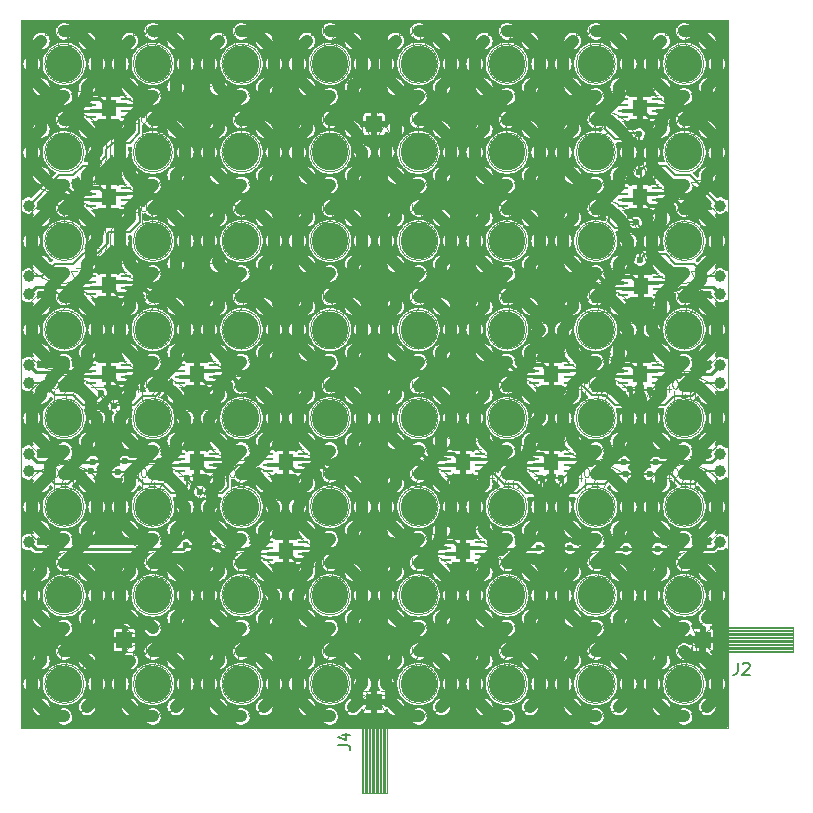
<source format=gbr>
%TF.GenerationSoftware,KiCad,Pcbnew,7.0.1*%
%TF.CreationDate,2023-08-14T10:40:19-04:00*%
%TF.ProjectId,TacTile-A,54616354-696c-4652-9d41-2e6b69636164,rev?*%
%TF.SameCoordinates,Original*%
%TF.FileFunction,Soldermask,Bot*%
%TF.FilePolarity,Negative*%
%FSLAX46Y46*%
G04 Gerber Fmt 4.6, Leading zero omitted, Abs format (unit mm)*
G04 Created by KiCad (PCBNEW 7.0.1) date 2023-08-14 10:40:19*
%MOMM*%
%LPD*%
G01*
G04 APERTURE LIST*
G04 Aperture macros list*
%AMRoundRect*
0 Rectangle with rounded corners*
0 $1 Rounding radius*
0 $2 $3 $4 $5 $6 $7 $8 $9 X,Y pos of 4 corners*
0 Add a 4 corners polygon primitive as box body*
4,1,4,$2,$3,$4,$5,$6,$7,$8,$9,$2,$3,0*
0 Add four circle primitives for the rounded corners*
1,1,$1+$1,$2,$3*
1,1,$1+$1,$4,$5*
1,1,$1+$1,$6,$7*
1,1,$1+$1,$8,$9*
0 Add four rect primitives between the rounded corners*
20,1,$1+$1,$2,$3,$4,$5,0*
20,1,$1+$1,$4,$5,$6,$7,0*
20,1,$1+$1,$6,$7,$8,$9,0*
20,1,$1+$1,$8,$9,$2,$3,0*%
G04 Aperture macros list end*
%ADD10C,3.100000*%
%ADD11C,1.000000*%
%ADD12R,1.350000X1.350000*%
%TA.AperFunction,ComponentPad*%
%ADD13C,1.000000*%
%TD*%
%TA.AperFunction,SMDPad,CuDef*%
%ADD14RoundRect,0.062500X0.325000X0.062500X-0.325000X0.062500X-0.325000X-0.062500X0.325000X-0.062500X0*%
%TD*%
%TA.AperFunction,SMDPad,CuDef*%
%ADD15R,1.300000X1.400000*%
%TD*%
%TA.AperFunction,SMDPad,CuDef*%
%ADD16RoundRect,0.062500X-0.325000X-0.062500X0.325000X-0.062500X0.325000X0.062500X-0.325000X0.062500X0*%
%TD*%
%TA.AperFunction,ComponentPad*%
%ADD17R,1.350000X1.350000*%
%TD*%
%TA.AperFunction,ViaPad*%
%ADD18C,0.600000*%
%TD*%
%TA.AperFunction,Conductor*%
%ADD19C,0.300000*%
%TD*%
%TA.AperFunction,Conductor*%
%ADD20C,0.250000*%
%TD*%
%TA.AperFunction,Conductor*%
%ADD21C,0.200000*%
%TD*%
%TA.AperFunction,Conductor*%
%ADD22C,1.000000*%
%TD*%
%ADD23RoundRect,0.130000X0.130000X0.150000X-0.130000X0.150000X-0.130000X-0.150000X0.130000X-0.150000X0*%
%ADD24RoundRect,0.062500X0.325000X0.062500X-0.325000X0.062500X-0.325000X-0.062500X0.325000X-0.062500X0*%
%ADD25RoundRect,0.130000X-0.130000X-0.150000X0.130000X-0.150000X0.130000X0.150000X-0.130000X0.150000X0*%
%ADD26RoundRect,0.062500X-0.325000X-0.062500X0.325000X-0.062500X0.325000X0.062500X-0.325000X0.062500X0*%
%ADD27C,0.100000*%
%ADD28C,0.150000*%
%ADD29C,0.120000*%
%ADD30R,1.300000X1.400000*%
%TA.AperFunction,Profile*%
%ADD31C,0.100000*%
%TD*%
G04 APERTURE END LIST*
D10*
%TO.C,L52*%
X47500000Y-70000000D03*
D11*
X47500000Y-67250000D03*
X49440000Y-68060000D03*
X50250000Y-70000000D03*
X49440000Y-71940000D03*
X45560000Y-68060000D03*
X44750000Y-70000000D03*
X45560000Y-71940000D03*
X47500000Y-72750000D03*
%TD*%
D10*
%TO.C,L31*%
X70000000Y-47500000D03*
D11*
X70000000Y-44750000D03*
X71940000Y-45560000D03*
X72750000Y-47500000D03*
X71940000Y-49440000D03*
X68060000Y-45560000D03*
X67250000Y-47500000D03*
X68060000Y-49440000D03*
X70000000Y-50250000D03*
%TD*%
D10*
%TO.C,L11*%
X40000000Y-32500000D03*
D11*
X40000000Y-29750000D03*
X41940000Y-30560000D03*
X42750000Y-32500000D03*
X41940000Y-34440000D03*
X38060000Y-30560000D03*
X37250000Y-32500000D03*
X38060000Y-34440000D03*
X40000000Y-35250000D03*
%TD*%
D10*
%TO.C,L35*%
X40000000Y-55000000D03*
D11*
X40000000Y-52250000D03*
X41940000Y-53060000D03*
X42750000Y-55000000D03*
X41940000Y-56940000D03*
X38060000Y-53060000D03*
X37250000Y-55000000D03*
X38060000Y-56940000D03*
X40000000Y-57750000D03*
%TD*%
%TO.C,JMP2*%
X22000000Y-43000000D03*
%TD*%
D10*
%TO.C,L27*%
X40000000Y-47500000D03*
D11*
X40000000Y-44750000D03*
X41940000Y-45560000D03*
X42750000Y-47500000D03*
X41940000Y-49440000D03*
X38060000Y-45560000D03*
X37250000Y-47500000D03*
X38060000Y-49440000D03*
X40000000Y-50250000D03*
%TD*%
%TO.C,JMP8*%
X22000000Y-65500000D03*
%TD*%
D10*
%TO.C,L17*%
X25000000Y-40000000D03*
D11*
X25000000Y-37250000D03*
X26940000Y-38060000D03*
X27750000Y-40000000D03*
X26940000Y-41940000D03*
X23060000Y-38060000D03*
X22250000Y-40000000D03*
X23060000Y-41940000D03*
X25000000Y-42750000D03*
%TD*%
D10*
%TO.C,L24*%
X77500000Y-40000000D03*
D11*
X77500000Y-37250000D03*
X79440000Y-38060000D03*
X80250000Y-40000000D03*
X79440000Y-41940000D03*
X75560000Y-38060000D03*
X74750000Y-40000000D03*
X75560000Y-41940000D03*
X77500000Y-42750000D03*
%TD*%
%TO.C,JMP16*%
X80500000Y-37000000D03*
%TD*%
%TO.C,JMP6*%
X22000000Y-58000000D03*
%TD*%
D10*
%TO.C,L4*%
X47500000Y-25000000D03*
D11*
X47500000Y-22250000D03*
X49440000Y-23060000D03*
X50250000Y-25000000D03*
X49440000Y-26940000D03*
X45560000Y-23060000D03*
X44750000Y-25000000D03*
X45560000Y-26940000D03*
X47500000Y-27750000D03*
%TD*%
D10*
%TO.C,L62*%
X62500000Y-77500000D03*
D11*
X62500000Y-74750000D03*
X64440000Y-75560000D03*
X65250000Y-77500000D03*
X64440000Y-79440000D03*
X60560000Y-75560000D03*
X59750000Y-77500000D03*
X60560000Y-79440000D03*
X62500000Y-80250000D03*
%TD*%
D10*
%TO.C,L53*%
X55000000Y-70000000D03*
D11*
X55000000Y-67250000D03*
X56940000Y-68060000D03*
X57750000Y-70000000D03*
X56940000Y-71940000D03*
X53060000Y-68060000D03*
X52250000Y-70000000D03*
X53060000Y-71940000D03*
X55000000Y-72750000D03*
%TD*%
%TO.C,JMP13*%
X80500000Y-50500000D03*
%TD*%
D10*
%TO.C,L19*%
X40000000Y-40000000D03*
D11*
X40000000Y-37250000D03*
X41940000Y-38060000D03*
X42750000Y-40000000D03*
X41940000Y-41940000D03*
X38060000Y-38060000D03*
X37250000Y-40000000D03*
X38060000Y-41940000D03*
X40000000Y-42750000D03*
%TD*%
D10*
%TO.C,L30*%
X62500000Y-47500000D03*
D11*
X62500000Y-44750000D03*
X64440000Y-45560000D03*
X65250000Y-47500000D03*
X64440000Y-49440000D03*
X60560000Y-45560000D03*
X59750000Y-47500000D03*
X60560000Y-49440000D03*
X62500000Y-50250000D03*
%TD*%
D10*
%TO.C,L45*%
X55000000Y-62500000D03*
D11*
X55000000Y-59750000D03*
X56940000Y-60560000D03*
X57750000Y-62500000D03*
X56940000Y-64440000D03*
X53060000Y-60560000D03*
X52250000Y-62500000D03*
X53060000Y-64440000D03*
X55000000Y-65250000D03*
%TD*%
D10*
%TO.C,L36*%
X47500000Y-55000000D03*
D11*
X47500000Y-52250000D03*
X49440000Y-53060000D03*
X50250000Y-55000000D03*
X49440000Y-56940000D03*
X45560000Y-53060000D03*
X44750000Y-55000000D03*
X45560000Y-56940000D03*
X47500000Y-57750000D03*
%TD*%
%TO.C,JMP14*%
X80500000Y-44500000D03*
%TD*%
D10*
%TO.C,L38*%
X62500000Y-55000000D03*
D11*
X62500000Y-52250000D03*
X64440000Y-53060000D03*
X65250000Y-55000000D03*
X64440000Y-56940000D03*
X60560000Y-53060000D03*
X59750000Y-55000000D03*
X60560000Y-56940000D03*
X62500000Y-57750000D03*
%TD*%
D10*
%TO.C,L16*%
X77500000Y-32500000D03*
D11*
X77500000Y-29750000D03*
X79440000Y-30560000D03*
X80250000Y-32500000D03*
X79440000Y-34440000D03*
X75560000Y-30560000D03*
X74750000Y-32500000D03*
X75560000Y-34440000D03*
X77500000Y-35250000D03*
%TD*%
D10*
%TO.C,L2*%
X32500000Y-25000000D03*
D11*
X32500000Y-22250000D03*
X34440000Y-23060000D03*
X35250000Y-25000000D03*
X34440000Y-26940000D03*
X30560000Y-23060000D03*
X29750000Y-25000000D03*
X30560000Y-26940000D03*
X32500000Y-27750000D03*
%TD*%
%TO.C,JMP4*%
X22000000Y-50500000D03*
%TD*%
D10*
%TO.C,L59*%
X40000000Y-77500000D03*
D11*
X40000000Y-74750000D03*
X41940000Y-75560000D03*
X42750000Y-77500000D03*
X41940000Y-79440000D03*
X38060000Y-75560000D03*
X37250000Y-77500000D03*
X38060000Y-79440000D03*
X40000000Y-80250000D03*
%TD*%
D10*
%TO.C,L34*%
X32500000Y-55000000D03*
D11*
X32500000Y-52250000D03*
X34440000Y-53060000D03*
X35250000Y-55000000D03*
X34440000Y-56940000D03*
X30560000Y-53060000D03*
X29750000Y-55000000D03*
X30560000Y-56940000D03*
X32500000Y-57750000D03*
%TD*%
D10*
%TO.C,L49*%
X25000000Y-70000000D03*
D11*
X25000000Y-67250000D03*
X26940000Y-68060000D03*
X27750000Y-70000000D03*
X26940000Y-71940000D03*
X23060000Y-68060000D03*
X22250000Y-70000000D03*
X23060000Y-71940000D03*
X25000000Y-72750000D03*
%TD*%
D10*
%TO.C,L15*%
X70000000Y-32500000D03*
D11*
X70000000Y-29750000D03*
X71940000Y-30560000D03*
X72750000Y-32500000D03*
X71940000Y-34440000D03*
X68060000Y-30560000D03*
X67250000Y-32500000D03*
X68060000Y-34440000D03*
X70000000Y-35250000D03*
%TD*%
D10*
%TO.C,L39*%
X70000000Y-55000000D03*
D11*
X70000000Y-52250000D03*
X71940000Y-53060000D03*
X72750000Y-55000000D03*
X71940000Y-56940000D03*
X68060000Y-53060000D03*
X67250000Y-55000000D03*
X68060000Y-56940000D03*
X70000000Y-57750000D03*
%TD*%
D10*
%TO.C,L47*%
X70000000Y-62500000D03*
D11*
X70000000Y-59750000D03*
X71940000Y-60560000D03*
X72750000Y-62500000D03*
X71940000Y-64440000D03*
X68060000Y-60560000D03*
X67250000Y-62500000D03*
X68060000Y-64440000D03*
X70000000Y-65250000D03*
%TD*%
D10*
%TO.C,L64*%
X77500000Y-77500000D03*
D11*
X77500000Y-74750000D03*
X79440000Y-75560000D03*
X80250000Y-77500000D03*
X79440000Y-79440000D03*
X75560000Y-75560000D03*
X74750000Y-77500000D03*
X75560000Y-79440000D03*
X77500000Y-80250000D03*
%TD*%
%TO.C,JMP7*%
X22000000Y-59500000D03*
%TD*%
D10*
%TO.C,L55*%
X70000000Y-70000000D03*
D11*
X70000000Y-67250000D03*
X71940000Y-68060000D03*
X72750000Y-70000000D03*
X71940000Y-71940000D03*
X68060000Y-68060000D03*
X67250000Y-70000000D03*
X68060000Y-71940000D03*
X70000000Y-72750000D03*
%TD*%
D10*
%TO.C,L51*%
X40000000Y-70000000D03*
D11*
X40000000Y-67250000D03*
X41940000Y-68060000D03*
X42750000Y-70000000D03*
X41940000Y-71940000D03*
X38060000Y-68060000D03*
X37250000Y-70000000D03*
X38060000Y-71940000D03*
X40000000Y-72750000D03*
%TD*%
D10*
%TO.C,L12*%
X47500000Y-32500000D03*
D11*
X47500000Y-29750000D03*
X49440000Y-30560000D03*
X50250000Y-32500000D03*
X49440000Y-34440000D03*
X45560000Y-30560000D03*
X44750000Y-32500000D03*
X45560000Y-34440000D03*
X47500000Y-35250000D03*
%TD*%
D10*
%TO.C,L54*%
X62500000Y-70000000D03*
D11*
X62500000Y-67250000D03*
X64440000Y-68060000D03*
X65250000Y-70000000D03*
X64440000Y-71940000D03*
X60560000Y-68060000D03*
X59750000Y-70000000D03*
X60560000Y-71940000D03*
X62500000Y-72750000D03*
%TD*%
D10*
%TO.C,L3*%
X40000000Y-25000000D03*
D11*
X40000000Y-22250000D03*
X41940000Y-23060000D03*
X42750000Y-25000000D03*
X41940000Y-26940000D03*
X38060000Y-23060000D03*
X37250000Y-25000000D03*
X38060000Y-26940000D03*
X40000000Y-27750000D03*
%TD*%
D10*
%TO.C,L6*%
X62500000Y-25000000D03*
D11*
X62500000Y-22250000D03*
X64440000Y-23060000D03*
X65250000Y-25000000D03*
X64440000Y-26940000D03*
X60560000Y-23060000D03*
X59750000Y-25000000D03*
X60560000Y-26940000D03*
X62500000Y-27750000D03*
%TD*%
%TO.C,JMP5*%
X22000000Y-52000000D03*
%TD*%
D12*
%TO.C,J4*%
X51250000Y-79050000D03*
%TD*%
D11*
%TO.C,JMP1*%
X22000000Y-37000000D03*
%TD*%
%TO.C,JMP15*%
X80500000Y-43000000D03*
%TD*%
D10*
%TO.C,L5*%
X55000000Y-25000000D03*
D11*
X55000000Y-22250000D03*
X56940000Y-23060000D03*
X57750000Y-25000000D03*
X56940000Y-26940000D03*
X53060000Y-23060000D03*
X52250000Y-25000000D03*
X53060000Y-26940000D03*
X55000000Y-27750000D03*
%TD*%
D10*
%TO.C,L20*%
X47500000Y-40000000D03*
D11*
X47500000Y-37250000D03*
X49440000Y-38060000D03*
X50250000Y-40000000D03*
X49440000Y-41940000D03*
X45560000Y-38060000D03*
X44750000Y-40000000D03*
X45560000Y-41940000D03*
X47500000Y-42750000D03*
%TD*%
D10*
%TO.C,L46*%
X62500000Y-62500000D03*
D11*
X62500000Y-59750000D03*
X64440000Y-60560000D03*
X65250000Y-62500000D03*
X64440000Y-64440000D03*
X60560000Y-60560000D03*
X59750000Y-62500000D03*
X60560000Y-64440000D03*
X62500000Y-65250000D03*
%TD*%
D10*
%TO.C,L23*%
X70000000Y-40000000D03*
D11*
X70000000Y-37250000D03*
X71940000Y-38060000D03*
X72750000Y-40000000D03*
X71940000Y-41940000D03*
X68060000Y-38060000D03*
X67250000Y-40000000D03*
X68060000Y-41940000D03*
X70000000Y-42750000D03*
%TD*%
D10*
%TO.C,L10*%
X32500000Y-32500000D03*
D11*
X32500000Y-29750000D03*
X34440000Y-30560000D03*
X35250000Y-32500000D03*
X34440000Y-34440000D03*
X30560000Y-30560000D03*
X29750000Y-32500000D03*
X30560000Y-34440000D03*
X32500000Y-35250000D03*
%TD*%
%TO.C,JMP9*%
X80500000Y-65500000D03*
%TD*%
D10*
%TO.C,L56*%
X77500000Y-70000000D03*
D11*
X77500000Y-67250000D03*
X79440000Y-68060000D03*
X80250000Y-70000000D03*
X79440000Y-71940000D03*
X75560000Y-68060000D03*
X74750000Y-70000000D03*
X75560000Y-71940000D03*
X77500000Y-72750000D03*
%TD*%
D10*
%TO.C,L37*%
X55000000Y-55000000D03*
D11*
X55000000Y-52250000D03*
X56940000Y-53060000D03*
X57750000Y-55000000D03*
X56940000Y-56940000D03*
X53060000Y-53060000D03*
X52250000Y-55000000D03*
X53060000Y-56940000D03*
X55000000Y-57750000D03*
%TD*%
D10*
%TO.C,L33*%
X25000000Y-55000000D03*
D11*
X25000000Y-52250000D03*
X26940000Y-53060000D03*
X27750000Y-55000000D03*
X26940000Y-56940000D03*
X23060000Y-53060000D03*
X22250000Y-55000000D03*
X23060000Y-56940000D03*
X25000000Y-57750000D03*
%TD*%
D12*
%TO.C,J3*%
X51250000Y-30100000D03*
%TD*%
D11*
%TO.C,JMP12*%
X80500000Y-52000000D03*
%TD*%
D10*
%TO.C,L26*%
X32500000Y-47500000D03*
D11*
X32500000Y-44750000D03*
X34440000Y-45560000D03*
X35250000Y-47500000D03*
X34440000Y-49440000D03*
X30560000Y-45560000D03*
X29750000Y-47500000D03*
X30560000Y-49440000D03*
X32500000Y-50250000D03*
%TD*%
D10*
%TO.C,L50*%
X32500000Y-70000000D03*
D11*
X32500000Y-67250000D03*
X34440000Y-68060000D03*
X35250000Y-70000000D03*
X34440000Y-71940000D03*
X30560000Y-68060000D03*
X29750000Y-70000000D03*
X30560000Y-71940000D03*
X32500000Y-72750000D03*
%TD*%
D10*
%TO.C,L1*%
X25000000Y-25000000D03*
D11*
X25000000Y-22250000D03*
X26940000Y-23060000D03*
X27750000Y-25000000D03*
X26940000Y-26940000D03*
X23060000Y-23060000D03*
X22250000Y-25000000D03*
X23060000Y-26940000D03*
X25000000Y-27750000D03*
%TD*%
D10*
%TO.C,L28*%
X47500000Y-47500000D03*
D11*
X47500000Y-44750000D03*
X49440000Y-45560000D03*
X50250000Y-47500000D03*
X49440000Y-49440000D03*
X45560000Y-45560000D03*
X44750000Y-47500000D03*
X45560000Y-49440000D03*
X47500000Y-50250000D03*
%TD*%
D10*
%TO.C,L61*%
X55000000Y-77500000D03*
D11*
X55000000Y-74750000D03*
X56940000Y-75560000D03*
X57750000Y-77500000D03*
X56940000Y-79440000D03*
X53060000Y-75560000D03*
X52250000Y-77500000D03*
X53060000Y-79440000D03*
X55000000Y-80250000D03*
%TD*%
%TO.C,JMP3*%
X22000000Y-44500000D03*
%TD*%
D10*
%TO.C,L8*%
X77500000Y-25000000D03*
D11*
X77500000Y-22250000D03*
X79440000Y-23060000D03*
X80250000Y-25000000D03*
X79440000Y-26940000D03*
X75560000Y-23060000D03*
X74750000Y-25000000D03*
X75560000Y-26940000D03*
X77500000Y-27750000D03*
%TD*%
D10*
%TO.C,L42*%
X32500000Y-62500000D03*
D11*
X32500000Y-59750000D03*
X34440000Y-60560000D03*
X35250000Y-62500000D03*
X34440000Y-64440000D03*
X30560000Y-60560000D03*
X29750000Y-62500000D03*
X30560000Y-64440000D03*
X32500000Y-65250000D03*
%TD*%
D10*
%TO.C,L63*%
X70000000Y-77500000D03*
D11*
X70000000Y-74750000D03*
X71940000Y-75560000D03*
X72750000Y-77500000D03*
X71940000Y-79440000D03*
X68060000Y-75560000D03*
X67250000Y-77500000D03*
X68060000Y-79440000D03*
X70000000Y-80250000D03*
%TD*%
D10*
%TO.C,L25*%
X25000000Y-47500000D03*
D11*
X25000000Y-44750000D03*
X26940000Y-45560000D03*
X27750000Y-47500000D03*
X26940000Y-49440000D03*
X23060000Y-45560000D03*
X22250000Y-47500000D03*
X23060000Y-49440000D03*
X25000000Y-50250000D03*
%TD*%
%TO.C,JMP10*%
X80500000Y-59500000D03*
%TD*%
D12*
%TO.C,J2*%
X79050000Y-73750000D03*
%TD*%
D10*
%TO.C,L29*%
X55000000Y-47500000D03*
D11*
X55000000Y-44750000D03*
X56940000Y-45560000D03*
X57750000Y-47500000D03*
X56940000Y-49440000D03*
X53060000Y-45560000D03*
X52250000Y-47500000D03*
X53060000Y-49440000D03*
X55000000Y-50250000D03*
%TD*%
D10*
%TO.C,L14*%
X62500000Y-32500000D03*
D11*
X62500000Y-29750000D03*
X64440000Y-30560000D03*
X65250000Y-32500000D03*
X64440000Y-34440000D03*
X60560000Y-30560000D03*
X59750000Y-32500000D03*
X60560000Y-34440000D03*
X62500000Y-35250000D03*
%TD*%
D10*
%TO.C,L7*%
X70000000Y-25000000D03*
D11*
X70000000Y-22250000D03*
X71940000Y-23060000D03*
X72750000Y-25000000D03*
X71940000Y-26940000D03*
X68060000Y-23060000D03*
X67250000Y-25000000D03*
X68060000Y-26940000D03*
X70000000Y-27750000D03*
%TD*%
D10*
%TO.C,L9*%
X25000000Y-32500000D03*
D11*
X25000000Y-29750000D03*
X26940000Y-30560000D03*
X27750000Y-32500000D03*
X26940000Y-34440000D03*
X23060000Y-30560000D03*
X22250000Y-32500000D03*
X23060000Y-34440000D03*
X25000000Y-35250000D03*
%TD*%
D10*
%TO.C,L57*%
X25000000Y-77500000D03*
D11*
X25000000Y-74750000D03*
X26940000Y-75560000D03*
X27750000Y-77500000D03*
X26940000Y-79440000D03*
X23060000Y-75560000D03*
X22250000Y-77500000D03*
X23060000Y-79440000D03*
X25000000Y-80250000D03*
%TD*%
D10*
%TO.C,L40*%
X77500000Y-55000000D03*
D11*
X77500000Y-52250000D03*
X79440000Y-53060000D03*
X80250000Y-55000000D03*
X79440000Y-56940000D03*
X75560000Y-53060000D03*
X74750000Y-55000000D03*
X75560000Y-56940000D03*
X77500000Y-57750000D03*
%TD*%
D10*
%TO.C,L58*%
X32500000Y-77500000D03*
D11*
X32500000Y-74750000D03*
X34440000Y-75560000D03*
X35250000Y-77500000D03*
X34440000Y-79440000D03*
X30560000Y-75560000D03*
X29750000Y-77500000D03*
X30560000Y-79440000D03*
X32500000Y-80250000D03*
%TD*%
D10*
%TO.C,L43*%
X40000000Y-62500000D03*
D11*
X40000000Y-59750000D03*
X41940000Y-60560000D03*
X42750000Y-62500000D03*
X41940000Y-64440000D03*
X38060000Y-60560000D03*
X37250000Y-62500000D03*
X38060000Y-64440000D03*
X40000000Y-65250000D03*
%TD*%
%TO.C,JMP11*%
X80500000Y-58000000D03*
%TD*%
D10*
%TO.C,L41*%
X25000000Y-62500000D03*
D11*
X25000000Y-59750000D03*
X26940000Y-60560000D03*
X27750000Y-62500000D03*
X26940000Y-64440000D03*
X23060000Y-60560000D03*
X22250000Y-62500000D03*
X23060000Y-64440000D03*
X25000000Y-65250000D03*
%TD*%
D12*
%TO.C,J1*%
X30100000Y-73800000D03*
%TD*%
D10*
%TO.C,L60*%
X47500000Y-77500000D03*
D11*
X47500000Y-74750000D03*
X49440000Y-75560000D03*
X50250000Y-77500000D03*
X49440000Y-79440000D03*
X45560000Y-75560000D03*
X44750000Y-77500000D03*
X45560000Y-79440000D03*
X47500000Y-80250000D03*
%TD*%
D10*
%TO.C,L21*%
X55000000Y-40000000D03*
D11*
X55000000Y-37250000D03*
X56940000Y-38060000D03*
X57750000Y-40000000D03*
X56940000Y-41940000D03*
X53060000Y-38060000D03*
X52250000Y-40000000D03*
X53060000Y-41940000D03*
X55000000Y-42750000D03*
%TD*%
D10*
%TO.C,L13*%
X55000000Y-32500000D03*
D11*
X55000000Y-29750000D03*
X56940000Y-30560000D03*
X57750000Y-32500000D03*
X56940000Y-34440000D03*
X53060000Y-30560000D03*
X52250000Y-32500000D03*
X53060000Y-34440000D03*
X55000000Y-35250000D03*
%TD*%
D10*
%TO.C,L44*%
X47500000Y-62500000D03*
D11*
X47500000Y-59750000D03*
X49440000Y-60560000D03*
X50250000Y-62500000D03*
X49440000Y-64440000D03*
X45560000Y-60560000D03*
X44750000Y-62500000D03*
X45560000Y-64440000D03*
X47500000Y-65250000D03*
%TD*%
D10*
%TO.C,L32*%
X77500000Y-47500000D03*
D11*
X77500000Y-44750000D03*
X79440000Y-45560000D03*
X80250000Y-47500000D03*
X79440000Y-49440000D03*
X75560000Y-45560000D03*
X74750000Y-47500000D03*
X75560000Y-49440000D03*
X77500000Y-50250000D03*
%TD*%
D10*
%TO.C,L22*%
X62500000Y-40000000D03*
D11*
X62500000Y-37250000D03*
X64440000Y-38060000D03*
X65250000Y-40000000D03*
X64440000Y-41940000D03*
X60560000Y-38060000D03*
X59750000Y-40000000D03*
X60560000Y-41940000D03*
X62500000Y-42750000D03*
%TD*%
D10*
%TO.C,L48*%
X77500000Y-62500000D03*
D11*
X77500000Y-59750000D03*
X79440000Y-60560000D03*
X80250000Y-62500000D03*
X79440000Y-64440000D03*
X75560000Y-60560000D03*
X74750000Y-62500000D03*
X75560000Y-64440000D03*
X77500000Y-65250000D03*
%TD*%
D10*
%TO.C,L18*%
X32500000Y-40000000D03*
D11*
X32500000Y-37250000D03*
X34440000Y-38060000D03*
X35250000Y-40000000D03*
X34440000Y-41940000D03*
X30560000Y-38060000D03*
X29750000Y-40000000D03*
X30560000Y-41940000D03*
X32500000Y-42750000D03*
%TD*%
D13*
%TO.P,L52,1,A*%
%TO.N,/GND7*%
X47500000Y-67250000D03*
%TO.P,L52,2,A*%
X49440000Y-68060000D03*
%TO.P,L52,3,A*%
X50250000Y-70000000D03*
%TO.P,L52,4,A*%
X49440000Y-71940000D03*
%TO.P,L52,5,A*%
%TO.N,/GND8*%
X45560000Y-68060000D03*
%TO.P,L52,6,A*%
X44750000Y-70000000D03*
%TO.P,L52,7,A*%
X45560000Y-71940000D03*
%TO.P,L52,8,A*%
X47500000Y-72750000D03*
%TD*%
%TO.P,L31,1,A*%
%TO.N,/GND13*%
X70000000Y-44750000D03*
%TO.P,L31,2,A*%
X71940000Y-45560000D03*
%TO.P,L31,3,A*%
X72750000Y-47500000D03*
%TO.P,L31,4,A*%
X71940000Y-49440000D03*
%TO.P,L31,5,A*%
%TO.N,/GND14*%
X68060000Y-45560000D03*
%TO.P,L31,6,A*%
X67250000Y-47500000D03*
%TO.P,L31,7,A*%
X68060000Y-49440000D03*
%TO.P,L31,8,A*%
X70000000Y-50250000D03*
%TD*%
%TO.P,L11,1,A*%
%TO.N,/GND5*%
X40000000Y-29750000D03*
%TO.P,L11,2,A*%
X41940000Y-30560000D03*
%TO.P,L11,3,A*%
X42750000Y-32500000D03*
%TO.P,L11,4,A*%
X41940000Y-34440000D03*
%TO.P,L11,5,A*%
%TO.N,/GND6*%
X38060000Y-30560000D03*
%TO.P,L11,6,A*%
X37250000Y-32500000D03*
%TO.P,L11,7,A*%
X38060000Y-34440000D03*
%TO.P,L11,8,A*%
X40000000Y-35250000D03*
%TD*%
%TO.P,L35,1,A*%
%TO.N,/GND5*%
X40000000Y-52250000D03*
%TO.P,L35,2,A*%
X41940000Y-53060000D03*
%TO.P,L35,3,A*%
X42750000Y-55000000D03*
%TO.P,L35,4,A*%
X41940000Y-56940000D03*
%TO.P,L35,5,A*%
%TO.N,/GND6*%
X38060000Y-53060000D03*
%TO.P,L35,6,A*%
X37250000Y-55000000D03*
%TO.P,L35,7,A*%
X38060000Y-56940000D03*
%TO.P,L35,8,A*%
X40000000Y-57750000D03*
%TD*%
%TO.P,JMP2,1,A*%
%TO.N,/INP1*%
X22000000Y-43000000D03*
%TD*%
%TO.P,L27,1,A*%
%TO.N,/GND5*%
X40000000Y-44750000D03*
%TO.P,L27,2,A*%
X41940000Y-45560000D03*
%TO.P,L27,3,A*%
X42750000Y-47500000D03*
%TO.P,L27,4,A*%
X41940000Y-49440000D03*
%TO.P,L27,5,A*%
%TO.N,/GND6*%
X38060000Y-45560000D03*
%TO.P,L27,6,A*%
X37250000Y-47500000D03*
%TO.P,L27,7,A*%
X38060000Y-49440000D03*
%TO.P,L27,8,A*%
X40000000Y-50250000D03*
%TD*%
%TO.P,JMP8,1,A*%
%TO.N,/INP7*%
X22000000Y-65500000D03*
%TD*%
%TO.P,L17,1,A*%
%TO.N,/GND1*%
X25000000Y-37250000D03*
%TO.P,L17,2,A*%
X26940000Y-38060000D03*
%TO.P,L17,3,A*%
X27750000Y-40000000D03*
%TO.P,L17,4,A*%
X26940000Y-41940000D03*
%TO.P,L17,5,A*%
%TO.N,/GND2*%
X23060000Y-38060000D03*
%TO.P,L17,6,A*%
X22250000Y-40000000D03*
%TO.P,L17,7,A*%
X23060000Y-41940000D03*
%TO.P,L17,8,A*%
X25000000Y-42750000D03*
%TD*%
D14*
%TO.P,U10,1,ENA*%
%TO.N,unconnected-(U10-ENA-Pad1)*%
X60212500Y-59500000D03*
%TO.P,U10,2,INA*%
%TO.N,/INP9*%
X60212500Y-59000000D03*
%TO.P,U10,3,GND*%
%TO.N,/GND*%
X60212500Y-58500000D03*
%TO.P,U10,4,INB*%
%TO.N,unconnected-(U10-INB-Pad4)*%
X60212500Y-58000000D03*
%TO.P,U10,5,OUTB*%
%TO.N,/GND*%
X57287500Y-58000000D03*
%TO.P,U10,6,V+*%
%TO.N,/GND10*%
X57287500Y-58500000D03*
%TO.P,U10,7,OUTA*%
%TO.N,/GND*%
X57287500Y-59000000D03*
%TO.P,U10,8,ENB*%
%TO.N,unconnected-(U10-ENB-Pad8)*%
X57287500Y-59500000D03*
D15*
%TO.P,U10,9,GND*%
%TO.N,/GND*%
X58750000Y-58750000D03*
%TD*%
D13*
%TO.P,L24,1,A*%
%TO.N,/GND15*%
X77500000Y-37250000D03*
%TO.P,L24,2,A*%
X79440000Y-38060000D03*
%TO.P,L24,3,A*%
X80250000Y-40000000D03*
%TO.P,L24,4,A*%
X79440000Y-41940000D03*
%TO.P,L24,5,A*%
%TO.N,/GND16*%
X75560000Y-38060000D03*
%TO.P,L24,6,A*%
X74750000Y-40000000D03*
%TO.P,L24,7,A*%
X75560000Y-41940000D03*
%TO.P,L24,8,A*%
X77500000Y-42750000D03*
%TD*%
D14*
%TO.P,U12,1,ENA*%
%TO.N,unconnected-(U12-ENA-Pad1)*%
X67712500Y-52000000D03*
%TO.P,U12,2,INA*%
%TO.N,/INP11*%
X67712500Y-51500000D03*
%TO.P,U12,3,GND*%
%TO.N,/GND*%
X67712500Y-51000000D03*
%TO.P,U12,4,INB*%
%TO.N,unconnected-(U12-INB-Pad4)*%
X67712500Y-50500000D03*
%TO.P,U12,5,OUTB*%
%TO.N,/GND*%
X64787500Y-50500000D03*
%TO.P,U12,6,V+*%
%TO.N,/GND12*%
X64787500Y-51000000D03*
%TO.P,U12,7,OUTA*%
%TO.N,/GND*%
X64787500Y-51500000D03*
%TO.P,U12,8,ENB*%
%TO.N,unconnected-(U12-ENB-Pad8)*%
X64787500Y-52000000D03*
D15*
%TO.P,U12,9,GND*%
%TO.N,/GND*%
X66250000Y-51250000D03*
%TD*%
D13*
%TO.P,JMP16,1,A*%
%TO.N,/INP15*%
X80500000Y-37000000D03*
%TD*%
%TO.P,JMP6,1,A*%
%TO.N,/INP5*%
X22000000Y-58000000D03*
%TD*%
%TO.P,L4,1,A*%
%TO.N,/GND7*%
X47500000Y-22250000D03*
%TO.P,L4,2,A*%
X49440000Y-23060000D03*
%TO.P,L4,3,A*%
X50250000Y-25000000D03*
%TO.P,L4,4,A*%
X49440000Y-26940000D03*
%TO.P,L4,5,A*%
%TO.N,/GND8*%
X45560000Y-23060000D03*
%TO.P,L4,6,A*%
X44750000Y-25000000D03*
%TO.P,L4,7,A*%
X45560000Y-26940000D03*
%TO.P,L4,8,A*%
X47500000Y-27750000D03*
%TD*%
%TO.P,L62,1,A*%
%TO.N,/GND11*%
X62500000Y-74750000D03*
%TO.P,L62,2,A*%
X64440000Y-75560000D03*
%TO.P,L62,3,A*%
X65250000Y-77500000D03*
%TO.P,L62,4,A*%
X64440000Y-79440000D03*
%TO.P,L62,5,A*%
%TO.N,/GND12*%
X60560000Y-75560000D03*
%TO.P,L62,6,A*%
X59750000Y-77500000D03*
%TO.P,L62,7,A*%
X60560000Y-79440000D03*
%TO.P,L62,8,A*%
X62500000Y-80250000D03*
%TD*%
%TO.P,L53,1,A*%
%TO.N,/GND9*%
X55000000Y-67250000D03*
%TO.P,L53,2,A*%
X56940000Y-68060000D03*
%TO.P,L53,3,A*%
X57750000Y-70000000D03*
%TO.P,L53,4,A*%
X56940000Y-71940000D03*
%TO.P,L53,5,A*%
%TO.N,/GND10*%
X53060000Y-68060000D03*
%TO.P,L53,6,A*%
X52250000Y-70000000D03*
%TO.P,L53,7,A*%
X53060000Y-71940000D03*
%TO.P,L53,8,A*%
X55000000Y-72750000D03*
%TD*%
D14*
%TO.P,U13,1,ENA*%
%TO.N,unconnected-(U13-ENA-Pad1)*%
X75212500Y-52000000D03*
%TO.P,U13,2,INA*%
%TO.N,/INP12*%
X75212500Y-51500000D03*
%TO.P,U13,3,GND*%
%TO.N,/GND*%
X75212500Y-51000000D03*
%TO.P,U13,4,INB*%
%TO.N,unconnected-(U13-INB-Pad4)*%
X75212500Y-50500000D03*
%TO.P,U13,5,OUTB*%
%TO.N,/GND*%
X72287500Y-50500000D03*
%TO.P,U13,6,V+*%
%TO.N,/GND13*%
X72287500Y-51000000D03*
%TO.P,U13,7,OUTA*%
%TO.N,/GND*%
X72287500Y-51500000D03*
%TO.P,U13,8,ENB*%
%TO.N,unconnected-(U13-ENB-Pad8)*%
X72287500Y-52000000D03*
D15*
%TO.P,U13,9,GND*%
%TO.N,/GND*%
X73750000Y-51250000D03*
%TD*%
D14*
%TO.P,U1,1,ENA*%
%TO.N,unconnected-(U1-ENA-Pad1)*%
X30212500Y-29500000D03*
%TO.P,U1,2,INA*%
%TO.N,/INP0*%
X30212500Y-29000000D03*
%TO.P,U1,3,GND*%
%TO.N,/GND*%
X30212500Y-28500000D03*
%TO.P,U1,4,INB*%
%TO.N,unconnected-(U1-INB-Pad4)*%
X30212500Y-28000000D03*
%TO.P,U1,5,OUTB*%
%TO.N,/GND*%
X27287500Y-28000000D03*
%TO.P,U1,6,V+*%
%TO.N,/GND1*%
X27287500Y-28500000D03*
%TO.P,U1,7,OUTA*%
%TO.N,/GND*%
X27287500Y-29000000D03*
%TO.P,U1,8,ENB*%
%TO.N,unconnected-(U1-ENB-Pad8)*%
X27287500Y-29500000D03*
D15*
%TO.P,U1,9,GND*%
%TO.N,/GND*%
X28750000Y-28750000D03*
%TD*%
D13*
%TO.P,JMP13,1,A*%
%TO.N,/INP12*%
X80500000Y-50500000D03*
%TD*%
%TO.P,L19,1,A*%
%TO.N,/GND5*%
X40000000Y-37250000D03*
%TO.P,L19,2,A*%
X41940000Y-38060000D03*
%TO.P,L19,3,A*%
X42750000Y-40000000D03*
%TO.P,L19,4,A*%
X41940000Y-41940000D03*
%TO.P,L19,5,A*%
%TO.N,/GND6*%
X38060000Y-38060000D03*
%TO.P,L19,6,A*%
X37250000Y-40000000D03*
%TO.P,L19,7,A*%
X38060000Y-41940000D03*
%TO.P,L19,8,A*%
X40000000Y-42750000D03*
%TD*%
%TO.P,L30,1,A*%
%TO.N,/GND11*%
X62500000Y-44750000D03*
%TO.P,L30,2,A*%
X64440000Y-45560000D03*
%TO.P,L30,3,A*%
X65250000Y-47500000D03*
%TO.P,L30,4,A*%
X64440000Y-49440000D03*
%TO.P,L30,5,A*%
%TO.N,/GND12*%
X60560000Y-45560000D03*
%TO.P,L30,6,A*%
X59750000Y-47500000D03*
%TO.P,L30,7,A*%
X60560000Y-49440000D03*
%TO.P,L30,8,A*%
X62500000Y-50250000D03*
%TD*%
%TO.P,L45,1,A*%
%TO.N,/GND9*%
X55000000Y-59750000D03*
%TO.P,L45,2,A*%
X56940000Y-60560000D03*
%TO.P,L45,3,A*%
X57750000Y-62500000D03*
%TO.P,L45,4,A*%
X56940000Y-64440000D03*
%TO.P,L45,5,A*%
%TO.N,/GND10*%
X53060000Y-60560000D03*
%TO.P,L45,6,A*%
X52250000Y-62500000D03*
%TO.P,L45,7,A*%
X53060000Y-64440000D03*
%TO.P,L45,8,A*%
X55000000Y-65250000D03*
%TD*%
%TO.P,L36,1,A*%
%TO.N,/GND7*%
X47500000Y-52250000D03*
%TO.P,L36,2,A*%
X49440000Y-53060000D03*
%TO.P,L36,3,A*%
X50250000Y-55000000D03*
%TO.P,L36,4,A*%
X49440000Y-56940000D03*
%TO.P,L36,5,A*%
%TO.N,/GND8*%
X45560000Y-53060000D03*
%TO.P,L36,6,A*%
X44750000Y-55000000D03*
%TO.P,L36,7,A*%
X45560000Y-56940000D03*
%TO.P,L36,8,A*%
X47500000Y-57750000D03*
%TD*%
%TO.P,JMP14,1,A*%
%TO.N,/INP13*%
X80500000Y-44500000D03*
%TD*%
%TO.P,L38,1,A*%
%TO.N,/GND11*%
X62500000Y-52250000D03*
%TO.P,L38,2,A*%
X64440000Y-53060000D03*
%TO.P,L38,3,A*%
X65250000Y-55000000D03*
%TO.P,L38,4,A*%
X64440000Y-56940000D03*
%TO.P,L38,5,A*%
%TO.N,/GND12*%
X60560000Y-53060000D03*
%TO.P,L38,6,A*%
X59750000Y-55000000D03*
%TO.P,L38,7,A*%
X60560000Y-56940000D03*
%TO.P,L38,8,A*%
X62500000Y-57750000D03*
%TD*%
%TO.P,L16,1,A*%
%TO.N,/GND15*%
X77500000Y-29750000D03*
%TO.P,L16,2,A*%
X79440000Y-30560000D03*
%TO.P,L16,3,A*%
X80250000Y-32500000D03*
%TO.P,L16,4,A*%
X79440000Y-34440000D03*
%TO.P,L16,5,A*%
%TO.N,/GND16*%
X75560000Y-30560000D03*
%TO.P,L16,6,A*%
X74750000Y-32500000D03*
%TO.P,L16,7,A*%
X75560000Y-34440000D03*
%TO.P,L16,8,A*%
X77500000Y-35250000D03*
%TD*%
%TO.P,L2,1,A*%
%TO.N,/GND3*%
X32500000Y-22250000D03*
%TO.P,L2,2,A*%
X34440000Y-23060000D03*
%TO.P,L2,3,A*%
X35250000Y-25000000D03*
%TO.P,L2,4,A*%
X34440000Y-26940000D03*
%TO.P,L2,5,A*%
%TO.N,/GND4*%
X30560000Y-23060000D03*
%TO.P,L2,6,A*%
X29750000Y-25000000D03*
%TO.P,L2,7,A*%
X30560000Y-26940000D03*
%TO.P,L2,8,A*%
X32500000Y-27750000D03*
%TD*%
%TO.P,JMP4,1,A*%
%TO.N,/INP3*%
X22000000Y-50500000D03*
%TD*%
%TO.P,L59,1,A*%
%TO.N,/GND5*%
X40000000Y-74750000D03*
%TO.P,L59,2,A*%
X41940000Y-75560000D03*
%TO.P,L59,3,A*%
X42750000Y-77500000D03*
%TO.P,L59,4,A*%
X41940000Y-79440000D03*
%TO.P,L59,5,A*%
%TO.N,/GND6*%
X38060000Y-75560000D03*
%TO.P,L59,6,A*%
X37250000Y-77500000D03*
%TO.P,L59,7,A*%
X38060000Y-79440000D03*
%TO.P,L59,8,A*%
X40000000Y-80250000D03*
%TD*%
%TO.P,L34,1,A*%
%TO.N,/GND3*%
X32500000Y-52250000D03*
%TO.P,L34,2,A*%
X34440000Y-53060000D03*
%TO.P,L34,3,A*%
X35250000Y-55000000D03*
%TO.P,L34,4,A*%
X34440000Y-56940000D03*
%TO.P,L34,5,A*%
%TO.N,/GND4*%
X30560000Y-53060000D03*
%TO.P,L34,6,A*%
X29750000Y-55000000D03*
%TO.P,L34,7,A*%
X30560000Y-56940000D03*
%TO.P,L34,8,A*%
X32500000Y-57750000D03*
%TD*%
D16*
%TO.P,U6,1,ENA*%
%TO.N,unconnected-(U6-ENA-Pad1)*%
X34787500Y-58000000D03*
%TO.P,U6,2,INA*%
%TO.N,/INP5*%
X34787500Y-58500000D03*
%TO.P,U6,3,GND*%
%TO.N,/GND*%
X34787500Y-59000000D03*
%TO.P,U6,4,INB*%
%TO.N,unconnected-(U6-INB-Pad4)*%
X34787500Y-59500000D03*
%TO.P,U6,5,OUTB*%
%TO.N,/GND*%
X37712500Y-59500000D03*
%TO.P,U6,6,V+*%
%TO.N,/GND6*%
X37712500Y-59000000D03*
%TO.P,U6,7,OUTA*%
%TO.N,/GND*%
X37712500Y-58500000D03*
%TO.P,U6,8,ENB*%
%TO.N,unconnected-(U6-ENB-Pad8)*%
X37712500Y-58000000D03*
D15*
%TO.P,U6,9,GND*%
%TO.N,/GND*%
X36250000Y-58750000D03*
%TD*%
D13*
%TO.P,L49,1,A*%
%TO.N,/GND1*%
X25000000Y-67250000D03*
%TO.P,L49,2,A*%
X26940000Y-68060000D03*
%TO.P,L49,3,A*%
X27750000Y-70000000D03*
%TO.P,L49,4,A*%
X26940000Y-71940000D03*
%TO.P,L49,5,A*%
%TO.N,/GND2*%
X23060000Y-68060000D03*
%TO.P,L49,6,A*%
X22250000Y-70000000D03*
%TO.P,L49,7,A*%
X23060000Y-71940000D03*
%TO.P,L49,8,A*%
X25000000Y-72750000D03*
%TD*%
%TO.P,L15,1,A*%
%TO.N,/GND13*%
X70000000Y-29750000D03*
%TO.P,L15,2,A*%
X71940000Y-30560000D03*
%TO.P,L15,3,A*%
X72750000Y-32500000D03*
%TO.P,L15,4,A*%
X71940000Y-34440000D03*
%TO.P,L15,5,A*%
%TO.N,/GND14*%
X68060000Y-30560000D03*
%TO.P,L15,6,A*%
X67250000Y-32500000D03*
%TO.P,L15,7,A*%
X68060000Y-34440000D03*
%TO.P,L15,8,A*%
X70000000Y-35250000D03*
%TD*%
D14*
%TO.P,U14,1,ENA*%
%TO.N,unconnected-(U14-ENA-Pad1)*%
X75262500Y-44550000D03*
%TO.P,U14,2,INA*%
%TO.N,/INP13*%
X75262500Y-44050000D03*
%TO.P,U14,3,GND*%
%TO.N,/GND*%
X75262500Y-43550000D03*
%TO.P,U14,4,INB*%
%TO.N,unconnected-(U14-INB-Pad4)*%
X75262500Y-43050000D03*
%TO.P,U14,5,OUTB*%
%TO.N,/GND*%
X72337500Y-43050000D03*
%TO.P,U14,6,V+*%
%TO.N,/GND14*%
X72337500Y-43550000D03*
%TO.P,U14,7,OUTA*%
%TO.N,/GND*%
X72337500Y-44050000D03*
%TO.P,U14,8,ENB*%
%TO.N,unconnected-(U14-ENB-Pad8)*%
X72337500Y-44550000D03*
D15*
%TO.P,U14,9,GND*%
%TO.N,/GND*%
X73800000Y-43800000D03*
%TD*%
D13*
%TO.P,L39,1,A*%
%TO.N,/GND13*%
X70000000Y-52250000D03*
%TO.P,L39,2,A*%
X71940000Y-53060000D03*
%TO.P,L39,3,A*%
X72750000Y-55000000D03*
%TO.P,L39,4,A*%
X71940000Y-56940000D03*
%TO.P,L39,5,A*%
%TO.N,/GND14*%
X68060000Y-53060000D03*
%TO.P,L39,6,A*%
X67250000Y-55000000D03*
%TO.P,L39,7,A*%
X68060000Y-56940000D03*
%TO.P,L39,8,A*%
X70000000Y-57750000D03*
%TD*%
%TO.P,L47,1,A*%
%TO.N,/GND13*%
X70000000Y-59750000D03*
%TO.P,L47,2,A*%
X71940000Y-60560000D03*
%TO.P,L47,3,A*%
X72750000Y-62500000D03*
%TO.P,L47,4,A*%
X71940000Y-64440000D03*
%TO.P,L47,5,A*%
%TO.N,/GND14*%
X68060000Y-60560000D03*
%TO.P,L47,6,A*%
X67250000Y-62500000D03*
%TO.P,L47,7,A*%
X68060000Y-64440000D03*
%TO.P,L47,8,A*%
X70000000Y-65250000D03*
%TD*%
%TO.P,L64,1,A*%
%TO.N,/GND15*%
X77500000Y-74750000D03*
%TO.P,L64,2,A*%
X79440000Y-75560000D03*
%TO.P,L64,3,A*%
X80250000Y-77500000D03*
%TO.P,L64,4,A*%
X79440000Y-79440000D03*
%TO.P,L64,5,A*%
%TO.N,/GND16*%
X75560000Y-75560000D03*
%TO.P,L64,6,A*%
X74750000Y-77500000D03*
%TO.P,L64,7,A*%
X75560000Y-79440000D03*
%TO.P,L64,8,A*%
X77500000Y-80250000D03*
%TD*%
D16*
%TO.P,U4,1,ENA*%
%TO.N,unconnected-(U4-ENA-Pad1)*%
X27287500Y-50500000D03*
%TO.P,U4,2,INA*%
%TO.N,/INP3*%
X27287500Y-51000000D03*
%TO.P,U4,3,GND*%
%TO.N,/GND*%
X27287500Y-51500000D03*
%TO.P,U4,4,INB*%
%TO.N,unconnected-(U4-INB-Pad4)*%
X27287500Y-52000000D03*
%TO.P,U4,5,OUTB*%
%TO.N,/GND*%
X30212500Y-52000000D03*
%TO.P,U4,6,V+*%
%TO.N,/GND4*%
X30212500Y-51500000D03*
%TO.P,U4,7,OUTA*%
%TO.N,/GND*%
X30212500Y-51000000D03*
%TO.P,U4,8,ENB*%
%TO.N,unconnected-(U4-ENB-Pad8)*%
X30212500Y-50500000D03*
D15*
%TO.P,U4,9,GND*%
%TO.N,/GND*%
X28750000Y-51250000D03*
%TD*%
D13*
%TO.P,JMP7,1,A*%
%TO.N,/INP6*%
X22000000Y-59500000D03*
%TD*%
%TO.P,L55,1,A*%
%TO.N,/GND13*%
X70000000Y-67250000D03*
%TO.P,L55,2,A*%
X71940000Y-68060000D03*
%TO.P,L55,3,A*%
X72750000Y-70000000D03*
%TO.P,L55,4,A*%
X71940000Y-71940000D03*
%TO.P,L55,5,A*%
%TO.N,/GND14*%
X68060000Y-68060000D03*
%TO.P,L55,6,A*%
X67250000Y-70000000D03*
%TO.P,L55,7,A*%
X68060000Y-71940000D03*
%TO.P,L55,8,A*%
X70000000Y-72750000D03*
%TD*%
D16*
%TO.P,U3,1,ENA*%
%TO.N,unconnected-(U3-ENA-Pad1)*%
X27287500Y-43000000D03*
%TO.P,U3,2,INA*%
%TO.N,/INP2*%
X27287500Y-43500000D03*
%TO.P,U3,3,GND*%
%TO.N,/GND*%
X27287500Y-44000000D03*
%TO.P,U3,4,INB*%
%TO.N,unconnected-(U3-INB-Pad4)*%
X27287500Y-44500000D03*
%TO.P,U3,5,OUTB*%
%TO.N,/GND*%
X30212500Y-44500000D03*
%TO.P,U3,6,V+*%
%TO.N,/GND3*%
X30212500Y-44000000D03*
%TO.P,U3,7,OUTA*%
%TO.N,/GND*%
X30212500Y-43500000D03*
%TO.P,U3,8,ENB*%
%TO.N,unconnected-(U3-ENB-Pad8)*%
X30212500Y-43000000D03*
D15*
%TO.P,U3,9,GND*%
%TO.N,/GND*%
X28750000Y-43750000D03*
%TD*%
D13*
%TO.P,L51,1,A*%
%TO.N,/GND5*%
X40000000Y-67250000D03*
%TO.P,L51,2,A*%
X41940000Y-68060000D03*
%TO.P,L51,3,A*%
X42750000Y-70000000D03*
%TO.P,L51,4,A*%
X41940000Y-71940000D03*
%TO.P,L51,5,A*%
%TO.N,/GND6*%
X38060000Y-68060000D03*
%TO.P,L51,6,A*%
X37250000Y-70000000D03*
%TO.P,L51,7,A*%
X38060000Y-71940000D03*
%TO.P,L51,8,A*%
X40000000Y-72750000D03*
%TD*%
%TO.P,L12,1,A*%
%TO.N,/GND7*%
X47500000Y-29750000D03*
%TO.P,L12,2,A*%
X49440000Y-30560000D03*
%TO.P,L12,3,A*%
X50250000Y-32500000D03*
%TO.P,L12,4,A*%
X49440000Y-34440000D03*
%TO.P,L12,5,A*%
%TO.N,/GND8*%
X45560000Y-30560000D03*
%TO.P,L12,6,A*%
X44750000Y-32500000D03*
%TO.P,L12,7,A*%
X45560000Y-34440000D03*
%TO.P,L12,8,A*%
X47500000Y-35250000D03*
%TD*%
%TO.P,L54,1,A*%
%TO.N,/GND11*%
X62500000Y-67250000D03*
%TO.P,L54,2,A*%
X64440000Y-68060000D03*
%TO.P,L54,3,A*%
X65250000Y-70000000D03*
%TO.P,L54,4,A*%
X64440000Y-71940000D03*
%TO.P,L54,5,A*%
%TO.N,/GND12*%
X60560000Y-68060000D03*
%TO.P,L54,6,A*%
X59750000Y-70000000D03*
%TO.P,L54,7,A*%
X60560000Y-71940000D03*
%TO.P,L54,8,A*%
X62500000Y-72750000D03*
%TD*%
%TO.P,L3,1,A*%
%TO.N,/GND5*%
X40000000Y-22250000D03*
%TO.P,L3,2,A*%
X41940000Y-23060000D03*
%TO.P,L3,3,A*%
X42750000Y-25000000D03*
%TO.P,L3,4,A*%
X41940000Y-26940000D03*
%TO.P,L3,5,A*%
%TO.N,/GND6*%
X38060000Y-23060000D03*
%TO.P,L3,6,A*%
X37250000Y-25000000D03*
%TO.P,L3,7,A*%
X38060000Y-26940000D03*
%TO.P,L3,8,A*%
X40000000Y-27750000D03*
%TD*%
%TO.P,L6,1,A*%
%TO.N,/GND11*%
X62500000Y-22250000D03*
%TO.P,L6,2,A*%
X64440000Y-23060000D03*
%TO.P,L6,3,A*%
X65250000Y-25000000D03*
%TO.P,L6,4,A*%
X64440000Y-26940000D03*
%TO.P,L6,5,A*%
%TO.N,/GND12*%
X60560000Y-23060000D03*
%TO.P,L6,6,A*%
X59750000Y-25000000D03*
%TO.P,L6,7,A*%
X60560000Y-26940000D03*
%TO.P,L6,8,A*%
X62500000Y-27750000D03*
%TD*%
D14*
%TO.P,U2,1,ENA*%
%TO.N,unconnected-(U2-ENA-Pad1)*%
X30212500Y-37000000D03*
%TO.P,U2,2,INA*%
%TO.N,/INP1*%
X30212500Y-36500000D03*
%TO.P,U2,3,GND*%
%TO.N,/GND*%
X30212500Y-36000000D03*
%TO.P,U2,4,INB*%
%TO.N,unconnected-(U2-INB-Pad4)*%
X30212500Y-35500000D03*
%TO.P,U2,5,OUTB*%
%TO.N,/GND*%
X27287500Y-35500000D03*
%TO.P,U2,6,V+*%
%TO.N,/GND2*%
X27287500Y-36000000D03*
%TO.P,U2,7,OUTA*%
%TO.N,/GND*%
X27287500Y-36500000D03*
%TO.P,U2,8,ENB*%
%TO.N,unconnected-(U2-ENB-Pad8)*%
X27287500Y-37000000D03*
D15*
%TO.P,U2,9,GND*%
%TO.N,/GND*%
X28750000Y-36250000D03*
%TD*%
D13*
%TO.P,JMP5,1,A*%
%TO.N,/INP4*%
X22000000Y-52000000D03*
%TD*%
D16*
%TO.P,U16,1,ENA*%
%TO.N,unconnected-(U16-ENA-Pad1)*%
X72287500Y-28000000D03*
%TO.P,U16,2,INA*%
%TO.N,/INP15*%
X72287500Y-28500000D03*
%TO.P,U16,3,GND*%
%TO.N,/GND*%
X72287500Y-29000000D03*
%TO.P,U16,4,INB*%
%TO.N,unconnected-(U16-INB-Pad4)*%
X72287500Y-29500000D03*
%TO.P,U16,5,OUTB*%
%TO.N,/GND*%
X75212500Y-29500000D03*
%TO.P,U16,6,V+*%
%TO.N,/GND16*%
X75212500Y-29000000D03*
%TO.P,U16,7,OUTA*%
%TO.N,/GND*%
X75212500Y-28500000D03*
%TO.P,U16,8,ENB*%
%TO.N,unconnected-(U16-ENB-Pad8)*%
X75212500Y-28000000D03*
D15*
%TO.P,U16,9,GND*%
%TO.N,/GND*%
X73750000Y-28750000D03*
%TD*%
D17*
%TO.P,J4,1,Pin_1*%
%TO.N,/GND*%
X51250000Y-79050000D03*
%TD*%
D13*
%TO.P,JMP1,1,A*%
%TO.N,/INP0*%
X22000000Y-37000000D03*
%TD*%
%TO.P,JMP15,1,A*%
%TO.N,/INP14*%
X80500000Y-43000000D03*
%TD*%
%TO.P,L5,1,A*%
%TO.N,/GND9*%
X55000000Y-22250000D03*
%TO.P,L5,2,A*%
X56940000Y-23060000D03*
%TO.P,L5,3,A*%
X57750000Y-25000000D03*
%TO.P,L5,4,A*%
X56940000Y-26940000D03*
%TO.P,L5,5,A*%
%TO.N,/GND10*%
X53060000Y-23060000D03*
%TO.P,L5,6,A*%
X52250000Y-25000000D03*
%TO.P,L5,7,A*%
X53060000Y-26940000D03*
%TO.P,L5,8,A*%
X55000000Y-27750000D03*
%TD*%
%TO.P,L20,1,A*%
%TO.N,/GND7*%
X47500000Y-37250000D03*
%TO.P,L20,2,A*%
X49440000Y-38060000D03*
%TO.P,L20,3,A*%
X50250000Y-40000000D03*
%TO.P,L20,4,A*%
X49440000Y-41940000D03*
%TO.P,L20,5,A*%
%TO.N,/GND8*%
X45560000Y-38060000D03*
%TO.P,L20,6,A*%
X44750000Y-40000000D03*
%TO.P,L20,7,A*%
X45560000Y-41940000D03*
%TO.P,L20,8,A*%
X47500000Y-42750000D03*
%TD*%
%TO.P,L46,1,A*%
%TO.N,/GND11*%
X62500000Y-59750000D03*
%TO.P,L46,2,A*%
X64440000Y-60560000D03*
%TO.P,L46,3,A*%
X65250000Y-62500000D03*
%TO.P,L46,4,A*%
X64440000Y-64440000D03*
%TO.P,L46,5,A*%
%TO.N,/GND12*%
X60560000Y-60560000D03*
%TO.P,L46,6,A*%
X59750000Y-62500000D03*
%TO.P,L46,7,A*%
X60560000Y-64440000D03*
%TO.P,L46,8,A*%
X62500000Y-65250000D03*
%TD*%
%TO.P,L23,1,A*%
%TO.N,/GND13*%
X70000000Y-37250000D03*
%TO.P,L23,2,A*%
X71940000Y-38060000D03*
%TO.P,L23,3,A*%
X72750000Y-40000000D03*
%TO.P,L23,4,A*%
X71940000Y-41940000D03*
%TO.P,L23,5,A*%
%TO.N,/GND14*%
X68060000Y-38060000D03*
%TO.P,L23,6,A*%
X67250000Y-40000000D03*
%TO.P,L23,7,A*%
X68060000Y-41940000D03*
%TO.P,L23,8,A*%
X70000000Y-42750000D03*
%TD*%
%TO.P,L10,1,A*%
%TO.N,/GND3*%
X32500000Y-29750000D03*
%TO.P,L10,2,A*%
X34440000Y-30560000D03*
%TO.P,L10,3,A*%
X35250000Y-32500000D03*
%TO.P,L10,4,A*%
X34440000Y-34440000D03*
%TO.P,L10,5,A*%
%TO.N,/GND4*%
X30560000Y-30560000D03*
%TO.P,L10,6,A*%
X29750000Y-32500000D03*
%TO.P,L10,7,A*%
X30560000Y-34440000D03*
%TO.P,L10,8,A*%
X32500000Y-35250000D03*
%TD*%
D16*
%TO.P,U8,1,ENA*%
%TO.N,unconnected-(U8-ENA-Pad1)*%
X42287500Y-65500000D03*
%TO.P,U8,2,INA*%
%TO.N,/INP7*%
X42287500Y-66000000D03*
%TO.P,U8,3,GND*%
%TO.N,/GND*%
X42287500Y-66500000D03*
%TO.P,U8,4,INB*%
%TO.N,unconnected-(U8-INB-Pad4)*%
X42287500Y-67000000D03*
%TO.P,U8,5,OUTB*%
%TO.N,/GND*%
X45212500Y-67000000D03*
%TO.P,U8,6,V+*%
%TO.N,/GND8*%
X45212500Y-66500000D03*
%TO.P,U8,7,OUTA*%
%TO.N,/GND*%
X45212500Y-66000000D03*
%TO.P,U8,8,ENB*%
%TO.N,unconnected-(U8-ENB-Pad8)*%
X45212500Y-65500000D03*
D15*
%TO.P,U8,9,GND*%
%TO.N,/GND*%
X43750000Y-66250000D03*
%TD*%
D13*
%TO.P,JMP9,1,A*%
%TO.N,/INP8*%
X80500000Y-65500000D03*
%TD*%
%TO.P,L56,1,A*%
%TO.N,/GND15*%
X77500000Y-67250000D03*
%TO.P,L56,2,A*%
X79440000Y-68060000D03*
%TO.P,L56,3,A*%
X80250000Y-70000000D03*
%TO.P,L56,4,A*%
X79440000Y-71940000D03*
%TO.P,L56,5,A*%
%TO.N,/GND16*%
X75560000Y-68060000D03*
%TO.P,L56,6,A*%
X74750000Y-70000000D03*
%TO.P,L56,7,A*%
X75560000Y-71940000D03*
%TO.P,L56,8,A*%
X77500000Y-72750000D03*
%TD*%
%TO.P,L37,1,A*%
%TO.N,/GND9*%
X55000000Y-52250000D03*
%TO.P,L37,2,A*%
X56940000Y-53060000D03*
%TO.P,L37,3,A*%
X57750000Y-55000000D03*
%TO.P,L37,4,A*%
X56940000Y-56940000D03*
%TO.P,L37,5,A*%
%TO.N,/GND10*%
X53060000Y-53060000D03*
%TO.P,L37,6,A*%
X52250000Y-55000000D03*
%TO.P,L37,7,A*%
X53060000Y-56940000D03*
%TO.P,L37,8,A*%
X55000000Y-57750000D03*
%TD*%
%TO.P,L33,1,A*%
%TO.N,/GND1*%
X25000000Y-52250000D03*
%TO.P,L33,2,A*%
X26940000Y-53060000D03*
%TO.P,L33,3,A*%
X27750000Y-55000000D03*
%TO.P,L33,4,A*%
X26940000Y-56940000D03*
%TO.P,L33,5,A*%
%TO.N,/GND2*%
X23060000Y-53060000D03*
%TO.P,L33,6,A*%
X22250000Y-55000000D03*
%TO.P,L33,7,A*%
X23060000Y-56940000D03*
%TO.P,L33,8,A*%
X25000000Y-57750000D03*
%TD*%
D17*
%TO.P,J3,1,Pin_1*%
%TO.N,/GND*%
X51250000Y-30100000D03*
%TD*%
D13*
%TO.P,JMP12,1,A*%
%TO.N,/INP11*%
X80500000Y-52000000D03*
%TD*%
D16*
%TO.P,U7,1,ENA*%
%TO.N,unconnected-(U7-ENA-Pad1)*%
X42287500Y-58000000D03*
%TO.P,U7,2,INA*%
%TO.N,/INP6*%
X42287500Y-58500000D03*
%TO.P,U7,3,GND*%
%TO.N,/GND*%
X42287500Y-59000000D03*
%TO.P,U7,4,INB*%
%TO.N,unconnected-(U7-INB-Pad4)*%
X42287500Y-59500000D03*
%TO.P,U7,5,OUTB*%
%TO.N,/GND*%
X45212500Y-59500000D03*
%TO.P,U7,6,V+*%
%TO.N,/GND7*%
X45212500Y-59000000D03*
%TO.P,U7,7,OUTA*%
%TO.N,/GND*%
X45212500Y-58500000D03*
%TO.P,U7,8,ENB*%
%TO.N,unconnected-(U7-ENB-Pad8)*%
X45212500Y-58000000D03*
D15*
%TO.P,U7,9,GND*%
%TO.N,/GND*%
X43750000Y-58750000D03*
%TD*%
D13*
%TO.P,L26,1,A*%
%TO.N,/GND3*%
X32500000Y-44750000D03*
%TO.P,L26,2,A*%
X34440000Y-45560000D03*
%TO.P,L26,3,A*%
X35250000Y-47500000D03*
%TO.P,L26,4,A*%
X34440000Y-49440000D03*
%TO.P,L26,5,A*%
%TO.N,/GND4*%
X30560000Y-45560000D03*
%TO.P,L26,6,A*%
X29750000Y-47500000D03*
%TO.P,L26,7,A*%
X30560000Y-49440000D03*
%TO.P,L26,8,A*%
X32500000Y-50250000D03*
%TD*%
D14*
%TO.P,U11,1,ENA*%
%TO.N,unconnected-(U11-ENA-Pad1)*%
X67712500Y-59500000D03*
%TO.P,U11,2,INA*%
%TO.N,/INP10*%
X67712500Y-59000000D03*
%TO.P,U11,3,GND*%
%TO.N,/GND*%
X67712500Y-58500000D03*
%TO.P,U11,4,INB*%
%TO.N,unconnected-(U11-INB-Pad4)*%
X67712500Y-58000000D03*
%TO.P,U11,5,OUTB*%
%TO.N,/GND*%
X64787500Y-58000000D03*
%TO.P,U11,6,V+*%
%TO.N,/GND11*%
X64787500Y-58500000D03*
%TO.P,U11,7,OUTA*%
%TO.N,/GND*%
X64787500Y-59000000D03*
%TO.P,U11,8,ENB*%
%TO.N,unconnected-(U11-ENB-Pad8)*%
X64787500Y-59500000D03*
D15*
%TO.P,U11,9,GND*%
%TO.N,/GND*%
X66250000Y-58750000D03*
%TD*%
D13*
%TO.P,L50,1,A*%
%TO.N,/GND3*%
X32500000Y-67250000D03*
%TO.P,L50,2,A*%
X34440000Y-68060000D03*
%TO.P,L50,3,A*%
X35250000Y-70000000D03*
%TO.P,L50,4,A*%
X34440000Y-71940000D03*
%TO.P,L50,5,A*%
%TO.N,/GND4*%
X30560000Y-68060000D03*
%TO.P,L50,6,A*%
X29750000Y-70000000D03*
%TO.P,L50,7,A*%
X30560000Y-71940000D03*
%TO.P,L50,8,A*%
X32500000Y-72750000D03*
%TD*%
D16*
%TO.P,U15,1,ENA*%
%TO.N,unconnected-(U15-ENA-Pad1)*%
X72287500Y-35500000D03*
%TO.P,U15,2,INA*%
%TO.N,/INP14*%
X72287500Y-36000000D03*
%TO.P,U15,3,GND*%
%TO.N,/GND*%
X72287500Y-36500000D03*
%TO.P,U15,4,INB*%
%TO.N,unconnected-(U15-INB-Pad4)*%
X72287500Y-37000000D03*
%TO.P,U15,5,OUTB*%
%TO.N,/GND*%
X75212500Y-37000000D03*
%TO.P,U15,6,V+*%
%TO.N,/GND15*%
X75212500Y-36500000D03*
%TO.P,U15,7,OUTA*%
%TO.N,/GND*%
X75212500Y-36000000D03*
%TO.P,U15,8,ENB*%
%TO.N,unconnected-(U15-ENB-Pad8)*%
X75212500Y-35500000D03*
D15*
%TO.P,U15,9,GND*%
%TO.N,/GND*%
X73750000Y-36250000D03*
%TD*%
D13*
%TO.P,L1,1,A*%
%TO.N,/GND1*%
X25000000Y-22250000D03*
%TO.P,L1,2,A*%
X26940000Y-23060000D03*
%TO.P,L1,3,A*%
X27750000Y-25000000D03*
%TO.P,L1,4,A*%
X26940000Y-26940000D03*
%TO.P,L1,5,A*%
%TO.N,/GND2*%
X23060000Y-23060000D03*
%TO.P,L1,6,A*%
X22250000Y-25000000D03*
%TO.P,L1,7,A*%
X23060000Y-26940000D03*
%TO.P,L1,8,A*%
X25000000Y-27750000D03*
%TD*%
%TO.P,L28,1,A*%
%TO.N,/GND7*%
X47500000Y-44750000D03*
%TO.P,L28,2,A*%
X49440000Y-45560000D03*
%TO.P,L28,3,A*%
X50250000Y-47500000D03*
%TO.P,L28,4,A*%
X49440000Y-49440000D03*
%TO.P,L28,5,A*%
%TO.N,/GND8*%
X45560000Y-45560000D03*
%TO.P,L28,6,A*%
X44750000Y-47500000D03*
%TO.P,L28,7,A*%
X45560000Y-49440000D03*
%TO.P,L28,8,A*%
X47500000Y-50250000D03*
%TD*%
%TO.P,L61,1,A*%
%TO.N,/GND9*%
X55000000Y-74750000D03*
%TO.P,L61,2,A*%
X56940000Y-75560000D03*
%TO.P,L61,3,A*%
X57750000Y-77500000D03*
%TO.P,L61,4,A*%
X56940000Y-79440000D03*
%TO.P,L61,5,A*%
%TO.N,/GND10*%
X53060000Y-75560000D03*
%TO.P,L61,6,A*%
X52250000Y-77500000D03*
%TO.P,L61,7,A*%
X53060000Y-79440000D03*
%TO.P,L61,8,A*%
X55000000Y-80250000D03*
%TD*%
%TO.P,JMP3,1,A*%
%TO.N,/INP2*%
X22000000Y-44500000D03*
%TD*%
%TO.P,L8,1,A*%
%TO.N,/GND15*%
X77500000Y-22250000D03*
%TO.P,L8,2,A*%
X79440000Y-23060000D03*
%TO.P,L8,3,A*%
X80250000Y-25000000D03*
%TO.P,L8,4,A*%
X79440000Y-26940000D03*
%TO.P,L8,5,A*%
%TO.N,/GND16*%
X75560000Y-23060000D03*
%TO.P,L8,6,A*%
X74750000Y-25000000D03*
%TO.P,L8,7,A*%
X75560000Y-26940000D03*
%TO.P,L8,8,A*%
X77500000Y-27750000D03*
%TD*%
%TO.P,L42,1,A*%
%TO.N,/GND3*%
X32500000Y-59750000D03*
%TO.P,L42,2,A*%
X34440000Y-60560000D03*
%TO.P,L42,3,A*%
X35250000Y-62500000D03*
%TO.P,L42,4,A*%
X34440000Y-64440000D03*
%TO.P,L42,5,A*%
%TO.N,/GND4*%
X30560000Y-60560000D03*
%TO.P,L42,6,A*%
X29750000Y-62500000D03*
%TO.P,L42,7,A*%
X30560000Y-64440000D03*
%TO.P,L42,8,A*%
X32500000Y-65250000D03*
%TD*%
%TO.P,L63,1,A*%
%TO.N,/GND13*%
X70000000Y-74750000D03*
%TO.P,L63,2,A*%
X71940000Y-75560000D03*
%TO.P,L63,3,A*%
X72750000Y-77500000D03*
%TO.P,L63,4,A*%
X71940000Y-79440000D03*
%TO.P,L63,5,A*%
%TO.N,/GND14*%
X68060000Y-75560000D03*
%TO.P,L63,6,A*%
X67250000Y-77500000D03*
%TO.P,L63,7,A*%
X68060000Y-79440000D03*
%TO.P,L63,8,A*%
X70000000Y-80250000D03*
%TD*%
%TO.P,L25,1,A*%
%TO.N,/GND1*%
X25000000Y-44750000D03*
%TO.P,L25,2,A*%
X26940000Y-45560000D03*
%TO.P,L25,3,A*%
X27750000Y-47500000D03*
%TO.P,L25,4,A*%
X26940000Y-49440000D03*
%TO.P,L25,5,A*%
%TO.N,/GND2*%
X23060000Y-45560000D03*
%TO.P,L25,6,A*%
X22250000Y-47500000D03*
%TO.P,L25,7,A*%
X23060000Y-49440000D03*
%TO.P,L25,8,A*%
X25000000Y-50250000D03*
%TD*%
%TO.P,JMP10,1,A*%
%TO.N,/INP9*%
X80500000Y-59500000D03*
%TD*%
D17*
%TO.P,J2,1,Pin_1*%
%TO.N,/GND*%
X79050000Y-73750000D03*
%TD*%
D13*
%TO.P,L29,1,A*%
%TO.N,/GND9*%
X55000000Y-44750000D03*
%TO.P,L29,2,A*%
X56940000Y-45560000D03*
%TO.P,L29,3,A*%
X57750000Y-47500000D03*
%TO.P,L29,4,A*%
X56940000Y-49440000D03*
%TO.P,L29,5,A*%
%TO.N,/GND10*%
X53060000Y-45560000D03*
%TO.P,L29,6,A*%
X52250000Y-47500000D03*
%TO.P,L29,7,A*%
X53060000Y-49440000D03*
%TO.P,L29,8,A*%
X55000000Y-50250000D03*
%TD*%
D14*
%TO.P,U9,1,ENA*%
%TO.N,unconnected-(U9-ENA-Pad1)*%
X60212500Y-67000000D03*
%TO.P,U9,2,INA*%
%TO.N,/INP8*%
X60212500Y-66500000D03*
%TO.P,U9,3,GND*%
%TO.N,/GND*%
X60212500Y-66000000D03*
%TO.P,U9,4,INB*%
%TO.N,unconnected-(U9-INB-Pad4)*%
X60212500Y-65500000D03*
%TO.P,U9,5,OUTB*%
%TO.N,/GND*%
X57287500Y-65500000D03*
%TO.P,U9,6,V+*%
%TO.N,/GND9*%
X57287500Y-66000000D03*
%TO.P,U9,7,OUTA*%
%TO.N,/GND*%
X57287500Y-66500000D03*
%TO.P,U9,8,ENB*%
%TO.N,unconnected-(U9-ENB-Pad8)*%
X57287500Y-67000000D03*
D15*
%TO.P,U9,9,GND*%
%TO.N,/GND*%
X58750000Y-66250000D03*
%TD*%
D13*
%TO.P,L14,1,A*%
%TO.N,/GND11*%
X62500000Y-29750000D03*
%TO.P,L14,2,A*%
X64440000Y-30560000D03*
%TO.P,L14,3,A*%
X65250000Y-32500000D03*
%TO.P,L14,4,A*%
X64440000Y-34440000D03*
%TO.P,L14,5,A*%
%TO.N,/GND12*%
X60560000Y-30560000D03*
%TO.P,L14,6,A*%
X59750000Y-32500000D03*
%TO.P,L14,7,A*%
X60560000Y-34440000D03*
%TO.P,L14,8,A*%
X62500000Y-35250000D03*
%TD*%
%TO.P,L7,1,A*%
%TO.N,/GND13*%
X70000000Y-22250000D03*
%TO.P,L7,2,A*%
X71940000Y-23060000D03*
%TO.P,L7,3,A*%
X72750000Y-25000000D03*
%TO.P,L7,4,A*%
X71940000Y-26940000D03*
%TO.P,L7,5,A*%
%TO.N,/GND14*%
X68060000Y-23060000D03*
%TO.P,L7,6,A*%
X67250000Y-25000000D03*
%TO.P,L7,7,A*%
X68060000Y-26940000D03*
%TO.P,L7,8,A*%
X70000000Y-27750000D03*
%TD*%
D16*
%TO.P,U5,1,ENA*%
%TO.N,unconnected-(U5-ENA-Pad1)*%
X34787500Y-50500000D03*
%TO.P,U5,2,INA*%
%TO.N,/INP4*%
X34787500Y-51000000D03*
%TO.P,U5,3,GND*%
%TO.N,/GND*%
X34787500Y-51500000D03*
%TO.P,U5,4,INB*%
%TO.N,unconnected-(U5-INB-Pad4)*%
X34787500Y-52000000D03*
%TO.P,U5,5,OUTB*%
%TO.N,/GND*%
X37712500Y-52000000D03*
%TO.P,U5,6,V+*%
%TO.N,/GND5*%
X37712500Y-51500000D03*
%TO.P,U5,7,OUTA*%
%TO.N,/GND*%
X37712500Y-51000000D03*
%TO.P,U5,8,ENB*%
%TO.N,unconnected-(U5-ENB-Pad8)*%
X37712500Y-50500000D03*
D15*
%TO.P,U5,9,GND*%
%TO.N,/GND*%
X36250000Y-51250000D03*
%TD*%
D13*
%TO.P,L9,1,A*%
%TO.N,/GND1*%
X25000000Y-29750000D03*
%TO.P,L9,2,A*%
X26940000Y-30560000D03*
%TO.P,L9,3,A*%
X27750000Y-32500000D03*
%TO.P,L9,4,A*%
X26940000Y-34440000D03*
%TO.P,L9,5,A*%
%TO.N,/GND2*%
X23060000Y-30560000D03*
%TO.P,L9,6,A*%
X22250000Y-32500000D03*
%TO.P,L9,7,A*%
X23060000Y-34440000D03*
%TO.P,L9,8,A*%
X25000000Y-35250000D03*
%TD*%
%TO.P,L57,1,A*%
%TO.N,/GND1*%
X25000000Y-74750000D03*
%TO.P,L57,2,A*%
X26940000Y-75560000D03*
%TO.P,L57,3,A*%
X27750000Y-77500000D03*
%TO.P,L57,4,A*%
X26940000Y-79440000D03*
%TO.P,L57,5,A*%
%TO.N,/GND2*%
X23060000Y-75560000D03*
%TO.P,L57,6,A*%
X22250000Y-77500000D03*
%TO.P,L57,7,A*%
X23060000Y-79440000D03*
%TO.P,L57,8,A*%
X25000000Y-80250000D03*
%TD*%
%TO.P,L40,1,A*%
%TO.N,/GND15*%
X77500000Y-52250000D03*
%TO.P,L40,2,A*%
X79440000Y-53060000D03*
%TO.P,L40,3,A*%
X80250000Y-55000000D03*
%TO.P,L40,4,A*%
X79440000Y-56940000D03*
%TO.P,L40,5,A*%
%TO.N,/GND16*%
X75560000Y-53060000D03*
%TO.P,L40,6,A*%
X74750000Y-55000000D03*
%TO.P,L40,7,A*%
X75560000Y-56940000D03*
%TO.P,L40,8,A*%
X77500000Y-57750000D03*
%TD*%
%TO.P,L58,1,A*%
%TO.N,/GND3*%
X32500000Y-74750000D03*
%TO.P,L58,2,A*%
X34440000Y-75560000D03*
%TO.P,L58,3,A*%
X35250000Y-77500000D03*
%TO.P,L58,4,A*%
X34440000Y-79440000D03*
%TO.P,L58,5,A*%
%TO.N,/GND4*%
X30560000Y-75560000D03*
%TO.P,L58,6,A*%
X29750000Y-77500000D03*
%TO.P,L58,7,A*%
X30560000Y-79440000D03*
%TO.P,L58,8,A*%
X32500000Y-80250000D03*
%TD*%
%TO.P,L43,1,A*%
%TO.N,/GND5*%
X40000000Y-59750000D03*
%TO.P,L43,2,A*%
X41940000Y-60560000D03*
%TO.P,L43,3,A*%
X42750000Y-62500000D03*
%TO.P,L43,4,A*%
X41940000Y-64440000D03*
%TO.P,L43,5,A*%
%TO.N,/GND6*%
X38060000Y-60560000D03*
%TO.P,L43,6,A*%
X37250000Y-62500000D03*
%TO.P,L43,7,A*%
X38060000Y-64440000D03*
%TO.P,L43,8,A*%
X40000000Y-65250000D03*
%TD*%
%TO.P,JMP11,1,A*%
%TO.N,/INP10*%
X80500000Y-58000000D03*
%TD*%
%TO.P,L41,1,A*%
%TO.N,/GND1*%
X25000000Y-59750000D03*
%TO.P,L41,2,A*%
X26940000Y-60560000D03*
%TO.P,L41,3,A*%
X27750000Y-62500000D03*
%TO.P,L41,4,A*%
X26940000Y-64440000D03*
%TO.P,L41,5,A*%
%TO.N,/GND2*%
X23060000Y-60560000D03*
%TO.P,L41,6,A*%
X22250000Y-62500000D03*
%TO.P,L41,7,A*%
X23060000Y-64440000D03*
%TO.P,L41,8,A*%
X25000000Y-65250000D03*
%TD*%
D17*
%TO.P,J1,1,Pin_1*%
%TO.N,/GND*%
X30100000Y-73800000D03*
%TD*%
D13*
%TO.P,L60,1,A*%
%TO.N,/GND7*%
X47500000Y-74750000D03*
%TO.P,L60,2,A*%
X49440000Y-75560000D03*
%TO.P,L60,3,A*%
X50250000Y-77500000D03*
%TO.P,L60,4,A*%
X49440000Y-79440000D03*
%TO.P,L60,5,A*%
%TO.N,/GND8*%
X45560000Y-75560000D03*
%TO.P,L60,6,A*%
X44750000Y-77500000D03*
%TO.P,L60,7,A*%
X45560000Y-79440000D03*
%TO.P,L60,8,A*%
X47500000Y-80250000D03*
%TD*%
%TO.P,L21,1,A*%
%TO.N,/GND9*%
X55000000Y-37250000D03*
%TO.P,L21,2,A*%
X56940000Y-38060000D03*
%TO.P,L21,3,A*%
X57750000Y-40000000D03*
%TO.P,L21,4,A*%
X56940000Y-41940000D03*
%TO.P,L21,5,A*%
%TO.N,/GND10*%
X53060000Y-38060000D03*
%TO.P,L21,6,A*%
X52250000Y-40000000D03*
%TO.P,L21,7,A*%
X53060000Y-41940000D03*
%TO.P,L21,8,A*%
X55000000Y-42750000D03*
%TD*%
%TO.P,L13,1,A*%
%TO.N,/GND9*%
X55000000Y-29750000D03*
%TO.P,L13,2,A*%
X56940000Y-30560000D03*
%TO.P,L13,3,A*%
X57750000Y-32500000D03*
%TO.P,L13,4,A*%
X56940000Y-34440000D03*
%TO.P,L13,5,A*%
%TO.N,/GND10*%
X53060000Y-30560000D03*
%TO.P,L13,6,A*%
X52250000Y-32500000D03*
%TO.P,L13,7,A*%
X53060000Y-34440000D03*
%TO.P,L13,8,A*%
X55000000Y-35250000D03*
%TD*%
%TO.P,L44,1,A*%
%TO.N,/GND7*%
X47500000Y-59750000D03*
%TO.P,L44,2,A*%
X49440000Y-60560000D03*
%TO.P,L44,3,A*%
X50250000Y-62500000D03*
%TO.P,L44,4,A*%
X49440000Y-64440000D03*
%TO.P,L44,5,A*%
%TO.N,/GND8*%
X45560000Y-60560000D03*
%TO.P,L44,6,A*%
X44750000Y-62500000D03*
%TO.P,L44,7,A*%
X45560000Y-64440000D03*
%TO.P,L44,8,A*%
X47500000Y-65250000D03*
%TD*%
%TO.P,L32,1,A*%
%TO.N,/GND15*%
X77500000Y-44750000D03*
%TO.P,L32,2,A*%
X79440000Y-45560000D03*
%TO.P,L32,3,A*%
X80250000Y-47500000D03*
%TO.P,L32,4,A*%
X79440000Y-49440000D03*
%TO.P,L32,5,A*%
%TO.N,/GND16*%
X75560000Y-45560000D03*
%TO.P,L32,6,A*%
X74750000Y-47500000D03*
%TO.P,L32,7,A*%
X75560000Y-49440000D03*
%TO.P,L32,8,A*%
X77500000Y-50250000D03*
%TD*%
%TO.P,L22,1,A*%
%TO.N,/GND11*%
X62500000Y-37250000D03*
%TO.P,L22,2,A*%
X64440000Y-38060000D03*
%TO.P,L22,3,A*%
X65250000Y-40000000D03*
%TO.P,L22,4,A*%
X64440000Y-41940000D03*
%TO.P,L22,5,A*%
%TO.N,/GND12*%
X60560000Y-38060000D03*
%TO.P,L22,6,A*%
X59750000Y-40000000D03*
%TO.P,L22,7,A*%
X60560000Y-41940000D03*
%TO.P,L22,8,A*%
X62500000Y-42750000D03*
%TD*%
%TO.P,L48,1,A*%
%TO.N,/GND15*%
X77500000Y-59750000D03*
%TO.P,L48,2,A*%
X79440000Y-60560000D03*
%TO.P,L48,3,A*%
X80250000Y-62500000D03*
%TO.P,L48,4,A*%
X79440000Y-64440000D03*
%TO.P,L48,5,A*%
%TO.N,/GND16*%
X75560000Y-60560000D03*
%TO.P,L48,6,A*%
X74750000Y-62500000D03*
%TO.P,L48,7,A*%
X75560000Y-64440000D03*
%TO.P,L48,8,A*%
X77500000Y-65250000D03*
%TD*%
%TO.P,L18,1,A*%
%TO.N,/GND3*%
X32500000Y-37250000D03*
%TO.P,L18,2,A*%
X34440000Y-38060000D03*
%TO.P,L18,3,A*%
X35250000Y-40000000D03*
%TO.P,L18,4,A*%
X34440000Y-41940000D03*
%TO.P,L18,5,A*%
%TO.N,/GND4*%
X30560000Y-38060000D03*
%TO.P,L18,6,A*%
X29750000Y-40000000D03*
%TO.P,L18,7,A*%
X30560000Y-41940000D03*
%TO.P,L18,8,A*%
X32500000Y-42750000D03*
%TD*%
D18*
%TO.N,/INP4*%
X28122944Y-52852756D03*
X29250500Y-53933664D03*
%TO.N,/INP5*%
X27466351Y-58697156D03*
X30168246Y-58668246D03*
%TO.N,/INP6*%
X27295023Y-59501516D03*
X29567435Y-59572459D03*
X35400000Y-60100000D03*
X36500500Y-61233490D03*
%TO.N,/INP7*%
X38021492Y-65815000D03*
X35327551Y-65769625D03*
%TO.N,/INP8*%
X65185164Y-65976132D03*
X67843246Y-65993246D03*
X72599741Y-66063766D03*
X75268246Y-66068246D03*
%TO.N,/INP9*%
X67060500Y-60099535D03*
X74560500Y-59750000D03*
X65360385Y-60066878D03*
X72519879Y-59726372D03*
%TO.N,/INP10*%
X72431754Y-58731754D03*
X75083147Y-58753346D03*
%TO.N,/INP11*%
X72860386Y-52566878D03*
X74560500Y-52578887D03*
%TO.N,/INP14*%
X73750000Y-41600000D03*
X73395696Y-38432877D03*
%TO.N,/INP15*%
X73700000Y-30950000D03*
X73700000Y-34150000D03*
%TD*%
D19*
%TO.N,/GND1*%
X26550000Y-27330000D02*
X26940000Y-26940000D01*
X26816637Y-28500000D02*
X26550000Y-28233363D01*
X26550000Y-28233363D02*
X26550000Y-27330000D01*
X27287500Y-28500000D02*
X26816637Y-28500000D01*
%TO.N,/GND2*%
X27287500Y-36000000D02*
X25750000Y-36000000D01*
X25750000Y-36000000D02*
X25000000Y-35250000D01*
%TO.N,/GND3*%
X31750000Y-44000000D02*
X32500000Y-44750000D01*
X30212500Y-44000000D02*
X31750000Y-44000000D01*
%TO.N,/GND6*%
X38183363Y-59000000D02*
X38450000Y-59266637D01*
X38450000Y-60170000D02*
X38060000Y-60560000D01*
X37712500Y-59000000D02*
X38183363Y-59000000D01*
X38450000Y-59266637D02*
X38450000Y-60170000D01*
%TO.N,/GND7*%
X46750000Y-59000000D02*
X47500000Y-59750000D01*
X45212500Y-59000000D02*
X46750000Y-59000000D01*
%TO.N,/GND8*%
X46000000Y-66816637D02*
X46000000Y-67620000D01*
X46000000Y-67620000D02*
X45560000Y-68060000D01*
X45212500Y-66500000D02*
X45683363Y-66500000D01*
X45683363Y-66500000D02*
X46000000Y-66816637D01*
%TO.N,/GND12*%
X64787500Y-51000000D02*
X63250000Y-51000000D01*
X63250000Y-51000000D02*
X62500000Y-50250000D01*
%TO.N,/GND13*%
X72287500Y-51000000D02*
X71816637Y-51000000D01*
X71500000Y-50683363D02*
X71500000Y-49880000D01*
X71500000Y-49880000D02*
X71940000Y-49440000D01*
X71816637Y-51000000D02*
X71500000Y-50683363D01*
%TO.N,/GND14*%
X72337500Y-43550000D02*
X70800000Y-43550000D01*
X70800000Y-43550000D02*
X70000000Y-42750000D01*
%TO.N,/GND15*%
X75212500Y-36500000D02*
X76750000Y-36500000D01*
X76750000Y-36500000D02*
X77500000Y-37250000D01*
%TO.N,/GND16*%
X75950000Y-30170000D02*
X75560000Y-30560000D01*
X75683363Y-29000000D02*
X75950000Y-29266637D01*
X75212500Y-29000000D02*
X75683363Y-29000000D01*
X75950000Y-29266637D02*
X75950000Y-30170000D01*
%TO.N,/GND4*%
X30212500Y-51500000D02*
X30683363Y-51500000D01*
X30683363Y-51500000D02*
X31059999Y-51876636D01*
X31059999Y-51876636D02*
X31059999Y-52560001D01*
X31059999Y-52560001D02*
X30560000Y-53060000D01*
%TO.N,/GND9*%
X56500000Y-64880000D02*
X56940000Y-64440000D01*
X57287500Y-66000000D02*
X56816637Y-66000000D01*
X56500000Y-65683363D02*
X56500000Y-64880000D01*
X56816637Y-66000000D02*
X56500000Y-65683363D01*
%TO.N,/GND10*%
X55750000Y-58500000D02*
X55000000Y-57750000D01*
X57287500Y-58500000D02*
X55750000Y-58500000D01*
%TO.N,/GND11*%
X64787500Y-58500000D02*
X64316637Y-58500000D01*
X64050000Y-58233363D02*
X64050000Y-57330000D01*
X64050000Y-57330000D02*
X64440000Y-56940000D01*
X64316637Y-58500000D02*
X64050000Y-58233363D01*
%TO.N,/GND5*%
X39250000Y-51500000D02*
X40000000Y-52250000D01*
X37712500Y-51500000D02*
X39250000Y-51500000D01*
D20*
%TO.N,/INP2*%
X22575000Y-43925000D02*
X22000000Y-44500000D01*
X25600000Y-43500000D02*
X25175000Y-43925000D01*
X27287500Y-43500000D02*
X25600000Y-43500000D01*
X25175000Y-43925000D02*
X22575000Y-43925000D01*
D19*
%TO.N,/GND*%
X45212500Y-58500000D02*
X44000000Y-58500000D01*
X36500000Y-58500000D02*
X36250000Y-58750000D01*
X74050000Y-43550000D02*
X73800000Y-43800000D01*
X73050000Y-43050000D02*
X73800000Y-43800000D01*
X74500000Y-29500000D02*
X73750000Y-28750000D01*
X73500000Y-36500000D02*
X73750000Y-36250000D01*
X28500000Y-51500000D02*
X28750000Y-51250000D01*
X28000000Y-28000000D02*
X28750000Y-28750000D01*
X42287500Y-66500000D02*
X43500000Y-66500000D01*
X73550000Y-44050000D02*
X73800000Y-43800000D01*
X74500000Y-37000000D02*
X73750000Y-36250000D01*
X66000000Y-59000000D02*
X66250000Y-58750000D01*
X58500000Y-66500000D02*
X58750000Y-66250000D01*
X64787500Y-51500000D02*
X66000000Y-51500000D01*
X66000000Y-51500000D02*
X66250000Y-51250000D01*
X57287500Y-65500000D02*
X58000000Y-65500000D01*
X42287500Y-59000000D02*
X43500000Y-59000000D01*
X29500000Y-52000000D02*
X28750000Y-51250000D01*
X34787500Y-59000000D02*
X36000000Y-59000000D01*
X37712500Y-58500000D02*
X36500000Y-58500000D01*
X58500000Y-59000000D02*
X58750000Y-58750000D01*
X45212500Y-67000000D02*
X44500000Y-67000000D01*
X75212500Y-37000000D02*
X74500000Y-37000000D01*
X57287500Y-59000000D02*
X58500000Y-59000000D01*
X29500000Y-44500000D02*
X28750000Y-43750000D01*
X37712500Y-59500000D02*
X37000000Y-59500000D01*
X64787500Y-59000000D02*
X66000000Y-59000000D01*
X29000000Y-28500000D02*
X28750000Y-28750000D01*
X30212500Y-43500000D02*
X29000000Y-43500000D01*
X74000000Y-51000000D02*
X73750000Y-51250000D01*
X75212500Y-29500000D02*
X74500000Y-29500000D01*
X37712500Y-51000000D02*
X36500000Y-51000000D01*
X65500000Y-58000000D02*
X66250000Y-58750000D01*
X36000000Y-59000000D02*
X36250000Y-58750000D01*
X66500000Y-58500000D02*
X66250000Y-58750000D01*
X65500000Y-50500000D02*
X66250000Y-51250000D01*
X59000000Y-58500000D02*
X58750000Y-58750000D01*
X72337500Y-43050000D02*
X73050000Y-43050000D01*
X30212500Y-51000000D02*
X29000000Y-51000000D01*
X72287500Y-36500000D02*
X73500000Y-36500000D01*
X28500000Y-29000000D02*
X28750000Y-28750000D01*
X57287500Y-58000000D02*
X58000000Y-58000000D01*
X36500000Y-51000000D02*
X36250000Y-51250000D01*
X27287500Y-44000000D02*
X28500000Y-44000000D01*
X75212500Y-51000000D02*
X74000000Y-51000000D01*
X30212500Y-52000000D02*
X29500000Y-52000000D01*
X27287500Y-29000000D02*
X28500000Y-29000000D01*
X44500000Y-67000000D02*
X43750000Y-66250000D01*
X74000000Y-28500000D02*
X73750000Y-28750000D01*
X28500000Y-44000000D02*
X28750000Y-43750000D01*
X34787500Y-51500000D02*
X36000000Y-51500000D01*
X37000000Y-52000000D02*
X36250000Y-51250000D01*
X27287500Y-51500000D02*
X28500000Y-51500000D01*
X66500000Y-51000000D02*
X66250000Y-51250000D01*
X73500000Y-51500000D02*
X73750000Y-51250000D01*
X45212500Y-66000000D02*
X44000000Y-66000000D01*
X36000000Y-51500000D02*
X36250000Y-51250000D01*
X57287500Y-66500000D02*
X58500000Y-66500000D01*
X72287500Y-29000000D02*
X73500000Y-29000000D01*
X43500000Y-66500000D02*
X43750000Y-66250000D01*
X44000000Y-58500000D02*
X43750000Y-58750000D01*
X29000000Y-51000000D02*
X28750000Y-51250000D01*
X72337500Y-44050000D02*
X73550000Y-44050000D01*
X45212500Y-59500000D02*
X44500000Y-59500000D01*
X74000000Y-36000000D02*
X73750000Y-36250000D01*
X43500000Y-59000000D02*
X43750000Y-58750000D01*
X60212500Y-66000000D02*
X59000000Y-66000000D01*
X30212500Y-36000000D02*
X29000000Y-36000000D01*
X44000000Y-66000000D02*
X43750000Y-66250000D01*
X64787500Y-58000000D02*
X65500000Y-58000000D01*
X58000000Y-58000000D02*
X58750000Y-58750000D01*
X67712500Y-51000000D02*
X66500000Y-51000000D01*
X29000000Y-36000000D02*
X28750000Y-36250000D01*
X58000000Y-65500000D02*
X58750000Y-66250000D01*
X30212500Y-28500000D02*
X29000000Y-28500000D01*
X72287500Y-50500000D02*
X73000000Y-50500000D01*
X73500000Y-29000000D02*
X73750000Y-28750000D01*
X75212500Y-28500000D02*
X74000000Y-28500000D01*
X73000000Y-50500000D02*
X73750000Y-51250000D01*
X28500000Y-36500000D02*
X28750000Y-36250000D01*
X28000000Y-35500000D02*
X28750000Y-36250000D01*
X27287500Y-28000000D02*
X28000000Y-28000000D01*
X59000000Y-66000000D02*
X58750000Y-66250000D01*
X60212500Y-58500000D02*
X59000000Y-58500000D01*
X27287500Y-36500000D02*
X28500000Y-36500000D01*
X37712500Y-52000000D02*
X37000000Y-52000000D01*
X75212500Y-36000000D02*
X74000000Y-36000000D01*
X72287500Y-51500000D02*
X73500000Y-51500000D01*
X29000000Y-43500000D02*
X28750000Y-43750000D01*
X37000000Y-59500000D02*
X36250000Y-58750000D01*
X75262500Y-43550000D02*
X74050000Y-43550000D01*
X27287500Y-35500000D02*
X28000000Y-35500000D01*
X64787500Y-50500000D02*
X65500000Y-50500000D01*
X67712500Y-58500000D02*
X66500000Y-58500000D01*
X44500000Y-59500000D02*
X43750000Y-58750000D01*
X30212500Y-44500000D02*
X29500000Y-44500000D01*
D20*
%TO.N,/INP3*%
X25341727Y-51075000D02*
X22575000Y-51075000D01*
X27287500Y-51000000D02*
X25416727Y-51000000D01*
X22575000Y-51075000D02*
X22000000Y-50500000D01*
X25416727Y-51000000D02*
X25341727Y-51075000D01*
D21*
%TO.N,/INP4*%
X24181371Y-53050000D02*
X23131371Y-52000000D01*
X33300000Y-51918629D02*
X34218629Y-51000000D01*
X28122944Y-52852756D02*
X28122944Y-53008427D01*
X27271371Y-53860000D02*
X26560000Y-53860000D01*
X31651371Y-53100000D02*
X32781371Y-53100000D01*
X23131371Y-52000000D02*
X22000000Y-52000000D01*
X25750000Y-53050000D02*
X24181371Y-53050000D01*
X26560000Y-53860000D02*
X25750000Y-53050000D01*
X28122944Y-53008427D02*
X27271371Y-53860000D01*
X29250500Y-53933664D02*
X29324164Y-53860000D01*
X32781371Y-53100000D02*
X33300000Y-52581371D01*
X30891371Y-53860000D02*
X31651371Y-53100000D01*
X34218629Y-51000000D02*
X34787500Y-51000000D01*
X29324164Y-53860000D02*
X30891371Y-53860000D01*
X33300000Y-52581371D02*
X33300000Y-51918629D01*
D20*
%TO.N,/INP5*%
X34787500Y-58500000D02*
X32916727Y-58500000D01*
X32748481Y-58668246D02*
X30168246Y-58668246D01*
X22697156Y-58697156D02*
X22000000Y-58000000D01*
X27466351Y-58697156D02*
X22697156Y-58697156D01*
X32916727Y-58500000D02*
X32748481Y-58668246D01*
D21*
%TO.N,/INP6*%
X41887348Y-58500000D02*
X42287500Y-58500000D01*
X35400000Y-60100000D02*
X35400000Y-60731371D01*
X33287006Y-60600000D02*
X31731371Y-60600000D01*
X30703830Y-59572459D02*
X29567435Y-59572459D01*
X34771371Y-61360000D02*
X34047006Y-61360000D01*
X25281371Y-60600000D02*
X24231371Y-60600000D01*
X35400000Y-60731371D02*
X34771371Y-61360000D01*
X36627010Y-61360000D02*
X38391371Y-61360000D01*
X41437348Y-58950000D02*
X41887348Y-58500000D01*
X26379855Y-59501516D02*
X25281371Y-60600000D01*
X38391371Y-61360000D02*
X38900000Y-60851371D01*
X38900000Y-60851371D02*
X38900000Y-59718629D01*
X27295023Y-59501516D02*
X26379855Y-59501516D01*
X36500500Y-61233490D02*
X36627010Y-61360000D01*
X24231371Y-60600000D02*
X23131371Y-59500000D01*
X23131371Y-59500000D02*
X22000000Y-59500000D01*
X34047006Y-61360000D02*
X33287006Y-60600000D01*
X31731371Y-60600000D02*
X30703830Y-59572459D01*
X38900000Y-59718629D02*
X39668629Y-58950000D01*
X39668629Y-58950000D02*
X41437348Y-58950000D01*
D20*
%TO.N,/INP7*%
X38281492Y-66075000D02*
X38021492Y-65815000D01*
X22575000Y-66075000D02*
X22000000Y-65500000D01*
X42287500Y-66000000D02*
X40416727Y-66000000D01*
X40341727Y-66075000D02*
X38281492Y-66075000D01*
X40416727Y-66000000D02*
X40341727Y-66075000D01*
X35022176Y-66075000D02*
X22575000Y-66075000D01*
X35327551Y-65769625D02*
X35022176Y-66075000D01*
%TO.N,/INP8*%
X79925000Y-66075000D02*
X75275000Y-66075000D01*
X62083273Y-66500000D02*
X62508273Y-66075000D01*
X65086296Y-66075000D02*
X62508273Y-66075000D01*
X65185164Y-65976132D02*
X65086296Y-66075000D01*
X72599741Y-66063766D02*
X72588507Y-66075000D01*
X67925000Y-66075000D02*
X67843246Y-65993246D01*
X79925000Y-66075000D02*
X80500000Y-65500000D01*
X60212500Y-66500000D02*
X62083273Y-66500000D01*
X75275000Y-66075000D02*
X75268246Y-66068246D01*
X72588507Y-66075000D02*
X67925000Y-66075000D01*
D21*
%TO.N,/INP9*%
X65360385Y-60066878D02*
X65360385Y-60770986D01*
X76378629Y-59760000D02*
X77168629Y-60550000D01*
X63348629Y-60600000D02*
X64108629Y-61360000D01*
X78318629Y-60550000D02*
X79368629Y-59500000D01*
X69262994Y-60550000D02*
X68452994Y-61360000D01*
X72519879Y-59726372D02*
X71642257Y-59726372D01*
X77168629Y-60550000D02*
X78318629Y-60550000D01*
X79368629Y-59500000D02*
X80500000Y-59500000D01*
X65360385Y-60770986D02*
X64771371Y-61360000D01*
X67728629Y-61360000D02*
X67260000Y-60891371D01*
X62212652Y-60600000D02*
X63348629Y-60600000D01*
X74570500Y-59760000D02*
X74560500Y-59750000D01*
X76378629Y-59760000D02*
X74570500Y-59760000D01*
X67260000Y-60891371D02*
X67260000Y-60299035D01*
X68452994Y-61360000D02*
X67728629Y-61360000D01*
X60612652Y-59000000D02*
X62212652Y-60600000D01*
X64771371Y-61360000D02*
X64108629Y-61360000D01*
X70818629Y-60550000D02*
X69262994Y-60550000D01*
X71642257Y-59726372D02*
X70818629Y-60550000D01*
X60212500Y-59000000D02*
X60612652Y-59000000D01*
X67260000Y-60299035D02*
X67060500Y-60099535D01*
D20*
%TO.N,/INP10*%
X75086493Y-58750000D02*
X75083147Y-58753346D01*
X79750000Y-58750000D02*
X75086493Y-58750000D01*
X79750000Y-58750000D02*
X80500000Y-58000000D01*
X72431754Y-58731754D02*
X69851519Y-58731754D01*
X69583273Y-59000000D02*
X67712500Y-59000000D01*
X69851519Y-58731754D02*
X69583273Y-59000000D01*
D21*
%TO.N,/INP11*%
X72860386Y-52566878D02*
X72860386Y-53270985D01*
X76651371Y-53100000D02*
X78150000Y-53100000D01*
X75891371Y-53860000D02*
X76651371Y-53100000D01*
X70798629Y-53050000D02*
X71608629Y-53860000D01*
X72271371Y-53860000D02*
X71608629Y-53860000D01*
X69662652Y-53050000D02*
X70798629Y-53050000D01*
X79250000Y-52000000D02*
X80500000Y-52000000D01*
X74560500Y-52578887D02*
X74560500Y-53191871D01*
X67712500Y-51500000D02*
X68112652Y-51500000D01*
X72860386Y-53270985D02*
X72271371Y-53860000D01*
X78150000Y-53100000D02*
X79250000Y-52000000D01*
X74560500Y-53191871D02*
X75228629Y-53860000D01*
X68112652Y-51500000D02*
X69662652Y-53050000D01*
X75228629Y-53860000D02*
X75891371Y-53860000D01*
D20*
%TO.N,/INP12*%
X77333273Y-51250000D02*
X79750000Y-51250000D01*
X77083273Y-51500000D02*
X77333273Y-51250000D01*
X75212500Y-51500000D02*
X77083273Y-51500000D01*
X79750000Y-51250000D02*
X80500000Y-50500000D01*
%TO.N,/INP13*%
X77033273Y-44050000D02*
X77158273Y-43925000D01*
X79925000Y-43925000D02*
X80500000Y-44500000D01*
X75262500Y-44050000D02*
X77033273Y-44050000D01*
X77158273Y-43925000D02*
X79925000Y-43925000D01*
D21*
%TO.N,/INP14*%
X79368629Y-43000000D02*
X80500000Y-43000000D01*
X74210000Y-41140000D02*
X75940000Y-41140000D01*
X73750000Y-41600000D02*
X74210000Y-41140000D01*
X72698494Y-38432877D02*
X72271371Y-38860000D01*
X71608629Y-38860000D02*
X71140000Y-38391371D01*
X71140000Y-36747348D02*
X71887348Y-36000000D01*
X71140000Y-38391371D02*
X71140000Y-36747348D01*
X73395696Y-38432877D02*
X72698494Y-38432877D01*
X72271371Y-38860000D02*
X71608629Y-38860000D01*
X75940000Y-41140000D02*
X76750000Y-41950000D01*
X71887348Y-36000000D02*
X72287500Y-36000000D01*
X78318629Y-41950000D02*
X79368629Y-43000000D01*
X76750000Y-41950000D02*
X78318629Y-41950000D01*
%TO.N,/INP15*%
X70800000Y-30551371D02*
X70800000Y-29587348D01*
X77950000Y-34450000D02*
X80500000Y-37000000D01*
X72271371Y-31360000D02*
X71608629Y-31360000D01*
X73700000Y-34150000D02*
X74210000Y-33640000D01*
X73641371Y-30891371D02*
X72740000Y-30891371D01*
X71887348Y-28500000D02*
X72287500Y-28500000D01*
X71608629Y-31360000D02*
X70800000Y-30551371D01*
X73700000Y-30950000D02*
X73641371Y-30891371D01*
X72740000Y-30891371D02*
X72271371Y-31360000D01*
X75940000Y-33640000D02*
X76750000Y-34450000D01*
X74210000Y-33640000D02*
X75940000Y-33640000D01*
X70800000Y-29587348D02*
X71887348Y-28500000D01*
X76750000Y-34450000D02*
X77950000Y-34450000D01*
%TO.N,/INP0*%
X24550000Y-34450000D02*
X22000000Y-37000000D01*
X28550000Y-32831371D02*
X27741371Y-33640000D01*
X31360000Y-29747348D02*
X31360000Y-30891371D01*
X26547006Y-33640000D02*
X25737006Y-34450000D01*
X30212500Y-29000000D02*
X30612652Y-29000000D01*
X30551371Y-31700000D02*
X29100000Y-31700000D01*
X25737006Y-34450000D02*
X24550000Y-34450000D01*
X29100000Y-31700000D02*
X28550000Y-32250000D01*
X28550000Y-32250000D02*
X28550000Y-32831371D01*
X27741371Y-33640000D02*
X26547006Y-33640000D01*
X30612652Y-29000000D02*
X31360000Y-29747348D01*
X31360000Y-30891371D02*
X30551371Y-31700000D01*
%TO.N,/INP1*%
X28700000Y-39200000D02*
X28700000Y-40181371D01*
X27881371Y-41000000D02*
X26687006Y-41000000D01*
X25737006Y-41950000D02*
X24181371Y-41950000D01*
X28700000Y-40181371D02*
X27881371Y-41000000D01*
X31400000Y-38351371D02*
X30551371Y-39200000D01*
X30212500Y-36500000D02*
X30612652Y-36500000D01*
X23131371Y-43000000D02*
X22000000Y-43000000D01*
X31400000Y-37287348D02*
X31400000Y-38351371D01*
X30551371Y-39200000D02*
X28700000Y-39200000D01*
X30612652Y-36500000D02*
X31400000Y-37287348D01*
X24181371Y-41950000D02*
X23131371Y-43000000D01*
X26687006Y-41000000D02*
X25737006Y-41950000D01*
%TD*%
%TA.AperFunction,Conductor*%
%TO.N,/GND*%
G36*
X34104988Y-58836553D02*
G01*
X34147041Y-58867740D01*
X34153408Y-58875000D01*
X34788500Y-58875000D01*
X34850500Y-58891613D01*
X34895887Y-58937000D01*
X34912500Y-58999000D01*
X34912500Y-59001000D01*
X34895887Y-59063000D01*
X34850500Y-59108387D01*
X34788500Y-59125000D01*
X34153408Y-59125000D01*
X34153407Y-59125001D01*
X34155991Y-59144629D01*
X34206560Y-59253076D01*
X34217286Y-59290636D01*
X34215796Y-59329670D01*
X34199500Y-59411599D01*
X34199500Y-59588398D01*
X34214760Y-59665118D01*
X34247983Y-59714839D01*
X34268824Y-59779984D01*
X34251955Y-59846269D01*
X34202508Y-59893526D01*
X34039149Y-59979265D01*
X33911815Y-60092072D01*
X33815181Y-60232069D01*
X33753644Y-60394334D01*
X33718518Y-60444409D01*
X33663727Y-60471601D01*
X33602604Y-60469292D01*
X33550021Y-60438044D01*
X33548456Y-60436479D01*
X33538503Y-60422645D01*
X33496687Y-60384524D01*
X33492546Y-60380569D01*
X33479116Y-60367139D01*
X33467684Y-60358083D01*
X33447940Y-60340084D01*
X33441474Y-60337579D01*
X33416198Y-60324256D01*
X33410487Y-60320344D01*
X33410486Y-60320343D01*
X33410484Y-60320342D01*
X33384490Y-60314228D01*
X33368093Y-60309151D01*
X33343179Y-60299500D01*
X33336255Y-60299500D01*
X33307865Y-60296206D01*
X33301125Y-60294621D01*
X33301124Y-60294621D01*
X33289763Y-60296206D01*
X33274672Y-60298311D01*
X33257541Y-60299500D01*
X33208141Y-60299500D01*
X33143991Y-60281617D01*
X33098344Y-60233125D01*
X33084367Y-60168012D01*
X33106092Y-60105059D01*
X33109905Y-60099535D01*
X33124818Y-60077930D01*
X33185140Y-59918872D01*
X33205645Y-59750000D01*
X33185140Y-59581128D01*
X33124818Y-59422070D01*
X33071088Y-59344229D01*
X33028184Y-59282072D01*
X33027663Y-59281610D01*
X32900852Y-59169266D01*
X32900848Y-59169264D01*
X32889582Y-59159283D01*
X32891345Y-59157292D01*
X32863003Y-59131448D01*
X32843278Y-59071852D01*
X32855268Y-59010232D01*
X32895902Y-58962382D01*
X32913086Y-58950350D01*
X32919102Y-58946136D01*
X32928203Y-58940337D01*
X32960936Y-58921440D01*
X32985224Y-58892493D01*
X32992524Y-58884528D01*
X33015236Y-58861817D01*
X33055464Y-58834938D01*
X33102915Y-58825500D01*
X34053813Y-58825500D01*
X34104988Y-58836553D01*
G37*
%TD.AperFunction*%
%TA.AperFunction,Conductor*%
G36*
X81137500Y-21317113D02*
G01*
X81182887Y-21362500D01*
X81199500Y-21424500D01*
X81199500Y-24958361D01*
X81188791Y-25000000D01*
X81199500Y-25041639D01*
X81199500Y-32458361D01*
X81188791Y-32500000D01*
X81199500Y-32541639D01*
X81199500Y-36408328D01*
X81186657Y-36463284D01*
X81150788Y-36506855D01*
X81099324Y-36530018D01*
X81042925Y-36527973D01*
X80993274Y-36501144D01*
X80900852Y-36419266D01*
X80790890Y-36361553D01*
X80750224Y-36340209D01*
X80625764Y-36309533D01*
X80585056Y-36299500D01*
X80414944Y-36299500D01*
X80414942Y-36299500D01*
X80330035Y-36320426D01*
X80267063Y-36319474D01*
X80212681Y-36287710D01*
X79277152Y-35352181D01*
X79246902Y-35302818D01*
X79242360Y-35245102D01*
X79264515Y-35191615D01*
X79308538Y-35154015D01*
X79364833Y-35140500D01*
X79525055Y-35140500D01*
X79525056Y-35140500D01*
X79690225Y-35099790D01*
X79840852Y-35020734D01*
X79968183Y-34907929D01*
X80064818Y-34767930D01*
X80125140Y-34608872D01*
X80145645Y-34440000D01*
X80125140Y-34271128D01*
X80064818Y-34112070D01*
X79981813Y-33991817D01*
X79968184Y-33972072D01*
X79968183Y-33972071D01*
X79840852Y-33859266D01*
X79802094Y-33838924D01*
X79690224Y-33780209D01*
X79565764Y-33749533D01*
X79525056Y-33739500D01*
X79354944Y-33739500D01*
X79322284Y-33747549D01*
X79189775Y-33780209D01*
X79119036Y-33817337D01*
X79039148Y-33859266D01*
X79018976Y-33877137D01*
X79001560Y-33892566D01*
X78946113Y-33920823D01*
X78904735Y-33919334D01*
X78910058Y-33940151D01*
X78888182Y-34006311D01*
X78815182Y-34112069D01*
X78754860Y-34271127D01*
X78734354Y-34440000D01*
X78742091Y-34503716D01*
X78734397Y-34564031D01*
X78698955Y-34613437D01*
X78644287Y-34640055D01*
X78583538Y-34637484D01*
X78531314Y-34606343D01*
X78250784Y-34325813D01*
X78221046Y-34277990D01*
X78215526Y-34221946D01*
X78235363Y-34169241D01*
X78276466Y-34130745D01*
X78283398Y-34126743D01*
X78517102Y-33991815D01*
X78708822Y-33838922D01*
X78773312Y-33812535D01*
X78799518Y-33817337D01*
X78798909Y-33770188D01*
X78828434Y-33715410D01*
X78911635Y-33625741D01*
X79063651Y-33402775D01*
X79180738Y-33159641D01*
X79260280Y-32901772D01*
X79300500Y-32634929D01*
X79300500Y-32541639D01*
X79311208Y-32500000D01*
X79311208Y-32499999D01*
X79537164Y-32499999D01*
X79547596Y-32526692D01*
X79564860Y-32668872D01*
X79625182Y-32827930D01*
X79721815Y-32967927D01*
X79721816Y-32967928D01*
X79721817Y-32967929D01*
X79849148Y-33080734D01*
X79999775Y-33159790D01*
X80164944Y-33200500D01*
X80335055Y-33200500D01*
X80335056Y-33200500D01*
X80500225Y-33159790D01*
X80650852Y-33080734D01*
X80778183Y-32967929D01*
X80874818Y-32827930D01*
X80935140Y-32668872D01*
X80952403Y-32526692D01*
X80962835Y-32499999D01*
X80952404Y-32473308D01*
X80950589Y-32458361D01*
X80935140Y-32331128D01*
X80874818Y-32172070D01*
X80805700Y-32071936D01*
X80778184Y-32032072D01*
X80754832Y-32011384D01*
X80650852Y-31919266D01*
X80636588Y-31911780D01*
X80500224Y-31840209D01*
X80367497Y-31807496D01*
X80335056Y-31799500D01*
X80164944Y-31799500D01*
X80132503Y-31807496D01*
X79999775Y-31840209D01*
X79849149Y-31919265D01*
X79721815Y-32032072D01*
X79625182Y-32172069D01*
X79564860Y-32331127D01*
X79547596Y-32473308D01*
X79537164Y-32499999D01*
X79311208Y-32499999D01*
X79300500Y-32458361D01*
X79300500Y-32365071D01*
X79260280Y-32098228D01*
X79242064Y-32039174D01*
X79180738Y-31840359D01*
X79063651Y-31597226D01*
X78911635Y-31374259D01*
X78828432Y-31284587D01*
X78798907Y-31229808D01*
X78799516Y-31182661D01*
X78773312Y-31187464D01*
X78708819Y-31161075D01*
X78517102Y-31008185D01*
X78283398Y-30873257D01*
X78032195Y-30774666D01*
X78017627Y-30771341D01*
X77769100Y-30714616D01*
X77567381Y-30699500D01*
X77567376Y-30699500D01*
X77432624Y-30699500D01*
X77432619Y-30699500D01*
X77230899Y-30714616D01*
X76967804Y-30774666D01*
X76716601Y-30873257D01*
X76482899Y-31008184D01*
X76291180Y-31161075D01*
X76226686Y-31187464D01*
X76200479Y-31182661D01*
X76201090Y-31229809D01*
X76171564Y-31284591D01*
X76088366Y-31374256D01*
X76020307Y-31474081D01*
X75944058Y-31585919D01*
X75936348Y-31597227D01*
X75819262Y-31840359D01*
X75739719Y-32098228D01*
X75699500Y-32365071D01*
X75699500Y-32458361D01*
X75688791Y-32500000D01*
X75699500Y-32541639D01*
X75699500Y-32634929D01*
X75739719Y-32901771D01*
X75819262Y-33159642D01*
X75820252Y-33161697D01*
X75820897Y-33164943D01*
X75822001Y-33168520D01*
X75821631Y-33168633D01*
X75832338Y-33222451D01*
X75813527Y-33281471D01*
X75768515Y-33324027D01*
X75708533Y-33339500D01*
X75160902Y-33339500D01*
X75098039Y-33322384D01*
X75052530Y-33275762D01*
X75036938Y-33212504D01*
X75055568Y-33150073D01*
X75103276Y-33105704D01*
X75150852Y-33080734D01*
X75278183Y-32967929D01*
X75374818Y-32827930D01*
X75435140Y-32668872D01*
X75452403Y-32526692D01*
X75462835Y-32500000D01*
X75452404Y-32473308D01*
X75450589Y-32458361D01*
X75435140Y-32331128D01*
X75374818Y-32172070D01*
X75305700Y-32071936D01*
X75278184Y-32032072D01*
X75254832Y-32011384D01*
X75150852Y-31919266D01*
X75136588Y-31911780D01*
X75000224Y-31840209D01*
X74867497Y-31807496D01*
X74835056Y-31799500D01*
X74664944Y-31799500D01*
X74632503Y-31807496D01*
X74499775Y-31840209D01*
X74349149Y-31919265D01*
X74221815Y-32032072D01*
X74125182Y-32172069D01*
X74064860Y-32331127D01*
X74044354Y-32500000D01*
X74064860Y-32668872D01*
X74125182Y-32827930D01*
X74221815Y-32967927D01*
X74221816Y-32967928D01*
X74221817Y-32967929D01*
X74349148Y-33080734D01*
X74349150Y-33080735D01*
X74396724Y-33105704D01*
X74444432Y-33150073D01*
X74463062Y-33212504D01*
X74447470Y-33275762D01*
X74401961Y-33322384D01*
X74339098Y-33339500D01*
X74279244Y-33339500D01*
X74262423Y-33336756D01*
X74219309Y-33338749D01*
X74205920Y-33339368D01*
X74200196Y-33339500D01*
X74181183Y-33339500D01*
X74166695Y-33341181D01*
X74140005Y-33342415D01*
X74133666Y-33345214D01*
X74106379Y-33353664D01*
X74099568Y-33354937D01*
X74076856Y-33368999D01*
X74061673Y-33377002D01*
X74037234Y-33387793D01*
X74032337Y-33392691D01*
X74009940Y-33410432D01*
X74004047Y-33414081D01*
X73987950Y-33435396D01*
X73976679Y-33448348D01*
X73811844Y-33613183D01*
X73771619Y-33640061D01*
X73724166Y-33649500D01*
X73628039Y-33649500D01*
X73489947Y-33690047D01*
X73368870Y-33767858D01*
X73274623Y-33876625D01*
X73214834Y-34007542D01*
X73194353Y-34149999D01*
X73214834Y-34292457D01*
X73274623Y-34423374D01*
X73368870Y-34532141D01*
X73368872Y-34532143D01*
X73489947Y-34609953D01*
X73628039Y-34650500D01*
X73771961Y-34650500D01*
X73910053Y-34609953D01*
X74031128Y-34532143D01*
X74125377Y-34423373D01*
X74185165Y-34292457D01*
X74205647Y-34150000D01*
X74204339Y-34140904D01*
X74209421Y-34084098D01*
X74239393Y-34035576D01*
X74298153Y-33976817D01*
X74338382Y-33949939D01*
X74385834Y-33940500D01*
X74820605Y-33940500D01*
X74878231Y-33954703D01*
X74922655Y-33994060D01*
X74943701Y-34049553D01*
X74936547Y-34108471D01*
X74874860Y-34271127D01*
X74854354Y-34439999D01*
X74874860Y-34608872D01*
X74935182Y-34767930D01*
X75031815Y-34907927D01*
X75031816Y-34907928D01*
X75031817Y-34907929D01*
X75087981Y-34957686D01*
X75121695Y-35006529D01*
X75128849Y-35065446D01*
X75107803Y-35120939D01*
X75063379Y-35160296D01*
X75005754Y-35174500D01*
X74861602Y-35174500D01*
X74784881Y-35189760D01*
X74697888Y-35247887D01*
X74674167Y-35283389D01*
X74625908Y-35325710D01*
X74562954Y-35338231D01*
X74502173Y-35317599D01*
X74497541Y-35314504D01*
X74424625Y-35300000D01*
X74000000Y-35300000D01*
X74000000Y-37200000D01*
X74424625Y-37200000D01*
X74495900Y-37185822D01*
X74550440Y-37187210D01*
X74599105Y-37211872D01*
X74613334Y-37230277D01*
X74705490Y-37322433D01*
X74805371Y-37369009D01*
X74850877Y-37374999D01*
X74949877Y-37374999D01*
X75007501Y-37389201D01*
X75051926Y-37428555D01*
X75072973Y-37484047D01*
X75065823Y-37542963D01*
X75032112Y-37591808D01*
X75031819Y-37592066D01*
X74935182Y-37732069D01*
X74874860Y-37891127D01*
X74854354Y-38060000D01*
X74874860Y-38228872D01*
X74935182Y-38387930D01*
X75031815Y-38527927D01*
X75031816Y-38527928D01*
X75031817Y-38527929D01*
X75159148Y-38640734D01*
X75309775Y-38719790D01*
X75474944Y-38760500D01*
X75645055Y-38760500D01*
X75645056Y-38760500D01*
X75810225Y-38719790D01*
X75960852Y-38640734D01*
X75998441Y-38607432D01*
X76053884Y-38579177D01*
X76095263Y-38580665D01*
X76089941Y-38559847D01*
X76111817Y-38493688D01*
X76184818Y-38387930D01*
X76245140Y-38228872D01*
X76265645Y-38060000D01*
X76245140Y-37891128D01*
X76184818Y-37732070D01*
X76129790Y-37652349D01*
X76088184Y-37592072D01*
X76087886Y-37591808D01*
X75960852Y-37479266D01*
X75904828Y-37449862D01*
X75846373Y-37419182D01*
X75800247Y-37377292D01*
X75780318Y-37318257D01*
X75791618Y-37256981D01*
X75844009Y-37144628D01*
X75846592Y-37125001D01*
X75846592Y-37125000D01*
X75211500Y-37125000D01*
X75149500Y-37108387D01*
X75104113Y-37063000D01*
X75087500Y-37001000D01*
X75087500Y-36999000D01*
X75104113Y-36937000D01*
X75149500Y-36891613D01*
X75211500Y-36875000D01*
X75854955Y-36875000D01*
X75873086Y-36861553D01*
X75924262Y-36850500D01*
X76553456Y-36850500D01*
X76600909Y-36859939D01*
X76641137Y-36886819D01*
X76774396Y-37020078D01*
X76803932Y-37067310D01*
X76809811Y-37122705D01*
X76794354Y-37249999D01*
X76814860Y-37418872D01*
X76875182Y-37577930D01*
X76971815Y-37717927D01*
X76971816Y-37717928D01*
X76971817Y-37717929D01*
X77099148Y-37830734D01*
X77249775Y-37909790D01*
X77414944Y-37950500D01*
X77585055Y-37950500D01*
X77585056Y-37950500D01*
X77750225Y-37909790D01*
X77900852Y-37830734D01*
X78028183Y-37717929D01*
X78124818Y-37577930D01*
X78185140Y-37418872D01*
X78205645Y-37250000D01*
X78204071Y-37237041D01*
X78197852Y-37185822D01*
X78185140Y-37081128D01*
X78124818Y-36922070D01*
X78062045Y-36831128D01*
X78028184Y-36782072D01*
X78008839Y-36764934D01*
X77900852Y-36669266D01*
X77816513Y-36625001D01*
X77750224Y-36590209D01*
X77613233Y-36556445D01*
X77585056Y-36549500D01*
X77414944Y-36549500D01*
X77414943Y-36549500D01*
X77386762Y-36556445D01*
X77323791Y-36555492D01*
X77269410Y-36523728D01*
X77032638Y-36286956D01*
X77016509Y-36267094D01*
X77011437Y-36259330D01*
X76988533Y-36241504D01*
X76977508Y-36231768D01*
X76961653Y-36220448D01*
X76957544Y-36217384D01*
X76913229Y-36182892D01*
X76859409Y-36166869D01*
X76854531Y-36165306D01*
X76801421Y-36147074D01*
X76745332Y-36149394D01*
X76740208Y-36149500D01*
X75924262Y-36149500D01*
X75873086Y-36138447D01*
X75854955Y-36125000D01*
X75211500Y-36125000D01*
X75149500Y-36108387D01*
X75104113Y-36063000D01*
X75087500Y-36001000D01*
X75087500Y-35999000D01*
X75104113Y-35937000D01*
X75149500Y-35891613D01*
X75211500Y-35875000D01*
X75846592Y-35875000D01*
X75846592Y-35874998D01*
X75844009Y-35855372D01*
X75793438Y-35746923D01*
X75782712Y-35709361D01*
X75784203Y-35670325D01*
X75785238Y-35665119D01*
X75785240Y-35665117D01*
X75800500Y-35588401D01*
X75800499Y-35411600D01*
X75785240Y-35334883D01*
X75752015Y-35285158D01*
X75731175Y-35220015D01*
X75748044Y-35153730D01*
X75797492Y-35106473D01*
X75845788Y-35081125D01*
X75960852Y-35020734D01*
X76088183Y-34907929D01*
X76184818Y-34767930D01*
X76242785Y-34615080D01*
X76277907Y-34565011D01*
X76332698Y-34537819D01*
X76393822Y-34540128D01*
X76446405Y-34571376D01*
X76488550Y-34613521D01*
X76498507Y-34627358D01*
X76506041Y-34634226D01*
X76506042Y-34634228D01*
X76519429Y-34646432D01*
X76540316Y-34665474D01*
X76544457Y-34669429D01*
X76557888Y-34682860D01*
X76569328Y-34691922D01*
X76589065Y-34709915D01*
X76589066Y-34709915D01*
X76589067Y-34709916D01*
X76595340Y-34712346D01*
X76595523Y-34712417D01*
X76620810Y-34725745D01*
X76626519Y-34729656D01*
X76652514Y-34735769D01*
X76668910Y-34740846D01*
X76693827Y-34750500D01*
X76700751Y-34750500D01*
X76729140Y-34753793D01*
X76735881Y-34755379D01*
X76742418Y-34754467D01*
X76805471Y-34762094D01*
X76856478Y-34799940D01*
X76882055Y-34858075D01*
X76875493Y-34921248D01*
X76814860Y-35081125D01*
X76794354Y-35250000D01*
X76814860Y-35418872D01*
X76875182Y-35577930D01*
X76971815Y-35717927D01*
X76971816Y-35717928D01*
X76971817Y-35717929D01*
X77099148Y-35830734D01*
X77249775Y-35909790D01*
X77414944Y-35950500D01*
X77585055Y-35950500D01*
X77585056Y-35950500D01*
X77750225Y-35909790D01*
X77900852Y-35830734D01*
X78028183Y-35717929D01*
X78124818Y-35577930D01*
X78185140Y-35418872D01*
X78187874Y-35396355D01*
X78214523Y-35333365D01*
X78270519Y-35294085D01*
X78338822Y-35290471D01*
X78398649Y-35323620D01*
X79138028Y-36063000D01*
X79783273Y-36708245D01*
X79809668Y-36747319D01*
X79819567Y-36793423D01*
X79815655Y-36816058D01*
X79816675Y-36816182D01*
X79794354Y-37000000D01*
X79814860Y-37168874D01*
X79840713Y-37237043D01*
X79846740Y-37303365D01*
X79817586Y-37363240D01*
X79761662Y-37399398D01*
X79695097Y-37401410D01*
X79525056Y-37359500D01*
X79354944Y-37359500D01*
X79322284Y-37367549D01*
X79189775Y-37400209D01*
X79039149Y-37479265D01*
X78911815Y-37592072D01*
X78815182Y-37732069D01*
X78754860Y-37891127D01*
X78734354Y-38060000D01*
X78754860Y-38228872D01*
X78815182Y-38387930D01*
X78888182Y-38493688D01*
X78910058Y-38559848D01*
X78904736Y-38580662D01*
X78946112Y-38579174D01*
X79001555Y-38607430D01*
X79039148Y-38640734D01*
X79189775Y-38719790D01*
X79354944Y-38760500D01*
X79525055Y-38760500D01*
X79525056Y-38760500D01*
X79690225Y-38719790D01*
X79840852Y-38640734D01*
X79968183Y-38527929D01*
X80064818Y-38387930D01*
X80125140Y-38228872D01*
X80145645Y-38060000D01*
X80125140Y-37891128D01*
X80099285Y-37822955D01*
X80093259Y-37756635D01*
X80122413Y-37696759D01*
X80178337Y-37660601D01*
X80244903Y-37658589D01*
X80249774Y-37659789D01*
X80249775Y-37659790D01*
X80414944Y-37700500D01*
X80585055Y-37700500D01*
X80585056Y-37700500D01*
X80750225Y-37659790D01*
X80900852Y-37580734D01*
X80993274Y-37498855D01*
X81042925Y-37472027D01*
X81099324Y-37469982D01*
X81150788Y-37493145D01*
X81186657Y-37536716D01*
X81199500Y-37591672D01*
X81199500Y-39958361D01*
X81188791Y-39999999D01*
X81199500Y-40041639D01*
X81199500Y-42408328D01*
X81186657Y-42463284D01*
X81150788Y-42506855D01*
X81099324Y-42530018D01*
X81042925Y-42527973D01*
X80993274Y-42501144D01*
X80900852Y-42419266D01*
X80797160Y-42364843D01*
X80750224Y-42340209D01*
X80625764Y-42309533D01*
X80585056Y-42299500D01*
X80414944Y-42299500D01*
X80244902Y-42341410D01*
X80178337Y-42339398D01*
X80122412Y-42303240D01*
X80093259Y-42243364D01*
X80099286Y-42177043D01*
X80125140Y-42108872D01*
X80145645Y-41940000D01*
X80125140Y-41771128D01*
X80064818Y-41612070D01*
X80010993Y-41534092D01*
X79968184Y-41472072D01*
X79951783Y-41457542D01*
X79840852Y-41359266D01*
X79802094Y-41338924D01*
X79690224Y-41280209D01*
X79556759Y-41247314D01*
X79525056Y-41239500D01*
X79354944Y-41239500D01*
X79323241Y-41247314D01*
X79189775Y-41280209D01*
X79101336Y-41326627D01*
X79039148Y-41359266D01*
X79001560Y-41392566D01*
X78946113Y-41420823D01*
X78904735Y-41419334D01*
X78910058Y-41440151D01*
X78888182Y-41506311D01*
X78815181Y-41612070D01*
X78771653Y-41726845D01*
X78737607Y-41775982D01*
X78684528Y-41803479D01*
X78624752Y-41802947D01*
X78572171Y-41774510D01*
X78562587Y-41765773D01*
X78562587Y-41765772D01*
X78528310Y-41734524D01*
X78524169Y-41730569D01*
X78510739Y-41717139D01*
X78499307Y-41708084D01*
X78493392Y-41702692D01*
X78486273Y-41696202D01*
X78453844Y-41648467D01*
X78446532Y-41591223D01*
X78465922Y-41536868D01*
X78507810Y-41497179D01*
X78517102Y-41491815D01*
X78708822Y-41338922D01*
X78773312Y-41312535D01*
X78799518Y-41317337D01*
X78798909Y-41270188D01*
X78828434Y-41215410D01*
X78911635Y-41125741D01*
X79063651Y-40902775D01*
X79180738Y-40659641D01*
X79260280Y-40401772D01*
X79300500Y-40134929D01*
X79300500Y-40041639D01*
X79311208Y-40000000D01*
X79537164Y-40000000D01*
X79547596Y-40026692D01*
X79564860Y-40168872D01*
X79625182Y-40327930D01*
X79721815Y-40467927D01*
X79721816Y-40467928D01*
X79721817Y-40467929D01*
X79849148Y-40580734D01*
X79999775Y-40659790D01*
X80164944Y-40700500D01*
X80335055Y-40700500D01*
X80335056Y-40700500D01*
X80500225Y-40659790D01*
X80650852Y-40580734D01*
X80778183Y-40467929D01*
X80874818Y-40327930D01*
X80935140Y-40168872D01*
X80952403Y-40026692D01*
X80962835Y-40000000D01*
X80952404Y-39973308D01*
X80939261Y-39865071D01*
X80935140Y-39831128D01*
X80874818Y-39672070D01*
X80778183Y-39532071D01*
X80650852Y-39419266D01*
X80636588Y-39411779D01*
X80500224Y-39340209D01*
X80367497Y-39307496D01*
X80335056Y-39299500D01*
X80164944Y-39299500D01*
X80132503Y-39307496D01*
X79999775Y-39340209D01*
X79849149Y-39419265D01*
X79721815Y-39532072D01*
X79625182Y-39672069D01*
X79564860Y-39831127D01*
X79547596Y-39973308D01*
X79537164Y-40000000D01*
X79311208Y-40000000D01*
X79311208Y-39999999D01*
X79300500Y-39958361D01*
X79300500Y-39865071D01*
X79260280Y-39598228D01*
X79242064Y-39539174D01*
X79180738Y-39340359D01*
X79063651Y-39097226D01*
X78911635Y-38874259D01*
X78828432Y-38784587D01*
X78798907Y-38729808D01*
X78799516Y-38682661D01*
X78773312Y-38687464D01*
X78708819Y-38661075D01*
X78517102Y-38508185D01*
X78283398Y-38373257D01*
X78032195Y-38274666D01*
X77948850Y-38255643D01*
X77769100Y-38214616D01*
X77567381Y-38199500D01*
X77567376Y-38199500D01*
X77432624Y-38199500D01*
X77432619Y-38199500D01*
X77230899Y-38214616D01*
X76967804Y-38274666D01*
X76716601Y-38373257D01*
X76482899Y-38508184D01*
X76291180Y-38661075D01*
X76226686Y-38687464D01*
X76200479Y-38682661D01*
X76201090Y-38729809D01*
X76171564Y-38784591D01*
X76088366Y-38874256D01*
X75997304Y-39007820D01*
X75944058Y-39085919D01*
X75936348Y-39097227D01*
X75819262Y-39340359D01*
X75739719Y-39598228D01*
X75699500Y-39865071D01*
X75699500Y-39958361D01*
X75688791Y-40000000D01*
X75699500Y-40041639D01*
X75699500Y-40134929D01*
X75739719Y-40401771D01*
X75819262Y-40659642D01*
X75820252Y-40661697D01*
X75820897Y-40664943D01*
X75822001Y-40668520D01*
X75821631Y-40668633D01*
X75832338Y-40722451D01*
X75813527Y-40781471D01*
X75768515Y-40824027D01*
X75708533Y-40839500D01*
X75160902Y-40839500D01*
X75098039Y-40822384D01*
X75052530Y-40775762D01*
X75036938Y-40712504D01*
X75055568Y-40650073D01*
X75103276Y-40605704D01*
X75121249Y-40596271D01*
X75150852Y-40580734D01*
X75278183Y-40467929D01*
X75374818Y-40327930D01*
X75435140Y-40168872D01*
X75452403Y-40026692D01*
X75462835Y-40000000D01*
X75452404Y-39973308D01*
X75439261Y-39865071D01*
X75435140Y-39831128D01*
X75374818Y-39672070D01*
X75278183Y-39532071D01*
X75150852Y-39419266D01*
X75136588Y-39411779D01*
X75000224Y-39340209D01*
X74867497Y-39307496D01*
X74835056Y-39299500D01*
X74664944Y-39299500D01*
X74632503Y-39307496D01*
X74499775Y-39340209D01*
X74349149Y-39419265D01*
X74221815Y-39532072D01*
X74125182Y-39672069D01*
X74064860Y-39831127D01*
X74044354Y-39999999D01*
X74064860Y-40168872D01*
X74125182Y-40327930D01*
X74221815Y-40467927D01*
X74221816Y-40467928D01*
X74221817Y-40467929D01*
X74349148Y-40580734D01*
X74367652Y-40590446D01*
X74396724Y-40605704D01*
X74444432Y-40650073D01*
X74463062Y-40712504D01*
X74447470Y-40775762D01*
X74401961Y-40822384D01*
X74339098Y-40839500D01*
X74279243Y-40839500D01*
X74262422Y-40836756D01*
X74219308Y-40838749D01*
X74205919Y-40839368D01*
X74200195Y-40839500D01*
X74181183Y-40839500D01*
X74166695Y-40841181D01*
X74140007Y-40842415D01*
X74133666Y-40845215D01*
X74106378Y-40853665D01*
X74099568Y-40854938D01*
X74076859Y-40868998D01*
X74061677Y-40877000D01*
X74037233Y-40887794D01*
X74032333Y-40892694D01*
X74009943Y-40910429D01*
X74004048Y-40914079D01*
X73987950Y-40935396D01*
X73976680Y-40948348D01*
X73861844Y-41063183D01*
X73821619Y-41090061D01*
X73774166Y-41099500D01*
X73678039Y-41099500D01*
X73539947Y-41140047D01*
X73418870Y-41217858D01*
X73324623Y-41326625D01*
X73264834Y-41457542D01*
X73244353Y-41599999D01*
X73264834Y-41742457D01*
X73324623Y-41873374D01*
X73333649Y-41883790D01*
X73418872Y-41982143D01*
X73539947Y-42059953D01*
X73678039Y-42100500D01*
X73821961Y-42100500D01*
X73960053Y-42059953D01*
X74081128Y-41982143D01*
X74175377Y-41873373D01*
X74235165Y-41742457D01*
X74255647Y-41600000D01*
X74254339Y-41590904D01*
X74259423Y-41534092D01*
X74289405Y-41485565D01*
X74298163Y-41476809D01*
X74338388Y-41449936D01*
X74385834Y-41440500D01*
X74820605Y-41440500D01*
X74878231Y-41454703D01*
X74922655Y-41494060D01*
X74943701Y-41549553D01*
X74936547Y-41608471D01*
X74874860Y-41771127D01*
X74854354Y-41940000D01*
X74874860Y-42108872D01*
X74935182Y-42267930D01*
X75031815Y-42407927D01*
X75031816Y-42407928D01*
X75031817Y-42407929D01*
X75144421Y-42507687D01*
X75178134Y-42556528D01*
X75185288Y-42615446D01*
X75164242Y-42670939D01*
X75119818Y-42710296D01*
X75062193Y-42724500D01*
X74911602Y-42724500D01*
X74834881Y-42739760D01*
X74747888Y-42797887D01*
X74724167Y-42833389D01*
X74675908Y-42875710D01*
X74612954Y-42888231D01*
X74552173Y-42867599D01*
X74547541Y-42864504D01*
X74474625Y-42850000D01*
X74050000Y-42850000D01*
X74050000Y-44750000D01*
X74474625Y-44750000D01*
X74547541Y-44735495D01*
X74552173Y-44732401D01*
X74612954Y-44711769D01*
X74675908Y-44724290D01*
X74724167Y-44766611D01*
X74747888Y-44802112D01*
X74834883Y-44860240D01*
X74911599Y-44875500D01*
X74949315Y-44875499D01*
X75006937Y-44889701D01*
X75051361Y-44929055D01*
X75072409Y-44984547D01*
X75065258Y-45043464D01*
X75040297Y-45079630D01*
X75040370Y-45079680D01*
X74935182Y-45232069D01*
X74874860Y-45391127D01*
X74854354Y-45559999D01*
X74874860Y-45728872D01*
X74935182Y-45887930D01*
X75031815Y-46027927D01*
X75031816Y-46027928D01*
X75031817Y-46027929D01*
X75159148Y-46140734D01*
X75309775Y-46219790D01*
X75474944Y-46260500D01*
X75645055Y-46260500D01*
X75645056Y-46260500D01*
X75810225Y-46219790D01*
X75960852Y-46140734D01*
X75998441Y-46107432D01*
X76053884Y-46079177D01*
X76095263Y-46080665D01*
X76089941Y-46059847D01*
X76111817Y-45993688D01*
X76184818Y-45887930D01*
X76245140Y-45728872D01*
X76265645Y-45560000D01*
X76245140Y-45391128D01*
X76184818Y-45232070D01*
X76088183Y-45092071D01*
X75960852Y-44979266D01*
X75859242Y-44925936D01*
X75809796Y-44878680D01*
X75792927Y-44812395D01*
X75813766Y-44747255D01*
X75835240Y-44715117D01*
X75850500Y-44638401D01*
X75850499Y-44499500D01*
X75867112Y-44437500D01*
X75912499Y-44392113D01*
X75974499Y-44375500D01*
X76713199Y-44375500D01*
X76770824Y-44389703D01*
X76815249Y-44429060D01*
X76836295Y-44484553D01*
X76829141Y-44543470D01*
X76814860Y-44581125D01*
X76794354Y-44750000D01*
X76814860Y-44918872D01*
X76875182Y-45077930D01*
X76971815Y-45217927D01*
X76971816Y-45217928D01*
X76971817Y-45217929D01*
X77099148Y-45330734D01*
X77249775Y-45409790D01*
X77414944Y-45450500D01*
X77585055Y-45450500D01*
X77585056Y-45450500D01*
X77750225Y-45409790D01*
X77900852Y-45330734D01*
X78028183Y-45217929D01*
X78124818Y-45077930D01*
X78185140Y-44918872D01*
X78205645Y-44750000D01*
X78185140Y-44581128D01*
X78124818Y-44422070D01*
X78124817Y-44422069D01*
X78123453Y-44418471D01*
X78116299Y-44359553D01*
X78137345Y-44304060D01*
X78181769Y-44264703D01*
X78239395Y-44250500D01*
X79684683Y-44250500D01*
X79750957Y-44269697D01*
X79796711Y-44321342D01*
X79807779Y-44389447D01*
X79794354Y-44500000D01*
X79814860Y-44668874D01*
X79840713Y-44737043D01*
X79846740Y-44803365D01*
X79817586Y-44863240D01*
X79761662Y-44899398D01*
X79695097Y-44901410D01*
X79525056Y-44859500D01*
X79354944Y-44859500D01*
X79333161Y-44864869D01*
X79189775Y-44900209D01*
X79039149Y-44979265D01*
X78911815Y-45092072D01*
X78815182Y-45232069D01*
X78754860Y-45391127D01*
X78734354Y-45559999D01*
X78754860Y-45728872D01*
X78815182Y-45887930D01*
X78888182Y-45993688D01*
X78910058Y-46059848D01*
X78904736Y-46080662D01*
X78946112Y-46079174D01*
X79001555Y-46107430D01*
X79039148Y-46140734D01*
X79189775Y-46219790D01*
X79354944Y-46260500D01*
X79525055Y-46260500D01*
X79525056Y-46260500D01*
X79690225Y-46219790D01*
X79840852Y-46140734D01*
X79968183Y-46027929D01*
X80064818Y-45887930D01*
X80125140Y-45728872D01*
X80145645Y-45560000D01*
X80125140Y-45391128D01*
X80099285Y-45322955D01*
X80093259Y-45256635D01*
X80122413Y-45196759D01*
X80178337Y-45160601D01*
X80244903Y-45158589D01*
X80249774Y-45159789D01*
X80249775Y-45159790D01*
X80414944Y-45200500D01*
X80585055Y-45200500D01*
X80585056Y-45200500D01*
X80750225Y-45159790D01*
X80900852Y-45080734D01*
X80993274Y-44998855D01*
X81042925Y-44972027D01*
X81099324Y-44969982D01*
X81150788Y-44993145D01*
X81186657Y-45036716D01*
X81199500Y-45091672D01*
X81199500Y-47458361D01*
X81188791Y-47499999D01*
X81199500Y-47541639D01*
X81199500Y-49908328D01*
X81186657Y-49963284D01*
X81150788Y-50006855D01*
X81099324Y-50030018D01*
X81042925Y-50027973D01*
X80993274Y-50001144D01*
X80900852Y-49919266D01*
X80797160Y-49864843D01*
X80750224Y-49840209D01*
X80625765Y-49809533D01*
X80585056Y-49799500D01*
X80414944Y-49799500D01*
X80244902Y-49841410D01*
X80178337Y-49839398D01*
X80122412Y-49803240D01*
X80093259Y-49743364D01*
X80099286Y-49677043D01*
X80125140Y-49608872D01*
X80145645Y-49440000D01*
X80125140Y-49271128D01*
X80064818Y-49112070D01*
X79991817Y-49006311D01*
X79968184Y-48972072D01*
X79968183Y-48972071D01*
X79840852Y-48859266D01*
X79760964Y-48817337D01*
X79690224Y-48780209D01*
X79565765Y-48749533D01*
X79525056Y-48739500D01*
X79354944Y-48739500D01*
X79322284Y-48747549D01*
X79189775Y-48780209D01*
X79119036Y-48817337D01*
X79039148Y-48859266D01*
X79001560Y-48892566D01*
X78946113Y-48920823D01*
X78904735Y-48919334D01*
X78910058Y-48940151D01*
X78888182Y-49006311D01*
X78815182Y-49112069D01*
X78754860Y-49271127D01*
X78734354Y-49439999D01*
X78754860Y-49608872D01*
X78815182Y-49767930D01*
X78911815Y-49907927D01*
X78911816Y-49907928D01*
X78911817Y-49907929D01*
X79039148Y-50020734D01*
X79189775Y-50099790D01*
X79354944Y-50140500D01*
X79525055Y-50140500D01*
X79525056Y-50140500D01*
X79690225Y-50099790D01*
X79690226Y-50099789D01*
X79695096Y-50098589D01*
X79761661Y-50100601D01*
X79817586Y-50136758D01*
X79846740Y-50196634D01*
X79840713Y-50262956D01*
X79814860Y-50331125D01*
X79794354Y-50500000D01*
X79813639Y-50658821D01*
X79807760Y-50714216D01*
X79778224Y-50761448D01*
X79651490Y-50888183D01*
X79611265Y-50915061D01*
X79563812Y-50924500D01*
X78121859Y-50924500D01*
X78057709Y-50906617D01*
X78012062Y-50858125D01*
X77998085Y-50793013D01*
X78019809Y-50730059D01*
X78028179Y-50717931D01*
X78028183Y-50717929D01*
X78124818Y-50577930D01*
X78185140Y-50418872D01*
X78205645Y-50250000D01*
X78185140Y-50081128D01*
X78124818Y-49922070D01*
X78042795Y-49803240D01*
X78028184Y-49782072D01*
X78017995Y-49773045D01*
X77900852Y-49669266D01*
X77799899Y-49616281D01*
X77750224Y-49590209D01*
X77625764Y-49559533D01*
X77585056Y-49549500D01*
X77414944Y-49549500D01*
X77382284Y-49557549D01*
X77249775Y-49590209D01*
X77099149Y-49669265D01*
X76971815Y-49782072D01*
X76875182Y-49922069D01*
X76814860Y-50081127D01*
X76794354Y-50250000D01*
X76814860Y-50418872D01*
X76875182Y-50577930D01*
X76971815Y-50717927D01*
X76971816Y-50717928D01*
X76971817Y-50717929D01*
X77099148Y-50830734D01*
X77099151Y-50830735D01*
X77101153Y-50832509D01*
X77136188Y-50885006D01*
X77140845Y-50947949D01*
X77113916Y-51005030D01*
X77096546Y-51025731D01*
X77089238Y-51033706D01*
X76984766Y-51138180D01*
X76944537Y-51165061D01*
X76897084Y-51174500D01*
X75946187Y-51174500D01*
X75895012Y-51163447D01*
X75852959Y-51132260D01*
X75846592Y-51125000D01*
X75211500Y-51125000D01*
X75149500Y-51108387D01*
X75104113Y-51063000D01*
X75087500Y-51001000D01*
X75087500Y-50999000D01*
X75104113Y-50937000D01*
X75149500Y-50891613D01*
X75211500Y-50875000D01*
X75846592Y-50875000D01*
X75846592Y-50874998D01*
X75844009Y-50855372D01*
X75793438Y-50746923D01*
X75782712Y-50709361D01*
X75784203Y-50670325D01*
X75785238Y-50665119D01*
X75785240Y-50665117D01*
X75800500Y-50588401D01*
X75800499Y-50411600D01*
X75785240Y-50334883D01*
X75752015Y-50285158D01*
X75731175Y-50220015D01*
X75748044Y-50153730D01*
X75797492Y-50106473D01*
X75845784Y-50081127D01*
X75960852Y-50020734D01*
X76088183Y-49907929D01*
X76184818Y-49767930D01*
X76245140Y-49608872D01*
X76265645Y-49440000D01*
X76245140Y-49271128D01*
X76184818Y-49112070D01*
X76111816Y-49006309D01*
X76089941Y-48940151D01*
X76095262Y-48919336D01*
X76053887Y-48920825D01*
X75998442Y-48892568D01*
X75960852Y-48859266D01*
X75880964Y-48817337D01*
X75810224Y-48780209D01*
X75685765Y-48749533D01*
X75645056Y-48739500D01*
X75474944Y-48739500D01*
X75442284Y-48747549D01*
X75309775Y-48780209D01*
X75159149Y-48859265D01*
X75031815Y-48972072D01*
X74935182Y-49112069D01*
X74874860Y-49271127D01*
X74854354Y-49439999D01*
X74874860Y-49608872D01*
X74935182Y-49767930D01*
X75031815Y-49907927D01*
X75031816Y-49907928D01*
X75031817Y-49907929D01*
X75087981Y-49957686D01*
X75121695Y-50006529D01*
X75128849Y-50065446D01*
X75107803Y-50120939D01*
X75063379Y-50160296D01*
X75005754Y-50174500D01*
X74861602Y-50174500D01*
X74784881Y-50189760D01*
X74697888Y-50247887D01*
X74674167Y-50283389D01*
X74625908Y-50325710D01*
X74562954Y-50338231D01*
X74502173Y-50317599D01*
X74497541Y-50314504D01*
X74424625Y-50300000D01*
X74000000Y-50300000D01*
X74000000Y-52200000D01*
X74003303Y-52203303D01*
X74049788Y-52215168D01*
X74094676Y-52256961D01*
X74114045Y-52315154D01*
X74103155Y-52375512D01*
X74075334Y-52436429D01*
X74054873Y-52578750D01*
X74054853Y-52578887D01*
X74055119Y-52580734D01*
X74075334Y-52721344D01*
X74135123Y-52852261D01*
X74229713Y-52961425D01*
X74252182Y-52999294D01*
X74260000Y-53042627D01*
X74260000Y-53122628D01*
X74257256Y-53139448D01*
X74259868Y-53195950D01*
X74260000Y-53201676D01*
X74260000Y-53220690D01*
X74261681Y-53235178D01*
X74262915Y-53261864D01*
X74265713Y-53268201D01*
X74274166Y-53295497D01*
X74275438Y-53302305D01*
X74289497Y-53325011D01*
X74297502Y-53340198D01*
X74308292Y-53364634D01*
X74313188Y-53369530D01*
X74330934Y-53391934D01*
X74334580Y-53397822D01*
X74334581Y-53397823D01*
X74355896Y-53413919D01*
X74368851Y-53425193D01*
X74967179Y-54023521D01*
X74977136Y-54037358D01*
X74984670Y-54044226D01*
X74984671Y-54044228D01*
X74998058Y-54056432D01*
X75018945Y-54075474D01*
X75023086Y-54079429D01*
X75036517Y-54092860D01*
X75047956Y-54101921D01*
X75063163Y-54115784D01*
X75097984Y-54170446D01*
X75098257Y-54177556D01*
X75160902Y-54160500D01*
X75172456Y-54160500D01*
X75179380Y-54160500D01*
X75207769Y-54163793D01*
X75214510Y-54165379D01*
X75240962Y-54161688D01*
X75258094Y-54160500D01*
X75708533Y-54160500D01*
X75768515Y-54175973D01*
X75813527Y-54218529D01*
X75832338Y-54277549D01*
X75821631Y-54331366D01*
X75822001Y-54331480D01*
X75820897Y-54335056D01*
X75820252Y-54338303D01*
X75819262Y-54340357D01*
X75739719Y-54598228D01*
X75699500Y-54865071D01*
X75699500Y-54958361D01*
X75688791Y-54999999D01*
X75699500Y-55041639D01*
X75699500Y-55134929D01*
X75739719Y-55401771D01*
X75819262Y-55659640D01*
X75936347Y-55902771D01*
X76088366Y-56125742D01*
X76171566Y-56215410D01*
X76201092Y-56270191D01*
X76200482Y-56317337D01*
X76226687Y-56312535D01*
X76291179Y-56338923D01*
X76482898Y-56491815D01*
X76716602Y-56626743D01*
X76967805Y-56725334D01*
X77230897Y-56785383D01*
X77288533Y-56789702D01*
X77432619Y-56800500D01*
X77432624Y-56800500D01*
X77567376Y-56800500D01*
X77567381Y-56800500D01*
X77693455Y-56791051D01*
X77769103Y-56785383D01*
X78032195Y-56725334D01*
X78283398Y-56626743D01*
X78517102Y-56491815D01*
X78708822Y-56338922D01*
X78773312Y-56312535D01*
X78799518Y-56317337D01*
X78798909Y-56270188D01*
X78828434Y-56215410D01*
X78911635Y-56125741D01*
X79063651Y-55902775D01*
X79180738Y-55659641D01*
X79260280Y-55401772D01*
X79300500Y-55134929D01*
X79300500Y-55041639D01*
X79311208Y-55000000D01*
X79537164Y-55000000D01*
X79547596Y-55026692D01*
X79564860Y-55168872D01*
X79625182Y-55327930D01*
X79721815Y-55467927D01*
X79721816Y-55467928D01*
X79721817Y-55467929D01*
X79849148Y-55580734D01*
X79999775Y-55659790D01*
X80164944Y-55700500D01*
X80335055Y-55700500D01*
X80335056Y-55700500D01*
X80500225Y-55659790D01*
X80650852Y-55580734D01*
X80778183Y-55467929D01*
X80874818Y-55327930D01*
X80935140Y-55168872D01*
X80952403Y-55026692D01*
X80962835Y-55000000D01*
X80952404Y-54973308D01*
X80939261Y-54865071D01*
X80935140Y-54831128D01*
X80874818Y-54672070D01*
X80823848Y-54598228D01*
X80778184Y-54532072D01*
X80731242Y-54490485D01*
X80650852Y-54419266D01*
X80603276Y-54394296D01*
X80500224Y-54340209D01*
X80367497Y-54307496D01*
X80335056Y-54299500D01*
X80164944Y-54299500D01*
X80132503Y-54307496D01*
X79999775Y-54340209D01*
X79849149Y-54419265D01*
X79721815Y-54532072D01*
X79625182Y-54672069D01*
X79564860Y-54831127D01*
X79547596Y-54973308D01*
X79537164Y-55000000D01*
X79311208Y-55000000D01*
X79311208Y-54999999D01*
X79300500Y-54958361D01*
X79300500Y-54865071D01*
X79260280Y-54598228D01*
X79244847Y-54548196D01*
X79180738Y-54340359D01*
X79063651Y-54097226D01*
X78911635Y-53874259D01*
X78828432Y-53784587D01*
X78798907Y-53729808D01*
X78799516Y-53682661D01*
X78773312Y-53687464D01*
X78708819Y-53661075D01*
X78707833Y-53660289D01*
X78517102Y-53508185D01*
X78434956Y-53460758D01*
X78393856Y-53422264D01*
X78374019Y-53369559D01*
X78379539Y-53313515D01*
X78409275Y-53265694D01*
X78541351Y-53133618D01*
X78601177Y-53100470D01*
X78669479Y-53104084D01*
X78725475Y-53143362D01*
X78752126Y-53206354D01*
X78754860Y-53228872D01*
X78815182Y-53387930D01*
X78888182Y-53493688D01*
X78910058Y-53559848D01*
X78904736Y-53580662D01*
X78946112Y-53579174D01*
X79001555Y-53607430D01*
X79039148Y-53640734D01*
X79189775Y-53719790D01*
X79354944Y-53760500D01*
X79525055Y-53760500D01*
X79525056Y-53760500D01*
X79690225Y-53719790D01*
X79840852Y-53640734D01*
X79968183Y-53527929D01*
X80064818Y-53387930D01*
X80125140Y-53228872D01*
X80145645Y-53060000D01*
X80125140Y-52891128D01*
X80099285Y-52822955D01*
X80093259Y-52756635D01*
X80122413Y-52696759D01*
X80178337Y-52660601D01*
X80244903Y-52658589D01*
X80249774Y-52659789D01*
X80249775Y-52659790D01*
X80414944Y-52700500D01*
X80585055Y-52700500D01*
X80585056Y-52700500D01*
X80750225Y-52659790D01*
X80900852Y-52580734D01*
X80993274Y-52498855D01*
X81042925Y-52472027D01*
X81099324Y-52469982D01*
X81150788Y-52493145D01*
X81186657Y-52536716D01*
X81199500Y-52591672D01*
X81199500Y-54958361D01*
X81188791Y-54999999D01*
X81199500Y-55041639D01*
X81199500Y-57408328D01*
X81186657Y-57463284D01*
X81150788Y-57506855D01*
X81099324Y-57530018D01*
X81042925Y-57527973D01*
X80993274Y-57501144D01*
X80900852Y-57419266D01*
X80797160Y-57364843D01*
X80750224Y-57340209D01*
X80625764Y-57309533D01*
X80585056Y-57299500D01*
X80414944Y-57299500D01*
X80244902Y-57341410D01*
X80178337Y-57339398D01*
X80122412Y-57303240D01*
X80093259Y-57243364D01*
X80099286Y-57177043D01*
X80125140Y-57108872D01*
X80145645Y-56940000D01*
X80125140Y-56771128D01*
X80064818Y-56612070D01*
X79991817Y-56506311D01*
X79968184Y-56472072D01*
X79968183Y-56472071D01*
X79840852Y-56359266D01*
X79760964Y-56317337D01*
X79690224Y-56280209D01*
X79565765Y-56249533D01*
X79525056Y-56239500D01*
X79354944Y-56239500D01*
X79322284Y-56247549D01*
X79189775Y-56280209D01*
X79119036Y-56317337D01*
X79039148Y-56359266D01*
X79001560Y-56392566D01*
X78946113Y-56420823D01*
X78904735Y-56419334D01*
X78910058Y-56440151D01*
X78888182Y-56506311D01*
X78815182Y-56612069D01*
X78754860Y-56771127D01*
X78734354Y-56940000D01*
X78754860Y-57108872D01*
X78815182Y-57267930D01*
X78911815Y-57407927D01*
X78911816Y-57407928D01*
X78911817Y-57407929D01*
X79039148Y-57520734D01*
X79189775Y-57599790D01*
X79354944Y-57640500D01*
X79525055Y-57640500D01*
X79525056Y-57640500D01*
X79690225Y-57599790D01*
X79690226Y-57599789D01*
X79695096Y-57598589D01*
X79761661Y-57600601D01*
X79817586Y-57636758D01*
X79846740Y-57696634D01*
X79840713Y-57762956D01*
X79814860Y-57831125D01*
X79794354Y-58000000D01*
X79813639Y-58158821D01*
X79807760Y-58214216D01*
X79778224Y-58261448D01*
X79651490Y-58388183D01*
X79611265Y-58415061D01*
X79563812Y-58424500D01*
X78121859Y-58424500D01*
X78057709Y-58406617D01*
X78012062Y-58358125D01*
X77998085Y-58293013D01*
X78019809Y-58230059D01*
X78028179Y-58217931D01*
X78028183Y-58217929D01*
X78124818Y-58077930D01*
X78185140Y-57918872D01*
X78205645Y-57750000D01*
X78185140Y-57581128D01*
X78124818Y-57422070D01*
X78067753Y-57339398D01*
X78028184Y-57282072D01*
X78012221Y-57267930D01*
X77900852Y-57169266D01*
X77847187Y-57141100D01*
X77750224Y-57090209D01*
X77625765Y-57059533D01*
X77585056Y-57049500D01*
X77414944Y-57049500D01*
X77382284Y-57057549D01*
X77249775Y-57090209D01*
X77099149Y-57169265D01*
X76971815Y-57282072D01*
X76875182Y-57422069D01*
X76814860Y-57581127D01*
X76794354Y-57750000D01*
X76809533Y-57875000D01*
X76814860Y-57918872D01*
X76875182Y-58077930D01*
X76971817Y-58217929D01*
X76971820Y-58217931D01*
X76980191Y-58230059D01*
X77001915Y-58293013D01*
X76987938Y-58358125D01*
X76942291Y-58406617D01*
X76878141Y-58424500D01*
X75517086Y-58424500D01*
X75465574Y-58413294D01*
X75423372Y-58381701D01*
X75414276Y-58371203D01*
X75346941Y-58327930D01*
X75293200Y-58293393D01*
X75155108Y-58252846D01*
X75011186Y-58252846D01*
X74873094Y-58293393D01*
X74752017Y-58371204D01*
X74657770Y-58479971D01*
X74597981Y-58610888D01*
X74577500Y-58753345D01*
X74597981Y-58895803D01*
X74657769Y-59026718D01*
X74673002Y-59044298D01*
X74702026Y-59107854D01*
X74692082Y-59177012D01*
X74646327Y-59229816D01*
X74579288Y-59249500D01*
X74488539Y-59249500D01*
X74350447Y-59290047D01*
X74229370Y-59367858D01*
X74135123Y-59476625D01*
X74075334Y-59607542D01*
X74054853Y-59750000D01*
X74075334Y-59892457D01*
X74135123Y-60023374D01*
X74229370Y-60132141D01*
X74229372Y-60132143D01*
X74350447Y-60209953D01*
X74488539Y-60250500D01*
X74632461Y-60250500D01*
X74725927Y-60223055D01*
X74793830Y-60222496D01*
X74851847Y-60257786D01*
X74882577Y-60318341D01*
X74876804Y-60386002D01*
X74874860Y-60391127D01*
X74854354Y-60560000D01*
X74874860Y-60728872D01*
X74935182Y-60887930D01*
X75031815Y-61027927D01*
X75031816Y-61027928D01*
X75031817Y-61027929D01*
X75159148Y-61140734D01*
X75309775Y-61219790D01*
X75474944Y-61260500D01*
X75645055Y-61260500D01*
X75645056Y-61260500D01*
X75810225Y-61219790D01*
X75960852Y-61140734D01*
X75998441Y-61107432D01*
X76053884Y-61079177D01*
X76095263Y-61080665D01*
X76089941Y-61059847D01*
X76111817Y-60993688D01*
X76184818Y-60887930D01*
X76245140Y-60728872D01*
X76265645Y-60560000D01*
X76245140Y-60391128D01*
X76242468Y-60384084D01*
X76236442Y-60317764D01*
X76265595Y-60257888D01*
X76321520Y-60221730D01*
X76388086Y-60219718D01*
X76446092Y-60252434D01*
X76834260Y-60640602D01*
X76865406Y-60692842D01*
X76867965Y-60753609D01*
X76841320Y-60808283D01*
X76791882Y-60843711D01*
X76716602Y-60873257D01*
X76716600Y-60873257D01*
X76716600Y-60873258D01*
X76482899Y-61008184D01*
X76291180Y-61161075D01*
X76226686Y-61187464D01*
X76200479Y-61182661D01*
X76201090Y-61229809D01*
X76171564Y-61284591D01*
X76088366Y-61374256D01*
X75997957Y-61506863D01*
X75944058Y-61585919D01*
X75936348Y-61597227D01*
X75819262Y-61840359D01*
X75739719Y-62098228D01*
X75699500Y-62365071D01*
X75699500Y-62458361D01*
X75688791Y-62500000D01*
X75699500Y-62541639D01*
X75699500Y-62634929D01*
X75739719Y-62901771D01*
X75819262Y-63159640D01*
X75936347Y-63402771D01*
X76088366Y-63625742D01*
X76171566Y-63715410D01*
X76201092Y-63770191D01*
X76200482Y-63817337D01*
X76226687Y-63812535D01*
X76291179Y-63838923D01*
X76482898Y-63991815D01*
X76716602Y-64126743D01*
X76967805Y-64225334D01*
X77230897Y-64285383D01*
X77288533Y-64289702D01*
X77432619Y-64300500D01*
X77432624Y-64300500D01*
X77567376Y-64300500D01*
X77567381Y-64300500D01*
X77693455Y-64291051D01*
X77769103Y-64285383D01*
X78032195Y-64225334D01*
X78283398Y-64126743D01*
X78517102Y-63991815D01*
X78708822Y-63838922D01*
X78773312Y-63812535D01*
X78799518Y-63817337D01*
X78798909Y-63770188D01*
X78828434Y-63715410D01*
X78911635Y-63625741D01*
X79063651Y-63402775D01*
X79180738Y-63159641D01*
X79260280Y-62901772D01*
X79300500Y-62634929D01*
X79300500Y-62541639D01*
X79311208Y-62500000D01*
X79537164Y-62500000D01*
X79547596Y-62526692D01*
X79564860Y-62668872D01*
X79625182Y-62827930D01*
X79721815Y-62967927D01*
X79721816Y-62967928D01*
X79721817Y-62967929D01*
X79849148Y-63080734D01*
X79999775Y-63159790D01*
X80164944Y-63200500D01*
X80335055Y-63200500D01*
X80335056Y-63200500D01*
X80500225Y-63159790D01*
X80650852Y-63080734D01*
X80778183Y-62967929D01*
X80874818Y-62827930D01*
X80935140Y-62668872D01*
X80952403Y-62526692D01*
X80962835Y-62499999D01*
X80952404Y-62473308D01*
X80939261Y-62365071D01*
X80935140Y-62331128D01*
X80874818Y-62172070D01*
X80778183Y-62032071D01*
X80650852Y-61919266D01*
X80603276Y-61894296D01*
X80500224Y-61840209D01*
X80367497Y-61807496D01*
X80335056Y-61799500D01*
X80164944Y-61799500D01*
X80132503Y-61807496D01*
X79999775Y-61840209D01*
X79849149Y-61919265D01*
X79721815Y-62032072D01*
X79625182Y-62172069D01*
X79564860Y-62331127D01*
X79547596Y-62473308D01*
X79537164Y-62500000D01*
X79311208Y-62500000D01*
X79300500Y-62458361D01*
X79300500Y-62365071D01*
X79260280Y-62098228D01*
X79180738Y-61840359D01*
X79063651Y-61597226D01*
X78911635Y-61374259D01*
X78828432Y-61284587D01*
X78798907Y-61229808D01*
X78799516Y-61182661D01*
X78773312Y-61187464D01*
X78708819Y-61161075D01*
X78683312Y-61140734D01*
X78517102Y-61008185D01*
X78510164Y-61004179D01*
X78469064Y-60965684D01*
X78449228Y-60912979D01*
X78454748Y-60856935D01*
X78484486Y-60809113D01*
X78491392Y-60802206D01*
X78491394Y-60802206D01*
X78496292Y-60797307D01*
X78518692Y-60779564D01*
X78524581Y-60775919D01*
X78540682Y-60754595D01*
X78551942Y-60741656D01*
X78566967Y-60726631D01*
X78619548Y-60695385D01*
X78680672Y-60693076D01*
X78735462Y-60720268D01*
X78770588Y-60770344D01*
X78815110Y-60887742D01*
X78815182Y-60887930D01*
X78879211Y-60980692D01*
X78888182Y-60993688D01*
X78910058Y-61059848D01*
X78904736Y-61080662D01*
X78946112Y-61079174D01*
X79001555Y-61107430D01*
X79039148Y-61140734D01*
X79189775Y-61219790D01*
X79354944Y-61260500D01*
X79525055Y-61260500D01*
X79525056Y-61260500D01*
X79690225Y-61219790D01*
X79840852Y-61140734D01*
X79968183Y-61027929D01*
X80064818Y-60887930D01*
X80125140Y-60728872D01*
X80145645Y-60560000D01*
X80125140Y-60391128D01*
X80099285Y-60322955D01*
X80093259Y-60256635D01*
X80122413Y-60196759D01*
X80178337Y-60160601D01*
X80244903Y-60158589D01*
X80249774Y-60159789D01*
X80249775Y-60159790D01*
X80414944Y-60200500D01*
X80585055Y-60200500D01*
X80585056Y-60200500D01*
X80750225Y-60159790D01*
X80900852Y-60080734D01*
X80993274Y-59998855D01*
X81042925Y-59972027D01*
X81099324Y-59969982D01*
X81150788Y-59993145D01*
X81186657Y-60036716D01*
X81199500Y-60091672D01*
X81199500Y-62458361D01*
X81188791Y-62500000D01*
X81199500Y-62541639D01*
X81199500Y-64908328D01*
X81186657Y-64963284D01*
X81150788Y-65006855D01*
X81099324Y-65030018D01*
X81042925Y-65027973D01*
X80993274Y-65001144D01*
X80900852Y-64919266D01*
X80797160Y-64864843D01*
X80750224Y-64840209D01*
X80625765Y-64809533D01*
X80585056Y-64799500D01*
X80414944Y-64799500D01*
X80244902Y-64841410D01*
X80178337Y-64839398D01*
X80122412Y-64803240D01*
X80093259Y-64743364D01*
X80099286Y-64677043D01*
X80125140Y-64608872D01*
X80145645Y-64440000D01*
X80125140Y-64271128D01*
X80064818Y-64112070D01*
X79991817Y-64006311D01*
X79968184Y-63972072D01*
X79968183Y-63972071D01*
X79840852Y-63859266D01*
X79760964Y-63817337D01*
X79690224Y-63780209D01*
X79565764Y-63749533D01*
X79525056Y-63739500D01*
X79354944Y-63739500D01*
X79322284Y-63747549D01*
X79189775Y-63780209D01*
X79119036Y-63817337D01*
X79039148Y-63859266D01*
X79001560Y-63892566D01*
X78946113Y-63920823D01*
X78904735Y-63919334D01*
X78910058Y-63940151D01*
X78888182Y-64006311D01*
X78815182Y-64112069D01*
X78754860Y-64271127D01*
X78734354Y-64440000D01*
X78754860Y-64608872D01*
X78815182Y-64767930D01*
X78911815Y-64907927D01*
X78911816Y-64907928D01*
X78911817Y-64907929D01*
X79039148Y-65020734D01*
X79189775Y-65099790D01*
X79354944Y-65140500D01*
X79525055Y-65140500D01*
X79525056Y-65140500D01*
X79690225Y-65099790D01*
X79690226Y-65099789D01*
X79695096Y-65098589D01*
X79761661Y-65100601D01*
X79817586Y-65136758D01*
X79846740Y-65196634D01*
X79840713Y-65262956D01*
X79814860Y-65331125D01*
X79794354Y-65499999D01*
X79804255Y-65581529D01*
X79807504Y-65608293D01*
X79807779Y-65610553D01*
X79796711Y-65678658D01*
X79750957Y-65730303D01*
X79684683Y-65749500D01*
X78239395Y-65749500D01*
X78181769Y-65735297D01*
X78137345Y-65695940D01*
X78116299Y-65640447D01*
X78123453Y-65581529D01*
X78130379Y-65563266D01*
X78185140Y-65418872D01*
X78205645Y-65250000D01*
X78205388Y-65247887D01*
X78196850Y-65177566D01*
X78185140Y-65081128D01*
X78124818Y-64922070D01*
X78042795Y-64803240D01*
X78028184Y-64782072D01*
X78017995Y-64773045D01*
X77900852Y-64669266D01*
X77799899Y-64616281D01*
X77750224Y-64590209D01*
X77625764Y-64559533D01*
X77585056Y-64549500D01*
X77414944Y-64549500D01*
X77382284Y-64557549D01*
X77249775Y-64590209D01*
X77099149Y-64669265D01*
X76971815Y-64782072D01*
X76875182Y-64922069D01*
X76814860Y-65081127D01*
X76794354Y-65249999D01*
X76813977Y-65411597D01*
X76814860Y-65418872D01*
X76861413Y-65541625D01*
X76876547Y-65581529D01*
X76883701Y-65640447D01*
X76862655Y-65695940D01*
X76818231Y-65735297D01*
X76760605Y-65749500D01*
X75710936Y-65749500D01*
X75659424Y-65738294D01*
X75617224Y-65706703D01*
X75599374Y-65686103D01*
X75592403Y-65681623D01*
X75478300Y-65608293D01*
X75340207Y-65567746D01*
X75196285Y-65567746D01*
X75058193Y-65608293D01*
X74937116Y-65686104D01*
X74842869Y-65794871D01*
X74783080Y-65925788D01*
X74772267Y-66001000D01*
X74762599Y-66068246D01*
X74765173Y-66086152D01*
X74783080Y-66210703D01*
X74842869Y-66341620D01*
X74933234Y-66445907D01*
X74937118Y-66450389D01*
X75058193Y-66528199D01*
X75196285Y-66568746D01*
X75340207Y-66568746D01*
X75478299Y-66528199D01*
X75599374Y-66450389D01*
X75605518Y-66443299D01*
X75647720Y-66411706D01*
X75699232Y-66400500D01*
X77108151Y-66400500D01*
X77171014Y-66417616D01*
X77216523Y-66464238D01*
X77232115Y-66527496D01*
X77213485Y-66589927D01*
X77165777Y-66634296D01*
X77099150Y-66669264D01*
X76971815Y-66782072D01*
X76875182Y-66922069D01*
X76814860Y-67081127D01*
X76794354Y-67249999D01*
X76814860Y-67418872D01*
X76875182Y-67577930D01*
X76971815Y-67717927D01*
X76971816Y-67717928D01*
X76971817Y-67717929D01*
X77099148Y-67830734D01*
X77249775Y-67909790D01*
X77414944Y-67950500D01*
X77585055Y-67950500D01*
X77585056Y-67950500D01*
X77750225Y-67909790D01*
X77900852Y-67830734D01*
X78028183Y-67717929D01*
X78124818Y-67577930D01*
X78185140Y-67418872D01*
X78205645Y-67250000D01*
X78185140Y-67081128D01*
X78124818Y-66922070D01*
X78069627Y-66842113D01*
X78028184Y-66782072D01*
X78013010Y-66768629D01*
X77900852Y-66669266D01*
X77900850Y-66669265D01*
X77900849Y-66669264D01*
X77834223Y-66634296D01*
X77786515Y-66589927D01*
X77767885Y-66527496D01*
X77783477Y-66464238D01*
X77828986Y-66417616D01*
X77891849Y-66400500D01*
X79905373Y-66400500D01*
X79916180Y-66400971D01*
X79953807Y-66404264D01*
X79990324Y-66394478D01*
X80000830Y-66392149D01*
X80038045Y-66385588D01*
X80038047Y-66385586D01*
X80039112Y-66385399D01*
X80063799Y-66375173D01*
X80064682Y-66374554D01*
X80064684Y-66374554D01*
X80095625Y-66352887D01*
X80104722Y-66347091D01*
X80137455Y-66328194D01*
X80161748Y-66299241D01*
X80169036Y-66291288D01*
X80241047Y-66219277D01*
X80295428Y-66187514D01*
X80358399Y-66186563D01*
X80414944Y-66200500D01*
X80585055Y-66200500D01*
X80585056Y-66200500D01*
X80750225Y-66159790D01*
X80900852Y-66080734D01*
X80993274Y-65998855D01*
X81042925Y-65972027D01*
X81099324Y-65969982D01*
X81150788Y-65993145D01*
X81186657Y-66036716D01*
X81199500Y-66091672D01*
X81199500Y-69958361D01*
X81188791Y-70000000D01*
X81199500Y-70041639D01*
X81199500Y-77458361D01*
X81188791Y-77500000D01*
X81199500Y-77541639D01*
X81199500Y-81075500D01*
X81182887Y-81137500D01*
X81137500Y-81182887D01*
X81075500Y-81199500D01*
X21424500Y-81199500D01*
X21362500Y-81182887D01*
X21317113Y-81137500D01*
X21300500Y-81075500D01*
X21300500Y-80249999D01*
X24294354Y-80249999D01*
X24314860Y-80418872D01*
X24375182Y-80577930D01*
X24471815Y-80717927D01*
X24471816Y-80717928D01*
X24471817Y-80717929D01*
X24599148Y-80830734D01*
X24749775Y-80909790D01*
X24914944Y-80950500D01*
X25085055Y-80950500D01*
X25085056Y-80950500D01*
X25250225Y-80909790D01*
X25400852Y-80830734D01*
X25528183Y-80717929D01*
X25624818Y-80577930D01*
X25685140Y-80418872D01*
X25705645Y-80250000D01*
X25705645Y-80249999D01*
X31794354Y-80249999D01*
X31814860Y-80418872D01*
X31875182Y-80577930D01*
X31971815Y-80717927D01*
X31971816Y-80717928D01*
X31971817Y-80717929D01*
X32099148Y-80830734D01*
X32249775Y-80909790D01*
X32414944Y-80950500D01*
X32585055Y-80950500D01*
X32585056Y-80950500D01*
X32750225Y-80909790D01*
X32900852Y-80830734D01*
X33028183Y-80717929D01*
X33124818Y-80577930D01*
X33185140Y-80418872D01*
X33205645Y-80250000D01*
X33205645Y-80249999D01*
X39294354Y-80249999D01*
X39314860Y-80418872D01*
X39375182Y-80577930D01*
X39471815Y-80717927D01*
X39471816Y-80717928D01*
X39471817Y-80717929D01*
X39599148Y-80830734D01*
X39749775Y-80909790D01*
X39914944Y-80950500D01*
X40085055Y-80950500D01*
X40085056Y-80950500D01*
X40250225Y-80909790D01*
X40400852Y-80830734D01*
X40528183Y-80717929D01*
X40624818Y-80577930D01*
X40685140Y-80418872D01*
X40705645Y-80250000D01*
X40705645Y-80249999D01*
X46794354Y-80249999D01*
X46814860Y-80418872D01*
X46875182Y-80577930D01*
X46971815Y-80717927D01*
X46971816Y-80717928D01*
X46971817Y-80717929D01*
X47099148Y-80830734D01*
X47249775Y-80909790D01*
X47414944Y-80950500D01*
X47585055Y-80950500D01*
X47585056Y-80950500D01*
X47750225Y-80909790D01*
X47900852Y-80830734D01*
X48028183Y-80717929D01*
X48124818Y-80577930D01*
X48185140Y-80418872D01*
X48205645Y-80250000D01*
X48205645Y-80249999D01*
X54294354Y-80249999D01*
X54314860Y-80418872D01*
X54375182Y-80577930D01*
X54471815Y-80717927D01*
X54471816Y-80717928D01*
X54471817Y-80717929D01*
X54599148Y-80830734D01*
X54749775Y-80909790D01*
X54914944Y-80950500D01*
X55085055Y-80950500D01*
X55085056Y-80950500D01*
X55250225Y-80909790D01*
X55400852Y-80830734D01*
X55528183Y-80717929D01*
X55624818Y-80577930D01*
X55685140Y-80418872D01*
X55705645Y-80250000D01*
X55705645Y-80249999D01*
X61794354Y-80249999D01*
X61814860Y-80418872D01*
X61875182Y-80577930D01*
X61971815Y-80717927D01*
X61971816Y-80717928D01*
X61971817Y-80717929D01*
X62099148Y-80830734D01*
X62249775Y-80909790D01*
X62414944Y-80950500D01*
X62585055Y-80950500D01*
X62585056Y-80950500D01*
X62750225Y-80909790D01*
X62900852Y-80830734D01*
X63028183Y-80717929D01*
X63124818Y-80577930D01*
X63185140Y-80418872D01*
X63205645Y-80250000D01*
X63205645Y-80249999D01*
X69294354Y-80249999D01*
X69314860Y-80418872D01*
X69375182Y-80577930D01*
X69471815Y-80717927D01*
X69471816Y-80717928D01*
X69471817Y-80717929D01*
X69599148Y-80830734D01*
X69749775Y-80909790D01*
X69914944Y-80950500D01*
X70085055Y-80950500D01*
X70085056Y-80950500D01*
X70250225Y-80909790D01*
X70400852Y-80830734D01*
X70528183Y-80717929D01*
X70624818Y-80577930D01*
X70685140Y-80418872D01*
X70705645Y-80250000D01*
X70705645Y-80249999D01*
X76794354Y-80249999D01*
X76814860Y-80418872D01*
X76875182Y-80577930D01*
X76971815Y-80717927D01*
X76971816Y-80717928D01*
X76971817Y-80717929D01*
X77099148Y-80830734D01*
X77249775Y-80909790D01*
X77414944Y-80950500D01*
X77585055Y-80950500D01*
X77585056Y-80950500D01*
X77750225Y-80909790D01*
X77900852Y-80830734D01*
X78028183Y-80717929D01*
X78124818Y-80577930D01*
X78185140Y-80418872D01*
X78205645Y-80250000D01*
X78185140Y-80081128D01*
X78124818Y-79922070D01*
X78028183Y-79782071D01*
X77900852Y-79669266D01*
X77835776Y-79635111D01*
X77750224Y-79590209D01*
X77625764Y-79559533D01*
X77585056Y-79549500D01*
X77414944Y-79549500D01*
X77382284Y-79557549D01*
X77249775Y-79590209D01*
X77099149Y-79669265D01*
X76971815Y-79782072D01*
X76875182Y-79922069D01*
X76814860Y-80081127D01*
X76794354Y-80249999D01*
X70705645Y-80249999D01*
X70685140Y-80081128D01*
X70624818Y-79922070D01*
X70528183Y-79782071D01*
X70400852Y-79669266D01*
X70335776Y-79635111D01*
X70250224Y-79590209D01*
X70125764Y-79559533D01*
X70085056Y-79549500D01*
X69914944Y-79549500D01*
X69882284Y-79557549D01*
X69749775Y-79590209D01*
X69599149Y-79669265D01*
X69471815Y-79782072D01*
X69375182Y-79922069D01*
X69314860Y-80081127D01*
X69294354Y-80249999D01*
X63205645Y-80249999D01*
X63185140Y-80081128D01*
X63124818Y-79922070D01*
X63028183Y-79782071D01*
X62900852Y-79669266D01*
X62835776Y-79635111D01*
X62750224Y-79590209D01*
X62625764Y-79559533D01*
X62585056Y-79549500D01*
X62414944Y-79549500D01*
X62382284Y-79557549D01*
X62249775Y-79590209D01*
X62099149Y-79669265D01*
X61971815Y-79782072D01*
X61875182Y-79922069D01*
X61814860Y-80081127D01*
X61794354Y-80249999D01*
X55705645Y-80249999D01*
X55685140Y-80081128D01*
X55624818Y-79922070D01*
X55528183Y-79782071D01*
X55400852Y-79669266D01*
X55335776Y-79635111D01*
X55250224Y-79590209D01*
X55125764Y-79559533D01*
X55085056Y-79549500D01*
X54914944Y-79549500D01*
X54882284Y-79557549D01*
X54749775Y-79590209D01*
X54599149Y-79669265D01*
X54471815Y-79782072D01*
X54375182Y-79922069D01*
X54314860Y-80081127D01*
X54294354Y-80249999D01*
X48205645Y-80249999D01*
X48185140Y-80081128D01*
X48124818Y-79922070D01*
X48028183Y-79782071D01*
X47900852Y-79669266D01*
X47835776Y-79635111D01*
X47750224Y-79590209D01*
X47625764Y-79559533D01*
X47585056Y-79549500D01*
X47414944Y-79549500D01*
X47382284Y-79557549D01*
X47249775Y-79590209D01*
X47099149Y-79669265D01*
X46971815Y-79782072D01*
X46875182Y-79922069D01*
X46814860Y-80081127D01*
X46794354Y-80249999D01*
X40705645Y-80249999D01*
X40685140Y-80081128D01*
X40624818Y-79922070D01*
X40528183Y-79782071D01*
X40400852Y-79669266D01*
X40335776Y-79635111D01*
X40250224Y-79590209D01*
X40125764Y-79559533D01*
X40085056Y-79549500D01*
X39914944Y-79549500D01*
X39882284Y-79557549D01*
X39749775Y-79590209D01*
X39599149Y-79669265D01*
X39471815Y-79782072D01*
X39375182Y-79922069D01*
X39314860Y-80081127D01*
X39294354Y-80249999D01*
X33205645Y-80249999D01*
X33185140Y-80081128D01*
X33124818Y-79922070D01*
X33028183Y-79782071D01*
X32900852Y-79669266D01*
X32835776Y-79635111D01*
X32750224Y-79590209D01*
X32625764Y-79559533D01*
X32585056Y-79549500D01*
X32414944Y-79549500D01*
X32382284Y-79557549D01*
X32249775Y-79590209D01*
X32099149Y-79669265D01*
X31971815Y-79782072D01*
X31875182Y-79922069D01*
X31814860Y-80081127D01*
X31794354Y-80249999D01*
X25705645Y-80249999D01*
X25685140Y-80081128D01*
X25624818Y-79922070D01*
X25528183Y-79782071D01*
X25400852Y-79669266D01*
X25335776Y-79635111D01*
X25250224Y-79590209D01*
X25125764Y-79559533D01*
X25085056Y-79549500D01*
X24914944Y-79549500D01*
X24882284Y-79557549D01*
X24749775Y-79590209D01*
X24599149Y-79669265D01*
X24471815Y-79782072D01*
X24375182Y-79922069D01*
X24314860Y-80081127D01*
X24294354Y-80249999D01*
X21300500Y-80249999D01*
X21300500Y-79440000D01*
X22354354Y-79440000D01*
X22374860Y-79608872D01*
X22435182Y-79767930D01*
X22531815Y-79907927D01*
X22531816Y-79907928D01*
X22531817Y-79907929D01*
X22659148Y-80020734D01*
X22809775Y-80099790D01*
X22974944Y-80140500D01*
X23145055Y-80140500D01*
X23145056Y-80140500D01*
X23310225Y-80099790D01*
X23460852Y-80020734D01*
X23588183Y-79907929D01*
X23684818Y-79767930D01*
X23745140Y-79608872D01*
X23765645Y-79440000D01*
X26234354Y-79440000D01*
X26254860Y-79608872D01*
X26315182Y-79767930D01*
X26411815Y-79907927D01*
X26411816Y-79907928D01*
X26411817Y-79907929D01*
X26539148Y-80020734D01*
X26689775Y-80099790D01*
X26854944Y-80140500D01*
X27025055Y-80140500D01*
X27025056Y-80140500D01*
X27190225Y-80099790D01*
X27340852Y-80020734D01*
X27468183Y-79907929D01*
X27564818Y-79767930D01*
X27625140Y-79608872D01*
X27645645Y-79440000D01*
X29854354Y-79440000D01*
X29874860Y-79608872D01*
X29935182Y-79767930D01*
X30031815Y-79907927D01*
X30031816Y-79907928D01*
X30031817Y-79907929D01*
X30159148Y-80020734D01*
X30309775Y-80099790D01*
X30474944Y-80140500D01*
X30645055Y-80140500D01*
X30645056Y-80140500D01*
X30810225Y-80099790D01*
X30960852Y-80020734D01*
X31088183Y-79907929D01*
X31184818Y-79767930D01*
X31245140Y-79608872D01*
X31265645Y-79440000D01*
X33734354Y-79440000D01*
X33754860Y-79608872D01*
X33815182Y-79767930D01*
X33911815Y-79907927D01*
X33911816Y-79907928D01*
X33911817Y-79907929D01*
X34039148Y-80020734D01*
X34189775Y-80099790D01*
X34354944Y-80140500D01*
X34525055Y-80140500D01*
X34525056Y-80140500D01*
X34690225Y-80099790D01*
X34840852Y-80020734D01*
X34968183Y-79907929D01*
X35064818Y-79767930D01*
X35125140Y-79608872D01*
X35145645Y-79440000D01*
X37354354Y-79440000D01*
X37374860Y-79608872D01*
X37435182Y-79767930D01*
X37531815Y-79907927D01*
X37531816Y-79907928D01*
X37531817Y-79907929D01*
X37659148Y-80020734D01*
X37809775Y-80099790D01*
X37974944Y-80140500D01*
X38145055Y-80140500D01*
X38145056Y-80140500D01*
X38310225Y-80099790D01*
X38460852Y-80020734D01*
X38588183Y-79907929D01*
X38684818Y-79767930D01*
X38745140Y-79608872D01*
X38765645Y-79440000D01*
X41234354Y-79440000D01*
X41254860Y-79608872D01*
X41315182Y-79767930D01*
X41411815Y-79907927D01*
X41411816Y-79907928D01*
X41411817Y-79907929D01*
X41539148Y-80020734D01*
X41689775Y-80099790D01*
X41854944Y-80140500D01*
X42025055Y-80140500D01*
X42025056Y-80140500D01*
X42190225Y-80099790D01*
X42340852Y-80020734D01*
X42468183Y-79907929D01*
X42564818Y-79767930D01*
X42625140Y-79608872D01*
X42645645Y-79440000D01*
X44854354Y-79440000D01*
X44874860Y-79608872D01*
X44935182Y-79767930D01*
X45031815Y-79907927D01*
X45031816Y-79907928D01*
X45031817Y-79907929D01*
X45159148Y-80020734D01*
X45309775Y-80099790D01*
X45474944Y-80140500D01*
X45645055Y-80140500D01*
X45645056Y-80140500D01*
X45810225Y-80099790D01*
X45960852Y-80020734D01*
X46088183Y-79907929D01*
X46184818Y-79767930D01*
X46245140Y-79608872D01*
X46265645Y-79440000D01*
X48734354Y-79440000D01*
X48754860Y-79608872D01*
X48815182Y-79767930D01*
X48911815Y-79907927D01*
X48911816Y-79907928D01*
X48911817Y-79907929D01*
X49039148Y-80020734D01*
X49189775Y-80099790D01*
X49354944Y-80140500D01*
X49525055Y-80140500D01*
X49525056Y-80140500D01*
X49690225Y-80099790D01*
X49840852Y-80020734D01*
X49968183Y-79907929D01*
X50064818Y-79767930D01*
X50085057Y-79714561D01*
X50125712Y-79660005D01*
X50189032Y-79635111D01*
X50255956Y-79647375D01*
X50306334Y-79693105D01*
X50319233Y-79738318D01*
X50322617Y-79737645D01*
X50339504Y-79822543D01*
X50394760Y-79905239D01*
X50477456Y-79960495D01*
X50550375Y-79975000D01*
X51000000Y-79975000D01*
X51500000Y-79975000D01*
X51949625Y-79975000D01*
X52022543Y-79960495D01*
X52105239Y-79905239D01*
X52160495Y-79822543D01*
X52177383Y-79737645D01*
X52180766Y-79738318D01*
X52193666Y-79693105D01*
X52244044Y-79647375D01*
X52310968Y-79635111D01*
X52374288Y-79660005D01*
X52414942Y-79714561D01*
X52435181Y-79767930D01*
X52531815Y-79907927D01*
X52531816Y-79907928D01*
X52531817Y-79907929D01*
X52659148Y-80020734D01*
X52809775Y-80099790D01*
X52974944Y-80140500D01*
X53145055Y-80140500D01*
X53145056Y-80140500D01*
X53310225Y-80099790D01*
X53460852Y-80020734D01*
X53588183Y-79907929D01*
X53684818Y-79767930D01*
X53745140Y-79608872D01*
X53765645Y-79440000D01*
X56234354Y-79440000D01*
X56254860Y-79608872D01*
X56315182Y-79767930D01*
X56411815Y-79907927D01*
X56411816Y-79907928D01*
X56411817Y-79907929D01*
X56539148Y-80020734D01*
X56689775Y-80099790D01*
X56854944Y-80140500D01*
X57025055Y-80140500D01*
X57025056Y-80140500D01*
X57190225Y-80099790D01*
X57340852Y-80020734D01*
X57468183Y-79907929D01*
X57564818Y-79767930D01*
X57625140Y-79608872D01*
X57645645Y-79440000D01*
X59854354Y-79440000D01*
X59874860Y-79608872D01*
X59935182Y-79767930D01*
X60031815Y-79907927D01*
X60031816Y-79907928D01*
X60031817Y-79907929D01*
X60159148Y-80020734D01*
X60309775Y-80099790D01*
X60474944Y-80140500D01*
X60645055Y-80140500D01*
X60645056Y-80140500D01*
X60810225Y-80099790D01*
X60960852Y-80020734D01*
X61088183Y-79907929D01*
X61184818Y-79767930D01*
X61245140Y-79608872D01*
X61265645Y-79440000D01*
X63734354Y-79440000D01*
X63754860Y-79608872D01*
X63815182Y-79767930D01*
X63911815Y-79907927D01*
X63911816Y-79907928D01*
X63911817Y-79907929D01*
X64039148Y-80020734D01*
X64189775Y-80099790D01*
X64354944Y-80140500D01*
X64525055Y-80140500D01*
X64525056Y-80140500D01*
X64690225Y-80099790D01*
X64840852Y-80020734D01*
X64968183Y-79907929D01*
X65064818Y-79767930D01*
X65125140Y-79608872D01*
X65145645Y-79440000D01*
X67354354Y-79440000D01*
X67374860Y-79608872D01*
X67435182Y-79767930D01*
X67531815Y-79907927D01*
X67531816Y-79907928D01*
X67531817Y-79907929D01*
X67659148Y-80020734D01*
X67809775Y-80099790D01*
X67974944Y-80140500D01*
X68145055Y-80140500D01*
X68145056Y-80140500D01*
X68310225Y-80099790D01*
X68460852Y-80020734D01*
X68588183Y-79907929D01*
X68684818Y-79767930D01*
X68745140Y-79608872D01*
X68765645Y-79440000D01*
X71234354Y-79440000D01*
X71254860Y-79608872D01*
X71315182Y-79767930D01*
X71411815Y-79907927D01*
X71411816Y-79907928D01*
X71411817Y-79907929D01*
X71539148Y-80020734D01*
X71689775Y-80099790D01*
X71854944Y-80140500D01*
X72025055Y-80140500D01*
X72025056Y-80140500D01*
X72190225Y-80099790D01*
X72340852Y-80020734D01*
X72468183Y-79907929D01*
X72564818Y-79767930D01*
X72625140Y-79608872D01*
X72645645Y-79440000D01*
X74854354Y-79440000D01*
X74874860Y-79608872D01*
X74935182Y-79767930D01*
X75031815Y-79907927D01*
X75031816Y-79907928D01*
X75031817Y-79907929D01*
X75159148Y-80020734D01*
X75309775Y-80099790D01*
X75474944Y-80140500D01*
X75645055Y-80140500D01*
X75645056Y-80140500D01*
X75810225Y-80099790D01*
X75960852Y-80020734D01*
X76088183Y-79907929D01*
X76184818Y-79767930D01*
X76245140Y-79608872D01*
X76265645Y-79440000D01*
X78734354Y-79440000D01*
X78754860Y-79608872D01*
X78815182Y-79767930D01*
X78911815Y-79907927D01*
X78911816Y-79907928D01*
X78911817Y-79907929D01*
X79039148Y-80020734D01*
X79189775Y-80099790D01*
X79354944Y-80140500D01*
X79525055Y-80140500D01*
X79525056Y-80140500D01*
X79690225Y-80099790D01*
X79840852Y-80020734D01*
X79968183Y-79907929D01*
X80064818Y-79767930D01*
X80125140Y-79608872D01*
X80145645Y-79440000D01*
X80125140Y-79271128D01*
X80064818Y-79112070D01*
X79991817Y-79006311D01*
X79968184Y-78972072D01*
X79968183Y-78972071D01*
X79840852Y-78859266D01*
X79760964Y-78817337D01*
X79690224Y-78780209D01*
X79565765Y-78749533D01*
X79525056Y-78739500D01*
X79354944Y-78739500D01*
X79322284Y-78747549D01*
X79189775Y-78780209D01*
X79119036Y-78817337D01*
X79039148Y-78859266D01*
X79001560Y-78892566D01*
X78946113Y-78920823D01*
X78904735Y-78919334D01*
X78910058Y-78940151D01*
X78888182Y-79006311D01*
X78815182Y-79112069D01*
X78754860Y-79271127D01*
X78734354Y-79440000D01*
X76265645Y-79440000D01*
X76245140Y-79271128D01*
X76184818Y-79112070D01*
X76111816Y-79006309D01*
X76089941Y-78940151D01*
X76095262Y-78919336D01*
X76053887Y-78920825D01*
X75998442Y-78892568D01*
X75960852Y-78859266D01*
X75880964Y-78817337D01*
X75810224Y-78780209D01*
X75685765Y-78749533D01*
X75645056Y-78739500D01*
X75474944Y-78739500D01*
X75442284Y-78747549D01*
X75309775Y-78780209D01*
X75159149Y-78859265D01*
X75031815Y-78972072D01*
X74935182Y-79112069D01*
X74874860Y-79271127D01*
X74854354Y-79440000D01*
X72645645Y-79440000D01*
X72625140Y-79271128D01*
X72564818Y-79112070D01*
X72491817Y-79006311D01*
X72468184Y-78972072D01*
X72468183Y-78972071D01*
X72340852Y-78859266D01*
X72260964Y-78817337D01*
X72190224Y-78780209D01*
X72065765Y-78749533D01*
X72025056Y-78739500D01*
X71854944Y-78739500D01*
X71822284Y-78747549D01*
X71689775Y-78780209D01*
X71619036Y-78817337D01*
X71539148Y-78859266D01*
X71501560Y-78892566D01*
X71446113Y-78920823D01*
X71404735Y-78919334D01*
X71410058Y-78940151D01*
X71388182Y-79006311D01*
X71315182Y-79112069D01*
X71254860Y-79271127D01*
X71234354Y-79440000D01*
X68765645Y-79440000D01*
X68745140Y-79271128D01*
X68684818Y-79112070D01*
X68611816Y-79006309D01*
X68589941Y-78940151D01*
X68595262Y-78919336D01*
X68553887Y-78920825D01*
X68498442Y-78892568D01*
X68460852Y-78859266D01*
X68380964Y-78817337D01*
X68310224Y-78780209D01*
X68185765Y-78749533D01*
X68145056Y-78739500D01*
X67974944Y-78739500D01*
X67942284Y-78747549D01*
X67809775Y-78780209D01*
X67659149Y-78859265D01*
X67531815Y-78972072D01*
X67435182Y-79112069D01*
X67374860Y-79271127D01*
X67354354Y-79440000D01*
X65145645Y-79440000D01*
X65125140Y-79271128D01*
X65064818Y-79112070D01*
X64991817Y-79006311D01*
X64968184Y-78972072D01*
X64968183Y-78972071D01*
X64840852Y-78859266D01*
X64760964Y-78817337D01*
X64690224Y-78780209D01*
X64565765Y-78749533D01*
X64525056Y-78739500D01*
X64354944Y-78739500D01*
X64322284Y-78747549D01*
X64189775Y-78780209D01*
X64119036Y-78817337D01*
X64039148Y-78859266D01*
X64001560Y-78892566D01*
X63946113Y-78920823D01*
X63904735Y-78919334D01*
X63910058Y-78940151D01*
X63888182Y-79006311D01*
X63815182Y-79112069D01*
X63754860Y-79271127D01*
X63734354Y-79440000D01*
X61265645Y-79440000D01*
X61245140Y-79271128D01*
X61184818Y-79112070D01*
X61111816Y-79006309D01*
X61089941Y-78940151D01*
X61095262Y-78919336D01*
X61053887Y-78920825D01*
X60998442Y-78892568D01*
X60960852Y-78859266D01*
X60880964Y-78817337D01*
X60810224Y-78780209D01*
X60685765Y-78749533D01*
X60645056Y-78739500D01*
X60474944Y-78739500D01*
X60442284Y-78747549D01*
X60309775Y-78780209D01*
X60159149Y-78859265D01*
X60031815Y-78972072D01*
X59935182Y-79112069D01*
X59874860Y-79271127D01*
X59854354Y-79440000D01*
X57645645Y-79440000D01*
X57625140Y-79271128D01*
X57564818Y-79112070D01*
X57491817Y-79006311D01*
X57468184Y-78972072D01*
X57468183Y-78972071D01*
X57340852Y-78859266D01*
X57260964Y-78817337D01*
X57190224Y-78780209D01*
X57065765Y-78749533D01*
X57025056Y-78739500D01*
X56854944Y-78739500D01*
X56822284Y-78747549D01*
X56689775Y-78780209D01*
X56619036Y-78817337D01*
X56539148Y-78859266D01*
X56501560Y-78892566D01*
X56446113Y-78920823D01*
X56404735Y-78919334D01*
X56410058Y-78940151D01*
X56388182Y-79006311D01*
X56315182Y-79112069D01*
X56254860Y-79271127D01*
X56234354Y-79440000D01*
X53765645Y-79440000D01*
X53745140Y-79271128D01*
X53684818Y-79112070D01*
X53611816Y-79006309D01*
X53589941Y-78940151D01*
X53595262Y-78919336D01*
X53553887Y-78920825D01*
X53498442Y-78892568D01*
X53460852Y-78859266D01*
X53380964Y-78817337D01*
X53310224Y-78780209D01*
X53185765Y-78749533D01*
X53145056Y-78739500D01*
X52974944Y-78739500D01*
X52942284Y-78747549D01*
X52809775Y-78780209D01*
X52659149Y-78859265D01*
X52531815Y-78972072D01*
X52435181Y-79112070D01*
X52379974Y-79257641D01*
X52344848Y-79307717D01*
X52290057Y-79334908D01*
X52228934Y-79332599D01*
X52176351Y-79301351D01*
X52175000Y-79300000D01*
X51500000Y-79300000D01*
X51500000Y-79975000D01*
X51000000Y-79975000D01*
X51000000Y-79300000D01*
X50324999Y-79300000D01*
X50323647Y-79301352D01*
X50271064Y-79332599D01*
X50209941Y-79334908D01*
X50155150Y-79307716D01*
X50120025Y-79257640D01*
X50097534Y-79198338D01*
X50064818Y-79112070D01*
X49991817Y-79006311D01*
X49968184Y-78972072D01*
X49968183Y-78972071D01*
X49840852Y-78859266D01*
X49760964Y-78817337D01*
X49690224Y-78780209D01*
X49565765Y-78749533D01*
X49525056Y-78739500D01*
X49354944Y-78739500D01*
X49322284Y-78747549D01*
X49189775Y-78780209D01*
X49119036Y-78817337D01*
X49039148Y-78859266D01*
X49001560Y-78892566D01*
X48946113Y-78920823D01*
X48904735Y-78919334D01*
X48910058Y-78940151D01*
X48888182Y-79006311D01*
X48815182Y-79112069D01*
X48754860Y-79271127D01*
X48734354Y-79440000D01*
X46265645Y-79440000D01*
X46245140Y-79271128D01*
X46184818Y-79112070D01*
X46111816Y-79006309D01*
X46089941Y-78940151D01*
X46095262Y-78919336D01*
X46053887Y-78920825D01*
X45998442Y-78892568D01*
X45960852Y-78859266D01*
X45880964Y-78817337D01*
X45810224Y-78780209D01*
X45685765Y-78749533D01*
X45645056Y-78739500D01*
X45474944Y-78739500D01*
X45442284Y-78747549D01*
X45309775Y-78780209D01*
X45159149Y-78859265D01*
X45031815Y-78972072D01*
X44935182Y-79112069D01*
X44874860Y-79271127D01*
X44854354Y-79440000D01*
X42645645Y-79440000D01*
X42625140Y-79271128D01*
X42564818Y-79112070D01*
X42491817Y-79006311D01*
X42468184Y-78972072D01*
X42468183Y-78972071D01*
X42340852Y-78859266D01*
X42260964Y-78817337D01*
X42190224Y-78780209D01*
X42065765Y-78749533D01*
X42025056Y-78739500D01*
X41854944Y-78739500D01*
X41822284Y-78747549D01*
X41689775Y-78780209D01*
X41619036Y-78817337D01*
X41539148Y-78859266D01*
X41501560Y-78892566D01*
X41446113Y-78920823D01*
X41404735Y-78919334D01*
X41410058Y-78940151D01*
X41388182Y-79006311D01*
X41315182Y-79112069D01*
X41254860Y-79271127D01*
X41234354Y-79440000D01*
X38765645Y-79440000D01*
X38745140Y-79271128D01*
X38684818Y-79112070D01*
X38611816Y-79006309D01*
X38589941Y-78940151D01*
X38595262Y-78919336D01*
X38553887Y-78920825D01*
X38498442Y-78892568D01*
X38460852Y-78859266D01*
X38380964Y-78817337D01*
X38310224Y-78780209D01*
X38185765Y-78749533D01*
X38145056Y-78739500D01*
X37974944Y-78739500D01*
X37942284Y-78747549D01*
X37809775Y-78780209D01*
X37659149Y-78859265D01*
X37531815Y-78972072D01*
X37435182Y-79112069D01*
X37374860Y-79271127D01*
X37354354Y-79440000D01*
X35145645Y-79440000D01*
X35125140Y-79271128D01*
X35064818Y-79112070D01*
X34991817Y-79006311D01*
X34968184Y-78972072D01*
X34968183Y-78972071D01*
X34840852Y-78859266D01*
X34760964Y-78817337D01*
X34690224Y-78780209D01*
X34565765Y-78749533D01*
X34525056Y-78739500D01*
X34354944Y-78739500D01*
X34322284Y-78747549D01*
X34189775Y-78780209D01*
X34119036Y-78817337D01*
X34039148Y-78859266D01*
X34001560Y-78892566D01*
X33946113Y-78920823D01*
X33904735Y-78919334D01*
X33910058Y-78940151D01*
X33888182Y-79006311D01*
X33815182Y-79112069D01*
X33754860Y-79271127D01*
X33734354Y-79440000D01*
X31265645Y-79440000D01*
X31245140Y-79271128D01*
X31184818Y-79112070D01*
X31111816Y-79006309D01*
X31089941Y-78940151D01*
X31095262Y-78919336D01*
X31053887Y-78920825D01*
X30998442Y-78892568D01*
X30960852Y-78859266D01*
X30880964Y-78817337D01*
X30810224Y-78780209D01*
X30685765Y-78749533D01*
X30645056Y-78739500D01*
X30474944Y-78739500D01*
X30442284Y-78747549D01*
X30309775Y-78780209D01*
X30159149Y-78859265D01*
X30031815Y-78972072D01*
X29935182Y-79112069D01*
X29874860Y-79271127D01*
X29854354Y-79440000D01*
X27645645Y-79440000D01*
X27625140Y-79271128D01*
X27564818Y-79112070D01*
X27491817Y-79006311D01*
X27468184Y-78972072D01*
X27468183Y-78972071D01*
X27340852Y-78859266D01*
X27260964Y-78817337D01*
X27190224Y-78780209D01*
X27065765Y-78749533D01*
X27025056Y-78739500D01*
X26854944Y-78739500D01*
X26822284Y-78747549D01*
X26689775Y-78780209D01*
X26619036Y-78817337D01*
X26539148Y-78859266D01*
X26501560Y-78892566D01*
X26446113Y-78920823D01*
X26404735Y-78919334D01*
X26410058Y-78940151D01*
X26388182Y-79006311D01*
X26315182Y-79112069D01*
X26254860Y-79271127D01*
X26234354Y-79440000D01*
X23765645Y-79440000D01*
X23745140Y-79271128D01*
X23684818Y-79112070D01*
X23611816Y-79006309D01*
X23589941Y-78940151D01*
X23595262Y-78919336D01*
X23553887Y-78920825D01*
X23498442Y-78892568D01*
X23460852Y-78859266D01*
X23380964Y-78817337D01*
X23310224Y-78780209D01*
X23185765Y-78749533D01*
X23145056Y-78739500D01*
X22974944Y-78739500D01*
X22942284Y-78747549D01*
X22809775Y-78780209D01*
X22659149Y-78859265D01*
X22531815Y-78972072D01*
X22435182Y-79112069D01*
X22374860Y-79271127D01*
X22354354Y-79440000D01*
X21300500Y-79440000D01*
X21300500Y-77541639D01*
X21311208Y-77500000D01*
X21537164Y-77500000D01*
X21547596Y-77526692D01*
X21564860Y-77668872D01*
X21625182Y-77827930D01*
X21721815Y-77967927D01*
X21721816Y-77967928D01*
X21721817Y-77967929D01*
X21849148Y-78080734D01*
X21999775Y-78159790D01*
X22164944Y-78200500D01*
X22335055Y-78200500D01*
X22335056Y-78200500D01*
X22500225Y-78159790D01*
X22650852Y-78080734D01*
X22778183Y-77967929D01*
X22874818Y-77827930D01*
X22935140Y-77668872D01*
X22952403Y-77526692D01*
X22962835Y-77500000D01*
X23188791Y-77500000D01*
X23199500Y-77541639D01*
X23199500Y-77634929D01*
X23239719Y-77901771D01*
X23268018Y-77993513D01*
X23319262Y-78159641D01*
X23373643Y-78272564D01*
X23436347Y-78402771D01*
X23588366Y-78625742D01*
X23671566Y-78715410D01*
X23701092Y-78770191D01*
X23700482Y-78817337D01*
X23726687Y-78812535D01*
X23791179Y-78838923D01*
X23982898Y-78991815D01*
X24216602Y-79126743D01*
X24467805Y-79225334D01*
X24730897Y-79285383D01*
X24788533Y-79289702D01*
X24932619Y-79300500D01*
X24932624Y-79300500D01*
X25067376Y-79300500D01*
X25067381Y-79300500D01*
X25193455Y-79291051D01*
X25269103Y-79285383D01*
X25532195Y-79225334D01*
X25783398Y-79126743D01*
X26017102Y-78991815D01*
X26208822Y-78838922D01*
X26273312Y-78812535D01*
X26299518Y-78817337D01*
X26298909Y-78770188D01*
X26328434Y-78715410D01*
X26411635Y-78625741D01*
X26563651Y-78402775D01*
X26680738Y-78159641D01*
X26760280Y-77901772D01*
X26800500Y-77634929D01*
X26800500Y-77541639D01*
X26811208Y-77500000D01*
X27037164Y-77500000D01*
X27047596Y-77526692D01*
X27064860Y-77668872D01*
X27125182Y-77827930D01*
X27221815Y-77967927D01*
X27221816Y-77967928D01*
X27221817Y-77967929D01*
X27349148Y-78080734D01*
X27499775Y-78159790D01*
X27664944Y-78200500D01*
X27835055Y-78200500D01*
X27835056Y-78200500D01*
X28000225Y-78159790D01*
X28150852Y-78080734D01*
X28278183Y-77967929D01*
X28374818Y-77827930D01*
X28435140Y-77668872D01*
X28455645Y-77500000D01*
X28455645Y-77499999D01*
X29044354Y-77499999D01*
X29064860Y-77668872D01*
X29125182Y-77827930D01*
X29221815Y-77967927D01*
X29221816Y-77967928D01*
X29221817Y-77967929D01*
X29349148Y-78080734D01*
X29499775Y-78159790D01*
X29664944Y-78200500D01*
X29835055Y-78200500D01*
X29835056Y-78200500D01*
X30000225Y-78159790D01*
X30150852Y-78080734D01*
X30278183Y-77967929D01*
X30374818Y-77827930D01*
X30435140Y-77668872D01*
X30452403Y-77526692D01*
X30462835Y-77500000D01*
X30688791Y-77500000D01*
X30699500Y-77541639D01*
X30699500Y-77634929D01*
X30739719Y-77901771D01*
X30768018Y-77993513D01*
X30819262Y-78159641D01*
X30873643Y-78272564D01*
X30936347Y-78402771D01*
X31088366Y-78625742D01*
X31171566Y-78715410D01*
X31201092Y-78770191D01*
X31200482Y-78817337D01*
X31226687Y-78812535D01*
X31291179Y-78838923D01*
X31482898Y-78991815D01*
X31716602Y-79126743D01*
X31967805Y-79225334D01*
X32230897Y-79285383D01*
X32288533Y-79289702D01*
X32432619Y-79300500D01*
X32432624Y-79300500D01*
X32567376Y-79300500D01*
X32567381Y-79300500D01*
X32693455Y-79291051D01*
X32769103Y-79285383D01*
X33032195Y-79225334D01*
X33283398Y-79126743D01*
X33517102Y-78991815D01*
X33708822Y-78838922D01*
X33773312Y-78812535D01*
X33799518Y-78817337D01*
X33798909Y-78770188D01*
X33828434Y-78715410D01*
X33911635Y-78625741D01*
X34063651Y-78402775D01*
X34180738Y-78159641D01*
X34260280Y-77901772D01*
X34300500Y-77634929D01*
X34300500Y-77541639D01*
X34311208Y-77500000D01*
X34537164Y-77500000D01*
X34547596Y-77526692D01*
X34564860Y-77668872D01*
X34625182Y-77827930D01*
X34721815Y-77967927D01*
X34721816Y-77967928D01*
X34721817Y-77967929D01*
X34849148Y-78080734D01*
X34999775Y-78159790D01*
X35164944Y-78200500D01*
X35335055Y-78200500D01*
X35335056Y-78200500D01*
X35500225Y-78159790D01*
X35650852Y-78080734D01*
X35778183Y-77967929D01*
X35874818Y-77827930D01*
X35935140Y-77668872D01*
X35955645Y-77500000D01*
X35955645Y-77499999D01*
X36544354Y-77499999D01*
X36564860Y-77668872D01*
X36625182Y-77827930D01*
X36721815Y-77967927D01*
X36721816Y-77967928D01*
X36721817Y-77967929D01*
X36849148Y-78080734D01*
X36999775Y-78159790D01*
X37164944Y-78200500D01*
X37335055Y-78200500D01*
X37335056Y-78200500D01*
X37500225Y-78159790D01*
X37650852Y-78080734D01*
X37778183Y-77967929D01*
X37874818Y-77827930D01*
X37935140Y-77668872D01*
X37952403Y-77526692D01*
X37962835Y-77500000D01*
X38188791Y-77500000D01*
X38199500Y-77541639D01*
X38199500Y-77634929D01*
X38239719Y-77901771D01*
X38268018Y-77993513D01*
X38319262Y-78159641D01*
X38373643Y-78272564D01*
X38436347Y-78402771D01*
X38588366Y-78625742D01*
X38671566Y-78715410D01*
X38701092Y-78770191D01*
X38700482Y-78817337D01*
X38726687Y-78812535D01*
X38791179Y-78838923D01*
X38982898Y-78991815D01*
X39216602Y-79126743D01*
X39467805Y-79225334D01*
X39730897Y-79285383D01*
X39788533Y-79289702D01*
X39932619Y-79300500D01*
X39932624Y-79300500D01*
X40067376Y-79300500D01*
X40067381Y-79300500D01*
X40193455Y-79291051D01*
X40269103Y-79285383D01*
X40532195Y-79225334D01*
X40783398Y-79126743D01*
X41017102Y-78991815D01*
X41208822Y-78838922D01*
X41273312Y-78812535D01*
X41299518Y-78817337D01*
X41298909Y-78770188D01*
X41328434Y-78715410D01*
X41411635Y-78625741D01*
X41563651Y-78402775D01*
X41680738Y-78159641D01*
X41760280Y-77901772D01*
X41800500Y-77634929D01*
X41800500Y-77541639D01*
X41811208Y-77500000D01*
X42037164Y-77500000D01*
X42047596Y-77526692D01*
X42064860Y-77668872D01*
X42125182Y-77827930D01*
X42221815Y-77967927D01*
X42221816Y-77967928D01*
X42221817Y-77967929D01*
X42349148Y-78080734D01*
X42499775Y-78159790D01*
X42664944Y-78200500D01*
X42835055Y-78200500D01*
X42835056Y-78200500D01*
X43000225Y-78159790D01*
X43150852Y-78080734D01*
X43278183Y-77967929D01*
X43374818Y-77827930D01*
X43435140Y-77668872D01*
X43455645Y-77500000D01*
X43455645Y-77499999D01*
X44044354Y-77499999D01*
X44064860Y-77668872D01*
X44125182Y-77827930D01*
X44221815Y-77967927D01*
X44221816Y-77967928D01*
X44221817Y-77967929D01*
X44349148Y-78080734D01*
X44499775Y-78159790D01*
X44664944Y-78200500D01*
X44835055Y-78200500D01*
X44835056Y-78200500D01*
X45000225Y-78159790D01*
X45150852Y-78080734D01*
X45278183Y-77967929D01*
X45374818Y-77827930D01*
X45435140Y-77668872D01*
X45452403Y-77526692D01*
X45462835Y-77500000D01*
X45688791Y-77500000D01*
X45699500Y-77541639D01*
X45699500Y-77634929D01*
X45739719Y-77901771D01*
X45768018Y-77993513D01*
X45819262Y-78159641D01*
X45873643Y-78272564D01*
X45936347Y-78402771D01*
X46088366Y-78625742D01*
X46171566Y-78715410D01*
X46201092Y-78770191D01*
X46200482Y-78817337D01*
X46226687Y-78812535D01*
X46291179Y-78838923D01*
X46482898Y-78991815D01*
X46716602Y-79126743D01*
X46967805Y-79225334D01*
X47230897Y-79285383D01*
X47288533Y-79289702D01*
X47432619Y-79300500D01*
X47432624Y-79300500D01*
X47567376Y-79300500D01*
X47567381Y-79300500D01*
X47693455Y-79291051D01*
X47769103Y-79285383D01*
X48032195Y-79225334D01*
X48283398Y-79126743D01*
X48517102Y-78991815D01*
X48708822Y-78838922D01*
X48773312Y-78812535D01*
X48799518Y-78817337D01*
X48798909Y-78770188D01*
X48828434Y-78715410D01*
X48911635Y-78625741D01*
X49063651Y-78402775D01*
X49180738Y-78159641D01*
X49260280Y-77901772D01*
X49300500Y-77634929D01*
X49300500Y-77541639D01*
X49311208Y-77500000D01*
X49537164Y-77500000D01*
X49547596Y-77526692D01*
X49564860Y-77668872D01*
X49625182Y-77827930D01*
X49721815Y-77967927D01*
X49721816Y-77967928D01*
X49721817Y-77967929D01*
X49849148Y-78080734D01*
X49999775Y-78159790D01*
X50164944Y-78200500D01*
X50164945Y-78200500D01*
X50203718Y-78200500D01*
X50256735Y-78212406D01*
X50299572Y-78245836D01*
X50324002Y-78294372D01*
X50325335Y-78348693D01*
X50325000Y-78350377D01*
X50325000Y-78800000D01*
X51000000Y-78800000D01*
X51500000Y-78800000D01*
X52175000Y-78800000D01*
X52175000Y-78350377D01*
X52174665Y-78348693D01*
X52175998Y-78294372D01*
X52200428Y-78245836D01*
X52243265Y-78212406D01*
X52296282Y-78200500D01*
X52335055Y-78200500D01*
X52335056Y-78200500D01*
X52500225Y-78159790D01*
X52650852Y-78080734D01*
X52778183Y-77967929D01*
X52874818Y-77827930D01*
X52935140Y-77668872D01*
X52952403Y-77526692D01*
X52962835Y-77500000D01*
X53188791Y-77500000D01*
X53199500Y-77541639D01*
X53199500Y-77634929D01*
X53239719Y-77901771D01*
X53268018Y-77993513D01*
X53319262Y-78159641D01*
X53373643Y-78272564D01*
X53436347Y-78402771D01*
X53588366Y-78625742D01*
X53671566Y-78715410D01*
X53701092Y-78770191D01*
X53700482Y-78817337D01*
X53726687Y-78812535D01*
X53791179Y-78838923D01*
X53982898Y-78991815D01*
X54216602Y-79126743D01*
X54467805Y-79225334D01*
X54730897Y-79285383D01*
X54788533Y-79289702D01*
X54932619Y-79300500D01*
X54932624Y-79300500D01*
X55067376Y-79300500D01*
X55067381Y-79300500D01*
X55193455Y-79291051D01*
X55269103Y-79285383D01*
X55532195Y-79225334D01*
X55783398Y-79126743D01*
X56017102Y-78991815D01*
X56208822Y-78838922D01*
X56273312Y-78812535D01*
X56299518Y-78817337D01*
X56298909Y-78770188D01*
X56328434Y-78715410D01*
X56411635Y-78625741D01*
X56563651Y-78402775D01*
X56680738Y-78159641D01*
X56760280Y-77901772D01*
X56800500Y-77634929D01*
X56800500Y-77541639D01*
X56811208Y-77500000D01*
X57037164Y-77500000D01*
X57047596Y-77526692D01*
X57064860Y-77668872D01*
X57125182Y-77827930D01*
X57221815Y-77967927D01*
X57221816Y-77967928D01*
X57221817Y-77967929D01*
X57349148Y-78080734D01*
X57499775Y-78159790D01*
X57664944Y-78200500D01*
X57835055Y-78200500D01*
X57835056Y-78200500D01*
X58000225Y-78159790D01*
X58150852Y-78080734D01*
X58278183Y-77967929D01*
X58374818Y-77827930D01*
X58435140Y-77668872D01*
X58455645Y-77500000D01*
X58455645Y-77499999D01*
X59044354Y-77499999D01*
X59064860Y-77668872D01*
X59125182Y-77827930D01*
X59221815Y-77967927D01*
X59221816Y-77967928D01*
X59221817Y-77967929D01*
X59349148Y-78080734D01*
X59499775Y-78159790D01*
X59664944Y-78200500D01*
X59835055Y-78200500D01*
X59835056Y-78200500D01*
X60000225Y-78159790D01*
X60150852Y-78080734D01*
X60278183Y-77967929D01*
X60374818Y-77827930D01*
X60435140Y-77668872D01*
X60452403Y-77526692D01*
X60462835Y-77500000D01*
X60688791Y-77500000D01*
X60699500Y-77541639D01*
X60699500Y-77634929D01*
X60739719Y-77901771D01*
X60768018Y-77993513D01*
X60819262Y-78159641D01*
X60873643Y-78272564D01*
X60936347Y-78402771D01*
X61088366Y-78625742D01*
X61171566Y-78715410D01*
X61201092Y-78770191D01*
X61200482Y-78817337D01*
X61226687Y-78812535D01*
X61291179Y-78838923D01*
X61482898Y-78991815D01*
X61716602Y-79126743D01*
X61967805Y-79225334D01*
X62230897Y-79285383D01*
X62288533Y-79289702D01*
X62432619Y-79300500D01*
X62432624Y-79300500D01*
X62567376Y-79300500D01*
X62567381Y-79300500D01*
X62693455Y-79291051D01*
X62769103Y-79285383D01*
X63032195Y-79225334D01*
X63283398Y-79126743D01*
X63517102Y-78991815D01*
X63708822Y-78838922D01*
X63773312Y-78812535D01*
X63799518Y-78817337D01*
X63798909Y-78770188D01*
X63828434Y-78715410D01*
X63911635Y-78625741D01*
X64063651Y-78402775D01*
X64180738Y-78159641D01*
X64260280Y-77901772D01*
X64300500Y-77634929D01*
X64300500Y-77541639D01*
X64311208Y-77500000D01*
X64537164Y-77500000D01*
X64547596Y-77526692D01*
X64564860Y-77668872D01*
X64625182Y-77827930D01*
X64721815Y-77967927D01*
X64721816Y-77967928D01*
X64721817Y-77967929D01*
X64849148Y-78080734D01*
X64999775Y-78159790D01*
X65164944Y-78200500D01*
X65335055Y-78200500D01*
X65335056Y-78200500D01*
X65500225Y-78159790D01*
X65650852Y-78080734D01*
X65778183Y-77967929D01*
X65874818Y-77827930D01*
X65935140Y-77668872D01*
X65955645Y-77500000D01*
X65955645Y-77499999D01*
X66544354Y-77499999D01*
X66564860Y-77668872D01*
X66625182Y-77827930D01*
X66721815Y-77967927D01*
X66721816Y-77967928D01*
X66721817Y-77967929D01*
X66849148Y-78080734D01*
X66999775Y-78159790D01*
X67164944Y-78200500D01*
X67335055Y-78200500D01*
X67335056Y-78200500D01*
X67500225Y-78159790D01*
X67650852Y-78080734D01*
X67778183Y-77967929D01*
X67874818Y-77827930D01*
X67935140Y-77668872D01*
X67952403Y-77526692D01*
X67962835Y-77500000D01*
X68188791Y-77500000D01*
X68199500Y-77541639D01*
X68199500Y-77634929D01*
X68239719Y-77901771D01*
X68268018Y-77993513D01*
X68319262Y-78159641D01*
X68373643Y-78272564D01*
X68436347Y-78402771D01*
X68588366Y-78625742D01*
X68671566Y-78715410D01*
X68701092Y-78770191D01*
X68700482Y-78817337D01*
X68726687Y-78812535D01*
X68791179Y-78838923D01*
X68982898Y-78991815D01*
X69216602Y-79126743D01*
X69467805Y-79225334D01*
X69730897Y-79285383D01*
X69788533Y-79289702D01*
X69932619Y-79300500D01*
X69932624Y-79300500D01*
X70067376Y-79300500D01*
X70067381Y-79300500D01*
X70193455Y-79291051D01*
X70269103Y-79285383D01*
X70532195Y-79225334D01*
X70783398Y-79126743D01*
X71017102Y-78991815D01*
X71208822Y-78838922D01*
X71273312Y-78812535D01*
X71299518Y-78817337D01*
X71298909Y-78770188D01*
X71328434Y-78715410D01*
X71411635Y-78625741D01*
X71563651Y-78402775D01*
X71680738Y-78159641D01*
X71760280Y-77901772D01*
X71800500Y-77634929D01*
X71800500Y-77541639D01*
X71811208Y-77500000D01*
X72037164Y-77500000D01*
X72047596Y-77526692D01*
X72064860Y-77668872D01*
X72125182Y-77827930D01*
X72221815Y-77967927D01*
X72221816Y-77967928D01*
X72221817Y-77967929D01*
X72349148Y-78080734D01*
X72499775Y-78159790D01*
X72664944Y-78200500D01*
X72835055Y-78200500D01*
X72835056Y-78200500D01*
X73000225Y-78159790D01*
X73150852Y-78080734D01*
X73278183Y-77967929D01*
X73374818Y-77827930D01*
X73435140Y-77668872D01*
X73455645Y-77500000D01*
X73455645Y-77499999D01*
X74044354Y-77499999D01*
X74064860Y-77668872D01*
X74125182Y-77827930D01*
X74221815Y-77967927D01*
X74221816Y-77967928D01*
X74221817Y-77967929D01*
X74349148Y-78080734D01*
X74499775Y-78159790D01*
X74664944Y-78200500D01*
X74835055Y-78200500D01*
X74835056Y-78200500D01*
X75000225Y-78159790D01*
X75150852Y-78080734D01*
X75278183Y-77967929D01*
X75374818Y-77827930D01*
X75435140Y-77668872D01*
X75452403Y-77526692D01*
X75462835Y-77500000D01*
X75688791Y-77500000D01*
X75699500Y-77541639D01*
X75699500Y-77634929D01*
X75739719Y-77901771D01*
X75768018Y-77993513D01*
X75819262Y-78159641D01*
X75873643Y-78272564D01*
X75936347Y-78402771D01*
X76088366Y-78625742D01*
X76171566Y-78715410D01*
X76201092Y-78770191D01*
X76200482Y-78817337D01*
X76226687Y-78812535D01*
X76291179Y-78838923D01*
X76482898Y-78991815D01*
X76716602Y-79126743D01*
X76967805Y-79225334D01*
X77230897Y-79285383D01*
X77288533Y-79289702D01*
X77432619Y-79300500D01*
X77432624Y-79300500D01*
X77567376Y-79300500D01*
X77567381Y-79300500D01*
X77693455Y-79291051D01*
X77769103Y-79285383D01*
X78032195Y-79225334D01*
X78283398Y-79126743D01*
X78517102Y-78991815D01*
X78708822Y-78838922D01*
X78773312Y-78812535D01*
X78799518Y-78817337D01*
X78798909Y-78770188D01*
X78828434Y-78715410D01*
X78911635Y-78625741D01*
X79063651Y-78402775D01*
X79180738Y-78159641D01*
X79260280Y-77901772D01*
X79300500Y-77634929D01*
X79300500Y-77541639D01*
X79311208Y-77500000D01*
X79537164Y-77500000D01*
X79547596Y-77526692D01*
X79564860Y-77668872D01*
X79625182Y-77827930D01*
X79721815Y-77967927D01*
X79721816Y-77967928D01*
X79721817Y-77967929D01*
X79849148Y-78080734D01*
X79999775Y-78159790D01*
X80164944Y-78200500D01*
X80335055Y-78200500D01*
X80335056Y-78200500D01*
X80500225Y-78159790D01*
X80650852Y-78080734D01*
X80778183Y-77967929D01*
X80874818Y-77827930D01*
X80935140Y-77668872D01*
X80952403Y-77526692D01*
X80962835Y-77500000D01*
X80952404Y-77473308D01*
X80939261Y-77365071D01*
X80935140Y-77331128D01*
X80874818Y-77172070D01*
X80778183Y-77032071D01*
X80650852Y-76919266D01*
X80636588Y-76911779D01*
X80500224Y-76840209D01*
X80375765Y-76809533D01*
X80335056Y-76799500D01*
X80164944Y-76799500D01*
X80132284Y-76807549D01*
X79999775Y-76840209D01*
X79849149Y-76919265D01*
X79721815Y-77032072D01*
X79625182Y-77172069D01*
X79564860Y-77331127D01*
X79547596Y-77473308D01*
X79537164Y-77500000D01*
X79311208Y-77500000D01*
X79300500Y-77458361D01*
X79300500Y-77365071D01*
X79260280Y-77098228D01*
X79180738Y-76840359D01*
X79063651Y-76597226D01*
X78911635Y-76374259D01*
X78828432Y-76284587D01*
X78798907Y-76229808D01*
X78799516Y-76182661D01*
X78773312Y-76187464D01*
X78708819Y-76161075D01*
X78517102Y-76008185D01*
X78283398Y-75873257D01*
X78032195Y-75774666D01*
X78032194Y-75774665D01*
X77769100Y-75714616D01*
X77567381Y-75699500D01*
X77567376Y-75699500D01*
X77432624Y-75699500D01*
X77432619Y-75699500D01*
X77230899Y-75714616D01*
X76967804Y-75774666D01*
X76716601Y-75873257D01*
X76482899Y-76008184D01*
X76291180Y-76161075D01*
X76226686Y-76187464D01*
X76200479Y-76182661D01*
X76201090Y-76229809D01*
X76171564Y-76284591D01*
X76088366Y-76374256D01*
X75936348Y-76597227D01*
X75819262Y-76840359D01*
X75739719Y-77098228D01*
X75699500Y-77365071D01*
X75699500Y-77458361D01*
X75688791Y-77500000D01*
X75462835Y-77500000D01*
X75452404Y-77473308D01*
X75439261Y-77365071D01*
X75435140Y-77331128D01*
X75374818Y-77172070D01*
X75278183Y-77032071D01*
X75150852Y-76919266D01*
X75136588Y-76911779D01*
X75000224Y-76840209D01*
X74875765Y-76809533D01*
X74835056Y-76799500D01*
X74664944Y-76799500D01*
X74632284Y-76807549D01*
X74499775Y-76840209D01*
X74349149Y-76919265D01*
X74221815Y-77032072D01*
X74125182Y-77172069D01*
X74064860Y-77331127D01*
X74044354Y-77499999D01*
X73455645Y-77499999D01*
X73435140Y-77331128D01*
X73374818Y-77172070D01*
X73278183Y-77032071D01*
X73150852Y-76919266D01*
X73136588Y-76911779D01*
X73000224Y-76840209D01*
X72875765Y-76809533D01*
X72835056Y-76799500D01*
X72664944Y-76799500D01*
X72632284Y-76807549D01*
X72499775Y-76840209D01*
X72349149Y-76919265D01*
X72221815Y-77032072D01*
X72125182Y-77172069D01*
X72064860Y-77331127D01*
X72047596Y-77473308D01*
X72037164Y-77500000D01*
X71811208Y-77500000D01*
X71800500Y-77458361D01*
X71800500Y-77365071D01*
X71760280Y-77098228D01*
X71680738Y-76840359D01*
X71563651Y-76597226D01*
X71411635Y-76374259D01*
X71328432Y-76284587D01*
X71298907Y-76229808D01*
X71299516Y-76182661D01*
X71273312Y-76187464D01*
X71208819Y-76161075D01*
X71017102Y-76008185D01*
X70783398Y-75873257D01*
X70532195Y-75774666D01*
X70532194Y-75774665D01*
X70269100Y-75714616D01*
X70067381Y-75699500D01*
X70067376Y-75699500D01*
X69932624Y-75699500D01*
X69932619Y-75699500D01*
X69730899Y-75714616D01*
X69467804Y-75774666D01*
X69216601Y-75873257D01*
X68982899Y-76008184D01*
X68791180Y-76161075D01*
X68726686Y-76187464D01*
X68700479Y-76182661D01*
X68701090Y-76229809D01*
X68671564Y-76284591D01*
X68588366Y-76374256D01*
X68436348Y-76597227D01*
X68319262Y-76840359D01*
X68239719Y-77098228D01*
X68199500Y-77365071D01*
X68199500Y-77458361D01*
X68188791Y-77500000D01*
X67962835Y-77500000D01*
X67952404Y-77473308D01*
X67939261Y-77365071D01*
X67935140Y-77331128D01*
X67874818Y-77172070D01*
X67778183Y-77032071D01*
X67650852Y-76919266D01*
X67636588Y-76911779D01*
X67500224Y-76840209D01*
X67375765Y-76809533D01*
X67335056Y-76799500D01*
X67164944Y-76799500D01*
X67132284Y-76807549D01*
X66999775Y-76840209D01*
X66849149Y-76919265D01*
X66721815Y-77032072D01*
X66625182Y-77172069D01*
X66564860Y-77331127D01*
X66544354Y-77499999D01*
X65955645Y-77499999D01*
X65935140Y-77331128D01*
X65874818Y-77172070D01*
X65778183Y-77032071D01*
X65650852Y-76919266D01*
X65636588Y-76911779D01*
X65500224Y-76840209D01*
X65375765Y-76809533D01*
X65335056Y-76799500D01*
X65164944Y-76799500D01*
X65132284Y-76807549D01*
X64999775Y-76840209D01*
X64849149Y-76919265D01*
X64721815Y-77032072D01*
X64625182Y-77172069D01*
X64564860Y-77331127D01*
X64547596Y-77473308D01*
X64537164Y-77500000D01*
X64311208Y-77500000D01*
X64300500Y-77458361D01*
X64300500Y-77365071D01*
X64260280Y-77098228D01*
X64180738Y-76840359D01*
X64063651Y-76597226D01*
X63911635Y-76374259D01*
X63828432Y-76284587D01*
X63798907Y-76229808D01*
X63799516Y-76182661D01*
X63773312Y-76187464D01*
X63708819Y-76161075D01*
X63517102Y-76008185D01*
X63283398Y-75873257D01*
X63032195Y-75774666D01*
X63032194Y-75774665D01*
X62769100Y-75714616D01*
X62567381Y-75699500D01*
X62567376Y-75699500D01*
X62432624Y-75699500D01*
X62432619Y-75699500D01*
X62230899Y-75714616D01*
X61967804Y-75774666D01*
X61716601Y-75873257D01*
X61482899Y-76008184D01*
X61291180Y-76161075D01*
X61226686Y-76187464D01*
X61200479Y-76182661D01*
X61201090Y-76229809D01*
X61171564Y-76284591D01*
X61088366Y-76374256D01*
X60936348Y-76597227D01*
X60819262Y-76840359D01*
X60739719Y-77098228D01*
X60699500Y-77365071D01*
X60699500Y-77458361D01*
X60688791Y-77500000D01*
X60462835Y-77500000D01*
X60452404Y-77473308D01*
X60439261Y-77365071D01*
X60435140Y-77331128D01*
X60374818Y-77172070D01*
X60278183Y-77032071D01*
X60150852Y-76919266D01*
X60136588Y-76911779D01*
X60000224Y-76840209D01*
X59875765Y-76809533D01*
X59835056Y-76799500D01*
X59664944Y-76799500D01*
X59632284Y-76807549D01*
X59499775Y-76840209D01*
X59349149Y-76919265D01*
X59221815Y-77032072D01*
X59125182Y-77172069D01*
X59064860Y-77331127D01*
X59044354Y-77499999D01*
X58455645Y-77499999D01*
X58435140Y-77331128D01*
X58374818Y-77172070D01*
X58278183Y-77032071D01*
X58150852Y-76919266D01*
X58136588Y-76911779D01*
X58000224Y-76840209D01*
X57875765Y-76809533D01*
X57835056Y-76799500D01*
X57664944Y-76799500D01*
X57632284Y-76807549D01*
X57499775Y-76840209D01*
X57349149Y-76919265D01*
X57221815Y-77032072D01*
X57125182Y-77172069D01*
X57064860Y-77331127D01*
X57047596Y-77473308D01*
X57037164Y-77500000D01*
X56811208Y-77500000D01*
X56800500Y-77458361D01*
X56800500Y-77365071D01*
X56760280Y-77098228D01*
X56760279Y-77098227D01*
X56680738Y-76840359D01*
X56563651Y-76597226D01*
X56411635Y-76374259D01*
X56328432Y-76284587D01*
X56298907Y-76229808D01*
X56299516Y-76182661D01*
X56273312Y-76187464D01*
X56208819Y-76161075D01*
X56017102Y-76008185D01*
X55783398Y-75873257D01*
X55532195Y-75774666D01*
X55532194Y-75774665D01*
X55269100Y-75714616D01*
X55067381Y-75699500D01*
X55067376Y-75699500D01*
X54932624Y-75699500D01*
X54932619Y-75699500D01*
X54730899Y-75714616D01*
X54467804Y-75774666D01*
X54216601Y-75873257D01*
X53982899Y-76008184D01*
X53791180Y-76161075D01*
X53726686Y-76187464D01*
X53700479Y-76182661D01*
X53701090Y-76229809D01*
X53671564Y-76284591D01*
X53588366Y-76374256D01*
X53436348Y-76597227D01*
X53319262Y-76840359D01*
X53239719Y-77098228D01*
X53199500Y-77365071D01*
X53199500Y-77458361D01*
X53188791Y-77500000D01*
X52962835Y-77500000D01*
X52952404Y-77473308D01*
X52939261Y-77365071D01*
X52935140Y-77331128D01*
X52874818Y-77172070D01*
X52778183Y-77032071D01*
X52650852Y-76919266D01*
X52636588Y-76911779D01*
X52500224Y-76840209D01*
X52375765Y-76809533D01*
X52335056Y-76799500D01*
X52164944Y-76799500D01*
X52132284Y-76807549D01*
X51999775Y-76840209D01*
X51849149Y-76919265D01*
X51721815Y-77032072D01*
X51625182Y-77172069D01*
X51564860Y-77331127D01*
X51544354Y-77499999D01*
X51564860Y-77668872D01*
X51625182Y-77827930D01*
X51696023Y-77930560D01*
X51717747Y-77993513D01*
X51703770Y-78058625D01*
X51658123Y-78107117D01*
X51593973Y-78125000D01*
X51500000Y-78125000D01*
X51500000Y-78800000D01*
X51000000Y-78800000D01*
X51000000Y-78125000D01*
X50906027Y-78125000D01*
X50841877Y-78107117D01*
X50796230Y-78058625D01*
X50782253Y-77993513D01*
X50803977Y-77930560D01*
X50823849Y-77901771D01*
X50874818Y-77827930D01*
X50935140Y-77668872D01*
X50955645Y-77500000D01*
X50935140Y-77331128D01*
X50874818Y-77172070D01*
X50778183Y-77032071D01*
X50650852Y-76919266D01*
X50636588Y-76911779D01*
X50500224Y-76840209D01*
X50375765Y-76809533D01*
X50335056Y-76799500D01*
X50164944Y-76799500D01*
X50132284Y-76807549D01*
X49999775Y-76840209D01*
X49849149Y-76919265D01*
X49721815Y-77032072D01*
X49625182Y-77172069D01*
X49564860Y-77331127D01*
X49547596Y-77473308D01*
X49537164Y-77500000D01*
X49311208Y-77500000D01*
X49300500Y-77458361D01*
X49300500Y-77365071D01*
X49260280Y-77098228D01*
X49260279Y-77098227D01*
X49180738Y-76840359D01*
X49063651Y-76597226D01*
X48911635Y-76374259D01*
X48828432Y-76284587D01*
X48798907Y-76229808D01*
X48799516Y-76182661D01*
X48773312Y-76187464D01*
X48708819Y-76161075D01*
X48517102Y-76008185D01*
X48283398Y-75873257D01*
X48032195Y-75774666D01*
X48032194Y-75774665D01*
X47769100Y-75714616D01*
X47567381Y-75699500D01*
X47567376Y-75699500D01*
X47432624Y-75699500D01*
X47432619Y-75699500D01*
X47230899Y-75714616D01*
X46967804Y-75774666D01*
X46716601Y-75873257D01*
X46482899Y-76008184D01*
X46291180Y-76161075D01*
X46226686Y-76187464D01*
X46200479Y-76182661D01*
X46201090Y-76229809D01*
X46171564Y-76284591D01*
X46088366Y-76374256D01*
X45936348Y-76597227D01*
X45819262Y-76840359D01*
X45739719Y-77098228D01*
X45699500Y-77365071D01*
X45699500Y-77458361D01*
X45688791Y-77500000D01*
X45462835Y-77500000D01*
X45452404Y-77473308D01*
X45439261Y-77365071D01*
X45435140Y-77331128D01*
X45374818Y-77172070D01*
X45278183Y-77032071D01*
X45150852Y-76919266D01*
X45136588Y-76911779D01*
X45000224Y-76840209D01*
X44875765Y-76809533D01*
X44835056Y-76799500D01*
X44664944Y-76799500D01*
X44632284Y-76807549D01*
X44499775Y-76840209D01*
X44349149Y-76919265D01*
X44221815Y-77032072D01*
X44125182Y-77172069D01*
X44064860Y-77331127D01*
X44044354Y-77499999D01*
X43455645Y-77499999D01*
X43435140Y-77331128D01*
X43374818Y-77172070D01*
X43278183Y-77032071D01*
X43150852Y-76919266D01*
X43136588Y-76911779D01*
X43000224Y-76840209D01*
X42875765Y-76809533D01*
X42835056Y-76799500D01*
X42664944Y-76799500D01*
X42632284Y-76807549D01*
X42499775Y-76840209D01*
X42349149Y-76919265D01*
X42221815Y-77032072D01*
X42125182Y-77172069D01*
X42064860Y-77331127D01*
X42047596Y-77473308D01*
X42037164Y-77500000D01*
X41811208Y-77500000D01*
X41800500Y-77458361D01*
X41800500Y-77365071D01*
X41760280Y-77098228D01*
X41760279Y-77098227D01*
X41680738Y-76840359D01*
X41563651Y-76597226D01*
X41411635Y-76374259D01*
X41328432Y-76284587D01*
X41298907Y-76229808D01*
X41299516Y-76182661D01*
X41273312Y-76187464D01*
X41208819Y-76161075D01*
X41017102Y-76008185D01*
X40783398Y-75873257D01*
X40532195Y-75774666D01*
X40532194Y-75774665D01*
X40269100Y-75714616D01*
X40067381Y-75699500D01*
X40067376Y-75699500D01*
X39932624Y-75699500D01*
X39932619Y-75699500D01*
X39730899Y-75714616D01*
X39467804Y-75774666D01*
X39216601Y-75873257D01*
X38982899Y-76008184D01*
X38791180Y-76161075D01*
X38726686Y-76187464D01*
X38700479Y-76182661D01*
X38701090Y-76229809D01*
X38671564Y-76284591D01*
X38588366Y-76374256D01*
X38436348Y-76597227D01*
X38319262Y-76840359D01*
X38239719Y-77098228D01*
X38199500Y-77365071D01*
X38199500Y-77458361D01*
X38188791Y-77500000D01*
X37962835Y-77500000D01*
X37952404Y-77473308D01*
X37939261Y-77365071D01*
X37935140Y-77331128D01*
X37874818Y-77172070D01*
X37778183Y-77032071D01*
X37650852Y-76919266D01*
X37636588Y-76911779D01*
X37500224Y-76840209D01*
X37375765Y-76809533D01*
X37335056Y-76799500D01*
X37164944Y-76799500D01*
X37132284Y-76807549D01*
X36999775Y-76840209D01*
X36849149Y-76919265D01*
X36721815Y-77032072D01*
X36625182Y-77172069D01*
X36564860Y-77331127D01*
X36544354Y-77499999D01*
X35955645Y-77499999D01*
X35935140Y-77331128D01*
X35874818Y-77172070D01*
X35778183Y-77032071D01*
X35650852Y-76919266D01*
X35636588Y-76911779D01*
X35500224Y-76840209D01*
X35375765Y-76809533D01*
X35335056Y-76799500D01*
X35164944Y-76799500D01*
X35132284Y-76807549D01*
X34999775Y-76840209D01*
X34849149Y-76919265D01*
X34721815Y-77032072D01*
X34625182Y-77172069D01*
X34564860Y-77331127D01*
X34547596Y-77473308D01*
X34537164Y-77500000D01*
X34311208Y-77500000D01*
X34300500Y-77458361D01*
X34300500Y-77365071D01*
X34260280Y-77098228D01*
X34260279Y-77098227D01*
X34180738Y-76840359D01*
X34063651Y-76597226D01*
X33911635Y-76374259D01*
X33828432Y-76284587D01*
X33798907Y-76229808D01*
X33799516Y-76182661D01*
X33773312Y-76187464D01*
X33708819Y-76161075D01*
X33517102Y-76008185D01*
X33283398Y-75873257D01*
X33032195Y-75774666D01*
X33032194Y-75774665D01*
X32769100Y-75714616D01*
X32567381Y-75699500D01*
X32567376Y-75699500D01*
X32432624Y-75699500D01*
X32432619Y-75699500D01*
X32230899Y-75714616D01*
X31967804Y-75774666D01*
X31716601Y-75873257D01*
X31482899Y-76008184D01*
X31291180Y-76161075D01*
X31226686Y-76187464D01*
X31200479Y-76182661D01*
X31201090Y-76229809D01*
X31171564Y-76284591D01*
X31088366Y-76374256D01*
X30936348Y-76597227D01*
X30819262Y-76840359D01*
X30739719Y-77098228D01*
X30699500Y-77365071D01*
X30699500Y-77458361D01*
X30688791Y-77500000D01*
X30462835Y-77500000D01*
X30452404Y-77473308D01*
X30439261Y-77365071D01*
X30435140Y-77331128D01*
X30374818Y-77172070D01*
X30278183Y-77032071D01*
X30150852Y-76919266D01*
X30136588Y-76911779D01*
X30000224Y-76840209D01*
X29875765Y-76809533D01*
X29835056Y-76799500D01*
X29664944Y-76799500D01*
X29632284Y-76807549D01*
X29499775Y-76840209D01*
X29349149Y-76919265D01*
X29221815Y-77032072D01*
X29125182Y-77172069D01*
X29064860Y-77331127D01*
X29044354Y-77499999D01*
X28455645Y-77499999D01*
X28435140Y-77331128D01*
X28374818Y-77172070D01*
X28278183Y-77032071D01*
X28150852Y-76919266D01*
X28136588Y-76911779D01*
X28000224Y-76840209D01*
X27875765Y-76809533D01*
X27835056Y-76799500D01*
X27664944Y-76799500D01*
X27632284Y-76807549D01*
X27499775Y-76840209D01*
X27349149Y-76919265D01*
X27221815Y-77032072D01*
X27125182Y-77172069D01*
X27064860Y-77331127D01*
X27047596Y-77473308D01*
X27037164Y-77500000D01*
X26811208Y-77500000D01*
X26800500Y-77458361D01*
X26800500Y-77365071D01*
X26760280Y-77098228D01*
X26760279Y-77098227D01*
X26680738Y-76840359D01*
X26563651Y-76597226D01*
X26411635Y-76374259D01*
X26328432Y-76284587D01*
X26298907Y-76229808D01*
X26299516Y-76182661D01*
X26273312Y-76187464D01*
X26208819Y-76161075D01*
X26017102Y-76008185D01*
X25783398Y-75873257D01*
X25532195Y-75774666D01*
X25532194Y-75774665D01*
X25269100Y-75714616D01*
X25067381Y-75699500D01*
X25067376Y-75699500D01*
X24932624Y-75699500D01*
X24932619Y-75699500D01*
X24730899Y-75714616D01*
X24467804Y-75774666D01*
X24216601Y-75873257D01*
X23982899Y-76008184D01*
X23791180Y-76161075D01*
X23726686Y-76187464D01*
X23700479Y-76182661D01*
X23701090Y-76229809D01*
X23671564Y-76284591D01*
X23588366Y-76374256D01*
X23436348Y-76597227D01*
X23319262Y-76840359D01*
X23239719Y-77098228D01*
X23199500Y-77365071D01*
X23199500Y-77458361D01*
X23188791Y-77500000D01*
X22962835Y-77500000D01*
X22952404Y-77473308D01*
X22939261Y-77365071D01*
X22935140Y-77331128D01*
X22874818Y-77172070D01*
X22778183Y-77032071D01*
X22650852Y-76919266D01*
X22636588Y-76911779D01*
X22500224Y-76840209D01*
X22375765Y-76809533D01*
X22335056Y-76799500D01*
X22164944Y-76799500D01*
X22132284Y-76807549D01*
X21999775Y-76840209D01*
X21849149Y-76919265D01*
X21721815Y-77032072D01*
X21625182Y-77172069D01*
X21564860Y-77331127D01*
X21547596Y-77473308D01*
X21537164Y-77500000D01*
X21311208Y-77500000D01*
X21300500Y-77458361D01*
X21300500Y-75560000D01*
X22354354Y-75560000D01*
X22374860Y-75728872D01*
X22435182Y-75887930D01*
X22531815Y-76027927D01*
X22531816Y-76027928D01*
X22531817Y-76027929D01*
X22659148Y-76140734D01*
X22809775Y-76219790D01*
X22974944Y-76260500D01*
X23145055Y-76260500D01*
X23145056Y-76260500D01*
X23310225Y-76219790D01*
X23460852Y-76140734D01*
X23498441Y-76107432D01*
X23553884Y-76079177D01*
X23595263Y-76080665D01*
X23589941Y-76059847D01*
X23611817Y-75993688D01*
X23684818Y-75887930D01*
X23745140Y-75728872D01*
X23765645Y-75560000D01*
X26234354Y-75560000D01*
X26254860Y-75728872D01*
X26315182Y-75887930D01*
X26388182Y-75993688D01*
X26410058Y-76059848D01*
X26404736Y-76080662D01*
X26446112Y-76079174D01*
X26501555Y-76107430D01*
X26539148Y-76140734D01*
X26689775Y-76219790D01*
X26854944Y-76260500D01*
X27025055Y-76260500D01*
X27025056Y-76260500D01*
X27190225Y-76219790D01*
X27340852Y-76140734D01*
X27468183Y-76027929D01*
X27564818Y-75887930D01*
X27625140Y-75728872D01*
X27645645Y-75560000D01*
X29854354Y-75560000D01*
X29874860Y-75728872D01*
X29935182Y-75887930D01*
X30031815Y-76027927D01*
X30031816Y-76027928D01*
X30031817Y-76027929D01*
X30159148Y-76140734D01*
X30309775Y-76219790D01*
X30474944Y-76260500D01*
X30645055Y-76260500D01*
X30645056Y-76260500D01*
X30810225Y-76219790D01*
X30960852Y-76140734D01*
X30998441Y-76107432D01*
X31053884Y-76079177D01*
X31095263Y-76080665D01*
X31089941Y-76059847D01*
X31111817Y-75993688D01*
X31184818Y-75887930D01*
X31245140Y-75728872D01*
X31265645Y-75560000D01*
X33734354Y-75560000D01*
X33754860Y-75728872D01*
X33815182Y-75887930D01*
X33888182Y-75993688D01*
X33910058Y-76059848D01*
X33904736Y-76080662D01*
X33946112Y-76079174D01*
X34001555Y-76107430D01*
X34039148Y-76140734D01*
X34189775Y-76219790D01*
X34354944Y-76260500D01*
X34525055Y-76260500D01*
X34525056Y-76260500D01*
X34690225Y-76219790D01*
X34840852Y-76140734D01*
X34968183Y-76027929D01*
X35064818Y-75887930D01*
X35125140Y-75728872D01*
X35145645Y-75560000D01*
X37354354Y-75560000D01*
X37374860Y-75728872D01*
X37435182Y-75887930D01*
X37531815Y-76027927D01*
X37531816Y-76027928D01*
X37531817Y-76027929D01*
X37659148Y-76140734D01*
X37809775Y-76219790D01*
X37974944Y-76260500D01*
X38145055Y-76260500D01*
X38145056Y-76260500D01*
X38310225Y-76219790D01*
X38460852Y-76140734D01*
X38498441Y-76107432D01*
X38553884Y-76079177D01*
X38595263Y-76080665D01*
X38589941Y-76059847D01*
X38611817Y-75993688D01*
X38684818Y-75887930D01*
X38745140Y-75728872D01*
X38765645Y-75560000D01*
X41234354Y-75560000D01*
X41254860Y-75728872D01*
X41315182Y-75887930D01*
X41388182Y-75993688D01*
X41410058Y-76059848D01*
X41404736Y-76080662D01*
X41446112Y-76079174D01*
X41501555Y-76107430D01*
X41539148Y-76140734D01*
X41689775Y-76219790D01*
X41854944Y-76260500D01*
X42025055Y-76260500D01*
X42025056Y-76260500D01*
X42190225Y-76219790D01*
X42340852Y-76140734D01*
X42468183Y-76027929D01*
X42564818Y-75887930D01*
X42625140Y-75728872D01*
X42645645Y-75560000D01*
X44854354Y-75560000D01*
X44874860Y-75728872D01*
X44935182Y-75887930D01*
X45031815Y-76027927D01*
X45031816Y-76027928D01*
X45031817Y-76027929D01*
X45159148Y-76140734D01*
X45309775Y-76219790D01*
X45474944Y-76260500D01*
X45645055Y-76260500D01*
X45645056Y-76260500D01*
X45810225Y-76219790D01*
X45960852Y-76140734D01*
X45998441Y-76107432D01*
X46053884Y-76079177D01*
X46095263Y-76080665D01*
X46089941Y-76059847D01*
X46111817Y-75993688D01*
X46184818Y-75887930D01*
X46245140Y-75728872D01*
X46265645Y-75560000D01*
X48734354Y-75560000D01*
X48754860Y-75728872D01*
X48815182Y-75887930D01*
X48888182Y-75993688D01*
X48910058Y-76059848D01*
X48904736Y-76080662D01*
X48946112Y-76079174D01*
X49001555Y-76107430D01*
X49039148Y-76140734D01*
X49189775Y-76219790D01*
X49354944Y-76260500D01*
X49525055Y-76260500D01*
X49525056Y-76260500D01*
X49690225Y-76219790D01*
X49840852Y-76140734D01*
X49968183Y-76027929D01*
X50064818Y-75887930D01*
X50125140Y-75728872D01*
X50145645Y-75560000D01*
X52354354Y-75560000D01*
X52374860Y-75728872D01*
X52435182Y-75887930D01*
X52531815Y-76027927D01*
X52531816Y-76027928D01*
X52531817Y-76027929D01*
X52659148Y-76140734D01*
X52809775Y-76219790D01*
X52974944Y-76260500D01*
X53145055Y-76260500D01*
X53145056Y-76260500D01*
X53310225Y-76219790D01*
X53460852Y-76140734D01*
X53498441Y-76107432D01*
X53553884Y-76079177D01*
X53595263Y-76080665D01*
X53589941Y-76059847D01*
X53611817Y-75993688D01*
X53684818Y-75887930D01*
X53745140Y-75728872D01*
X53765645Y-75560000D01*
X56234354Y-75560000D01*
X56254860Y-75728872D01*
X56315182Y-75887930D01*
X56388182Y-75993688D01*
X56410058Y-76059848D01*
X56404736Y-76080662D01*
X56446112Y-76079174D01*
X56501555Y-76107430D01*
X56539148Y-76140734D01*
X56689775Y-76219790D01*
X56854944Y-76260500D01*
X57025055Y-76260500D01*
X57025056Y-76260500D01*
X57190225Y-76219790D01*
X57340852Y-76140734D01*
X57468183Y-76027929D01*
X57564818Y-75887930D01*
X57625140Y-75728872D01*
X57645645Y-75560000D01*
X59854354Y-75560000D01*
X59874860Y-75728872D01*
X59935182Y-75887930D01*
X60031815Y-76027927D01*
X60031816Y-76027928D01*
X60031817Y-76027929D01*
X60159148Y-76140734D01*
X60309775Y-76219790D01*
X60474944Y-76260500D01*
X60645055Y-76260500D01*
X60645056Y-76260500D01*
X60810225Y-76219790D01*
X60960852Y-76140734D01*
X60998441Y-76107432D01*
X61053884Y-76079177D01*
X61095263Y-76080665D01*
X61089941Y-76059847D01*
X61111817Y-75993688D01*
X61184818Y-75887930D01*
X61245140Y-75728872D01*
X61265645Y-75560000D01*
X63734354Y-75560000D01*
X63754860Y-75728872D01*
X63815182Y-75887930D01*
X63888182Y-75993688D01*
X63910058Y-76059848D01*
X63904736Y-76080662D01*
X63946112Y-76079174D01*
X64001555Y-76107430D01*
X64039148Y-76140734D01*
X64189775Y-76219790D01*
X64354944Y-76260500D01*
X64525055Y-76260500D01*
X64525056Y-76260500D01*
X64690225Y-76219790D01*
X64840852Y-76140734D01*
X64968183Y-76027929D01*
X65064818Y-75887930D01*
X65125140Y-75728872D01*
X65145645Y-75560000D01*
X67354354Y-75560000D01*
X67374860Y-75728872D01*
X67435182Y-75887930D01*
X67531815Y-76027927D01*
X67531816Y-76027928D01*
X67531817Y-76027929D01*
X67659148Y-76140734D01*
X67809775Y-76219790D01*
X67974944Y-76260500D01*
X68145055Y-76260500D01*
X68145056Y-76260500D01*
X68310225Y-76219790D01*
X68460852Y-76140734D01*
X68498441Y-76107432D01*
X68553884Y-76079177D01*
X68595263Y-76080665D01*
X68589941Y-76059847D01*
X68611817Y-75993688D01*
X68684818Y-75887930D01*
X68745140Y-75728872D01*
X68765645Y-75560000D01*
X71234354Y-75560000D01*
X71254860Y-75728872D01*
X71315182Y-75887930D01*
X71388182Y-75993688D01*
X71410058Y-76059848D01*
X71404736Y-76080662D01*
X71446112Y-76079174D01*
X71501555Y-76107430D01*
X71539148Y-76140734D01*
X71689775Y-76219790D01*
X71854944Y-76260500D01*
X72025055Y-76260500D01*
X72025056Y-76260500D01*
X72190225Y-76219790D01*
X72340852Y-76140734D01*
X72468183Y-76027929D01*
X72564818Y-75887930D01*
X72625140Y-75728872D01*
X72645645Y-75560000D01*
X74854354Y-75560000D01*
X74874860Y-75728872D01*
X74935182Y-75887930D01*
X75031815Y-76027927D01*
X75031816Y-76027928D01*
X75031817Y-76027929D01*
X75159148Y-76140734D01*
X75309775Y-76219790D01*
X75474944Y-76260500D01*
X75645055Y-76260500D01*
X75645056Y-76260500D01*
X75810225Y-76219790D01*
X75960852Y-76140734D01*
X75998441Y-76107432D01*
X76053884Y-76079177D01*
X76095263Y-76080665D01*
X76089941Y-76059847D01*
X76111817Y-75993688D01*
X76184818Y-75887930D01*
X76245140Y-75728872D01*
X76265645Y-75560000D01*
X78734354Y-75560000D01*
X78754860Y-75728872D01*
X78815182Y-75887930D01*
X78888182Y-75993688D01*
X78910058Y-76059848D01*
X78904736Y-76080662D01*
X78946112Y-76079174D01*
X79001555Y-76107430D01*
X79039148Y-76140734D01*
X79189775Y-76219790D01*
X79354944Y-76260500D01*
X79525055Y-76260500D01*
X79525056Y-76260500D01*
X79690225Y-76219790D01*
X79840852Y-76140734D01*
X79968183Y-76027929D01*
X80064818Y-75887930D01*
X80125140Y-75728872D01*
X80145645Y-75560000D01*
X80125140Y-75391128D01*
X80064818Y-75232070D01*
X79968183Y-75092071D01*
X79840852Y-74979266D01*
X79705931Y-74908453D01*
X79660873Y-74868169D01*
X79640211Y-74811369D01*
X79648854Y-74751550D01*
X79684749Y-74702922D01*
X79739367Y-74677040D01*
X79822543Y-74660495D01*
X79905239Y-74605239D01*
X79960495Y-74522543D01*
X79975000Y-74449625D01*
X79975000Y-74000000D01*
X79300000Y-74000000D01*
X79300000Y-74675000D01*
X79303418Y-74678418D01*
X79335672Y-74734609D01*
X79335183Y-74799397D01*
X79302084Y-74855094D01*
X79245413Y-74886496D01*
X79189774Y-74900209D01*
X79039149Y-74979265D01*
X78911815Y-75092072D01*
X78815182Y-75232069D01*
X78754860Y-75391127D01*
X78734354Y-75560000D01*
X76265645Y-75560000D01*
X76245140Y-75391128D01*
X76184818Y-75232070D01*
X76088183Y-75092071D01*
X75960852Y-74979266D01*
X75870868Y-74932038D01*
X75810224Y-74900209D01*
X75673655Y-74866549D01*
X75645056Y-74859500D01*
X75474944Y-74859500D01*
X75446345Y-74866549D01*
X75309775Y-74900209D01*
X75159149Y-74979265D01*
X75031815Y-75092072D01*
X74935182Y-75232069D01*
X74874860Y-75391127D01*
X74854354Y-75560000D01*
X72645645Y-75560000D01*
X72625140Y-75391128D01*
X72564818Y-75232070D01*
X72468183Y-75092071D01*
X72340852Y-74979266D01*
X72250868Y-74932038D01*
X72190224Y-74900209D01*
X72053655Y-74866549D01*
X72025056Y-74859500D01*
X71854944Y-74859500D01*
X71826345Y-74866549D01*
X71689775Y-74900209D01*
X71539149Y-74979265D01*
X71411815Y-75092072D01*
X71315182Y-75232069D01*
X71254860Y-75391127D01*
X71234354Y-75560000D01*
X68765645Y-75560000D01*
X68745140Y-75391128D01*
X68684818Y-75232070D01*
X68588183Y-75092071D01*
X68460852Y-74979266D01*
X68370868Y-74932038D01*
X68310224Y-74900209D01*
X68173655Y-74866549D01*
X68145056Y-74859500D01*
X67974944Y-74859500D01*
X67946345Y-74866549D01*
X67809775Y-74900209D01*
X67659149Y-74979265D01*
X67531815Y-75092072D01*
X67435182Y-75232069D01*
X67374860Y-75391127D01*
X67354354Y-75560000D01*
X65145645Y-75560000D01*
X65125140Y-75391128D01*
X65064818Y-75232070D01*
X64968183Y-75092071D01*
X64840852Y-74979266D01*
X64750868Y-74932038D01*
X64690224Y-74900209D01*
X64553655Y-74866549D01*
X64525056Y-74859500D01*
X64354944Y-74859500D01*
X64326345Y-74866549D01*
X64189775Y-74900209D01*
X64039149Y-74979265D01*
X63911815Y-75092072D01*
X63815182Y-75232069D01*
X63754860Y-75391127D01*
X63734354Y-75560000D01*
X61265645Y-75560000D01*
X61245140Y-75391128D01*
X61184818Y-75232070D01*
X61088183Y-75092071D01*
X60960852Y-74979266D01*
X60870868Y-74932038D01*
X60810224Y-74900209D01*
X60673655Y-74866549D01*
X60645056Y-74859500D01*
X60474944Y-74859500D01*
X60446345Y-74866549D01*
X60309775Y-74900209D01*
X60159149Y-74979265D01*
X60031815Y-75092072D01*
X59935182Y-75232069D01*
X59874860Y-75391127D01*
X59854354Y-75560000D01*
X57645645Y-75560000D01*
X57625140Y-75391128D01*
X57564818Y-75232070D01*
X57468183Y-75092071D01*
X57340852Y-74979266D01*
X57250868Y-74932038D01*
X57190224Y-74900209D01*
X57053655Y-74866549D01*
X57025056Y-74859500D01*
X56854944Y-74859500D01*
X56826345Y-74866549D01*
X56689775Y-74900209D01*
X56539149Y-74979265D01*
X56411815Y-75092072D01*
X56315182Y-75232069D01*
X56254860Y-75391127D01*
X56234354Y-75560000D01*
X53765645Y-75560000D01*
X53745140Y-75391128D01*
X53684818Y-75232070D01*
X53588183Y-75092071D01*
X53460852Y-74979266D01*
X53370868Y-74932038D01*
X53310224Y-74900209D01*
X53173655Y-74866549D01*
X53145056Y-74859500D01*
X52974944Y-74859500D01*
X52946345Y-74866549D01*
X52809775Y-74900209D01*
X52659149Y-74979265D01*
X52531815Y-75092072D01*
X52435182Y-75232069D01*
X52374860Y-75391127D01*
X52354354Y-75560000D01*
X50145645Y-75560000D01*
X50125140Y-75391128D01*
X50064818Y-75232070D01*
X49968183Y-75092071D01*
X49840852Y-74979266D01*
X49750868Y-74932038D01*
X49690224Y-74900209D01*
X49553655Y-74866549D01*
X49525056Y-74859500D01*
X49354944Y-74859500D01*
X49326345Y-74866549D01*
X49189775Y-74900209D01*
X49039149Y-74979265D01*
X48911815Y-75092072D01*
X48815182Y-75232069D01*
X48754860Y-75391127D01*
X48734354Y-75560000D01*
X46265645Y-75560000D01*
X46245140Y-75391128D01*
X46184818Y-75232070D01*
X46088183Y-75092071D01*
X45960852Y-74979266D01*
X45870868Y-74932038D01*
X45810224Y-74900209D01*
X45673655Y-74866549D01*
X45645056Y-74859500D01*
X45474944Y-74859500D01*
X45446345Y-74866549D01*
X45309775Y-74900209D01*
X45159149Y-74979265D01*
X45031815Y-75092072D01*
X44935182Y-75232069D01*
X44874860Y-75391127D01*
X44854354Y-75560000D01*
X42645645Y-75560000D01*
X42625140Y-75391128D01*
X42564818Y-75232070D01*
X42468183Y-75092071D01*
X42340852Y-74979266D01*
X42250868Y-74932038D01*
X42190224Y-74900209D01*
X42053655Y-74866549D01*
X42025056Y-74859500D01*
X41854944Y-74859500D01*
X41826345Y-74866549D01*
X41689775Y-74900209D01*
X41539149Y-74979265D01*
X41411815Y-75092072D01*
X41315182Y-75232069D01*
X41254860Y-75391127D01*
X41234354Y-75560000D01*
X38765645Y-75560000D01*
X38745140Y-75391128D01*
X38684818Y-75232070D01*
X38588183Y-75092071D01*
X38460852Y-74979266D01*
X38370868Y-74932038D01*
X38310224Y-74900209D01*
X38173655Y-74866549D01*
X38145056Y-74859500D01*
X37974944Y-74859500D01*
X37946345Y-74866549D01*
X37809775Y-74900209D01*
X37659149Y-74979265D01*
X37531815Y-75092072D01*
X37435182Y-75232069D01*
X37374860Y-75391127D01*
X37354354Y-75560000D01*
X35145645Y-75560000D01*
X35125140Y-75391128D01*
X35064818Y-75232070D01*
X34968183Y-75092071D01*
X34840852Y-74979266D01*
X34750868Y-74932038D01*
X34690224Y-74900209D01*
X34553655Y-74866549D01*
X34525056Y-74859500D01*
X34354944Y-74859500D01*
X34326345Y-74866549D01*
X34189775Y-74900209D01*
X34039149Y-74979265D01*
X33911815Y-75092072D01*
X33815182Y-75232069D01*
X33754860Y-75391127D01*
X33734354Y-75560000D01*
X31265645Y-75560000D01*
X31245140Y-75391128D01*
X31184818Y-75232070D01*
X31088183Y-75092071D01*
X30960852Y-74979266D01*
X30870868Y-74932038D01*
X30824110Y-74889173D01*
X30804668Y-74828793D01*
X30817631Y-74766698D01*
X30832369Y-74749999D01*
X31794354Y-74749999D01*
X31814860Y-74918872D01*
X31875182Y-75077930D01*
X31971815Y-75217927D01*
X31971816Y-75217928D01*
X31971817Y-75217929D01*
X32099148Y-75330734D01*
X32249775Y-75409790D01*
X32414944Y-75450500D01*
X32585055Y-75450500D01*
X32585056Y-75450500D01*
X32750225Y-75409790D01*
X32900852Y-75330734D01*
X33028183Y-75217929D01*
X33124818Y-75077930D01*
X33185140Y-74918872D01*
X33205645Y-74750000D01*
X33205645Y-74749999D01*
X39294354Y-74749999D01*
X39314860Y-74918872D01*
X39375182Y-75077930D01*
X39471815Y-75217927D01*
X39471816Y-75217928D01*
X39471817Y-75217929D01*
X39599148Y-75330734D01*
X39749775Y-75409790D01*
X39914944Y-75450500D01*
X40085055Y-75450500D01*
X40085056Y-75450500D01*
X40250225Y-75409790D01*
X40400852Y-75330734D01*
X40528183Y-75217929D01*
X40624818Y-75077930D01*
X40685140Y-74918872D01*
X40705645Y-74750000D01*
X40705645Y-74749999D01*
X46794354Y-74749999D01*
X46814860Y-74918872D01*
X46875182Y-75077930D01*
X46971815Y-75217927D01*
X46971816Y-75217928D01*
X46971817Y-75217929D01*
X47099148Y-75330734D01*
X47249775Y-75409790D01*
X47414944Y-75450500D01*
X47585055Y-75450500D01*
X47585056Y-75450500D01*
X47750225Y-75409790D01*
X47900852Y-75330734D01*
X48028183Y-75217929D01*
X48124818Y-75077930D01*
X48185140Y-74918872D01*
X48205645Y-74750000D01*
X48205645Y-74749999D01*
X54294354Y-74749999D01*
X54314860Y-74918872D01*
X54375182Y-75077930D01*
X54471815Y-75217927D01*
X54471816Y-75217928D01*
X54471817Y-75217929D01*
X54599148Y-75330734D01*
X54749775Y-75409790D01*
X54914944Y-75450500D01*
X55085055Y-75450500D01*
X55085056Y-75450500D01*
X55250225Y-75409790D01*
X55400852Y-75330734D01*
X55528183Y-75217929D01*
X55624818Y-75077930D01*
X55685140Y-74918872D01*
X55705645Y-74750000D01*
X55705645Y-74749999D01*
X61794354Y-74749999D01*
X61814860Y-74918872D01*
X61875182Y-75077930D01*
X61971815Y-75217927D01*
X61971816Y-75217928D01*
X61971817Y-75217929D01*
X62099148Y-75330734D01*
X62249775Y-75409790D01*
X62414944Y-75450500D01*
X62585055Y-75450500D01*
X62585056Y-75450500D01*
X62750225Y-75409790D01*
X62900852Y-75330734D01*
X63028183Y-75217929D01*
X63124818Y-75077930D01*
X63185140Y-74918872D01*
X63205645Y-74750000D01*
X63205645Y-74749999D01*
X69294354Y-74749999D01*
X69314860Y-74918872D01*
X69375182Y-75077930D01*
X69471815Y-75217927D01*
X69471816Y-75217928D01*
X69471817Y-75217929D01*
X69599148Y-75330734D01*
X69749775Y-75409790D01*
X69914944Y-75450500D01*
X70085055Y-75450500D01*
X70085056Y-75450500D01*
X70250225Y-75409790D01*
X70400852Y-75330734D01*
X70528183Y-75217929D01*
X70624818Y-75077930D01*
X70685140Y-74918872D01*
X70705645Y-74750000D01*
X70705645Y-74749999D01*
X76794354Y-74749999D01*
X76814860Y-74918872D01*
X76875182Y-75077930D01*
X76971815Y-75217927D01*
X76971816Y-75217928D01*
X76971817Y-75217929D01*
X77099148Y-75330734D01*
X77249775Y-75409790D01*
X77414944Y-75450500D01*
X77585055Y-75450500D01*
X77585056Y-75450500D01*
X77750225Y-75409790D01*
X77900852Y-75330734D01*
X78028183Y-75217929D01*
X78124818Y-75077930D01*
X78185140Y-74918872D01*
X78201830Y-74781417D01*
X78227702Y-74719401D01*
X78282128Y-74679986D01*
X78338163Y-74675607D01*
X78338163Y-74675000D01*
X78345924Y-74675000D01*
X78349123Y-74674750D01*
X78350379Y-74675000D01*
X78800000Y-74675000D01*
X78800000Y-74000000D01*
X78125000Y-74000000D01*
X78125000Y-74092328D01*
X78112157Y-74147284D01*
X78076288Y-74190856D01*
X78024824Y-74214018D01*
X77968424Y-74211973D01*
X77918773Y-74185143D01*
X77900853Y-74169267D01*
X77900852Y-74169266D01*
X77825538Y-74129737D01*
X77750224Y-74090209D01*
X77625764Y-74059533D01*
X77585056Y-74049500D01*
X77414944Y-74049500D01*
X77382284Y-74057549D01*
X77249775Y-74090209D01*
X77099149Y-74169265D01*
X76971815Y-74282072D01*
X76875182Y-74422069D01*
X76814860Y-74581127D01*
X76794354Y-74749999D01*
X70705645Y-74749999D01*
X70685140Y-74581128D01*
X70624818Y-74422070D01*
X70528183Y-74282071D01*
X70400852Y-74169266D01*
X70358969Y-74147284D01*
X70250224Y-74090209D01*
X70125764Y-74059533D01*
X70085056Y-74049500D01*
X69914944Y-74049500D01*
X69882284Y-74057549D01*
X69749775Y-74090209D01*
X69599149Y-74169265D01*
X69471815Y-74282072D01*
X69375182Y-74422069D01*
X69314860Y-74581127D01*
X69294354Y-74749999D01*
X63205645Y-74749999D01*
X63185140Y-74581128D01*
X63124818Y-74422070D01*
X63028183Y-74282071D01*
X62900852Y-74169266D01*
X62858969Y-74147284D01*
X62750224Y-74090209D01*
X62625764Y-74059533D01*
X62585056Y-74049500D01*
X62414944Y-74049500D01*
X62382284Y-74057549D01*
X62249775Y-74090209D01*
X62099149Y-74169265D01*
X61971815Y-74282072D01*
X61875182Y-74422069D01*
X61814860Y-74581127D01*
X61794354Y-74749999D01*
X55705645Y-74749999D01*
X55685140Y-74581128D01*
X55624818Y-74422070D01*
X55528183Y-74282071D01*
X55400852Y-74169266D01*
X55358969Y-74147284D01*
X55250224Y-74090209D01*
X55125764Y-74059533D01*
X55085056Y-74049500D01*
X54914944Y-74049500D01*
X54882284Y-74057549D01*
X54749775Y-74090209D01*
X54599149Y-74169265D01*
X54471815Y-74282072D01*
X54375182Y-74422069D01*
X54314860Y-74581127D01*
X54294354Y-74749999D01*
X48205645Y-74749999D01*
X48185140Y-74581128D01*
X48124818Y-74422070D01*
X48028183Y-74282071D01*
X47900852Y-74169266D01*
X47858969Y-74147284D01*
X47750224Y-74090209D01*
X47625764Y-74059533D01*
X47585056Y-74049500D01*
X47414944Y-74049500D01*
X47382284Y-74057549D01*
X47249775Y-74090209D01*
X47099149Y-74169265D01*
X46971815Y-74282072D01*
X46875182Y-74422069D01*
X46814860Y-74581127D01*
X46794354Y-74749999D01*
X40705645Y-74749999D01*
X40685140Y-74581128D01*
X40624818Y-74422070D01*
X40528183Y-74282071D01*
X40400852Y-74169266D01*
X40358969Y-74147284D01*
X40250224Y-74090209D01*
X40125764Y-74059533D01*
X40085056Y-74049500D01*
X39914944Y-74049500D01*
X39882284Y-74057549D01*
X39749775Y-74090209D01*
X39599149Y-74169265D01*
X39471815Y-74282072D01*
X39375182Y-74422069D01*
X39314860Y-74581127D01*
X39294354Y-74749999D01*
X33205645Y-74749999D01*
X33185140Y-74581128D01*
X33124818Y-74422070D01*
X33028183Y-74282071D01*
X32900852Y-74169266D01*
X32858969Y-74147284D01*
X32750224Y-74090209D01*
X32625764Y-74059533D01*
X32585056Y-74049500D01*
X32414944Y-74049500D01*
X32382284Y-74057549D01*
X32249775Y-74090209D01*
X32099149Y-74169265D01*
X31971815Y-74282072D01*
X31875182Y-74422069D01*
X31814860Y-74581127D01*
X31794354Y-74749999D01*
X30832369Y-74749999D01*
X30859605Y-74719139D01*
X30955240Y-74655239D01*
X31010495Y-74572543D01*
X31025000Y-74499625D01*
X31025000Y-74050000D01*
X30350000Y-74050000D01*
X30350000Y-74736338D01*
X30362030Y-74755902D01*
X30366803Y-74813234D01*
X30345190Y-74866549D01*
X30301842Y-74904373D01*
X30159149Y-74979265D01*
X30031815Y-75092072D01*
X29935182Y-75232069D01*
X29874860Y-75391127D01*
X29854354Y-75560000D01*
X27645645Y-75560000D01*
X27625140Y-75391128D01*
X27564818Y-75232070D01*
X27468183Y-75092071D01*
X27340852Y-74979266D01*
X27250868Y-74932038D01*
X27190224Y-74900209D01*
X27053655Y-74866549D01*
X27025056Y-74859500D01*
X26854944Y-74859500D01*
X26826345Y-74866549D01*
X26689775Y-74900209D01*
X26539149Y-74979265D01*
X26411815Y-75092072D01*
X26315182Y-75232069D01*
X26254860Y-75391127D01*
X26234354Y-75560000D01*
X23765645Y-75560000D01*
X23745140Y-75391128D01*
X23684818Y-75232070D01*
X23588183Y-75092071D01*
X23460852Y-74979266D01*
X23370868Y-74932038D01*
X23310224Y-74900209D01*
X23173655Y-74866549D01*
X23145056Y-74859500D01*
X22974944Y-74859500D01*
X22946345Y-74866549D01*
X22809775Y-74900209D01*
X22659149Y-74979265D01*
X22531815Y-75092072D01*
X22435182Y-75232069D01*
X22374860Y-75391127D01*
X22354354Y-75560000D01*
X21300500Y-75560000D01*
X21300500Y-74749999D01*
X24294354Y-74749999D01*
X24314860Y-74918872D01*
X24375182Y-75077930D01*
X24471815Y-75217927D01*
X24471816Y-75217928D01*
X24471817Y-75217929D01*
X24599148Y-75330734D01*
X24749775Y-75409790D01*
X24914944Y-75450500D01*
X25085055Y-75450500D01*
X25085056Y-75450500D01*
X25250225Y-75409790D01*
X25400852Y-75330734D01*
X25528183Y-75217929D01*
X25624818Y-75077930D01*
X25685140Y-74918872D01*
X25705645Y-74750000D01*
X25685140Y-74581128D01*
X25624818Y-74422070D01*
X25528183Y-74282071D01*
X25400852Y-74169266D01*
X25358969Y-74147284D01*
X25250224Y-74090209D01*
X25125764Y-74059533D01*
X25087085Y-74050000D01*
X29175000Y-74050000D01*
X29175000Y-74499625D01*
X29189504Y-74572543D01*
X29244760Y-74655239D01*
X29327456Y-74710495D01*
X29400375Y-74725000D01*
X29850000Y-74725000D01*
X29850000Y-74050000D01*
X29175000Y-74050000D01*
X25087085Y-74050000D01*
X25085056Y-74049500D01*
X24914944Y-74049500D01*
X24882284Y-74057549D01*
X24749775Y-74090209D01*
X24599149Y-74169265D01*
X24471815Y-74282072D01*
X24375182Y-74422069D01*
X24314860Y-74581127D01*
X24294354Y-74749999D01*
X21300500Y-74749999D01*
X21300500Y-73550000D01*
X29175000Y-73550000D01*
X29850000Y-73550000D01*
X29850000Y-72875000D01*
X29400375Y-72875000D01*
X29327456Y-72889504D01*
X29244760Y-72944760D01*
X29189504Y-73027456D01*
X29175000Y-73100375D01*
X29175000Y-73550000D01*
X21300500Y-73550000D01*
X21300500Y-72750000D01*
X24294354Y-72750000D01*
X24314860Y-72918872D01*
X24375182Y-73077930D01*
X24471815Y-73217927D01*
X24471816Y-73217928D01*
X24471817Y-73217929D01*
X24599148Y-73330734D01*
X24749775Y-73409790D01*
X24914944Y-73450500D01*
X25085055Y-73450500D01*
X25085056Y-73450500D01*
X25250225Y-73409790D01*
X25400852Y-73330734D01*
X25528183Y-73217929D01*
X25624818Y-73077930D01*
X25685140Y-72918872D01*
X25705645Y-72750000D01*
X25685140Y-72581128D01*
X25624818Y-72422070D01*
X25528183Y-72282071D01*
X25400852Y-72169266D01*
X25386588Y-72161780D01*
X25250224Y-72090209D01*
X25125764Y-72059533D01*
X25085056Y-72049500D01*
X24914944Y-72049500D01*
X24882284Y-72057549D01*
X24749775Y-72090209D01*
X24599149Y-72169265D01*
X24471815Y-72282072D01*
X24375182Y-72422069D01*
X24314860Y-72581127D01*
X24294354Y-72750000D01*
X21300500Y-72750000D01*
X21300500Y-71940000D01*
X22354354Y-71940000D01*
X22374860Y-72108872D01*
X22435182Y-72267930D01*
X22531815Y-72407927D01*
X22531816Y-72407928D01*
X22531817Y-72407929D01*
X22659148Y-72520734D01*
X22809775Y-72599790D01*
X22974944Y-72640500D01*
X23145055Y-72640500D01*
X23145056Y-72640500D01*
X23310225Y-72599790D01*
X23460852Y-72520734D01*
X23588183Y-72407929D01*
X23684818Y-72267930D01*
X23745140Y-72108872D01*
X23765645Y-71940000D01*
X26234354Y-71940000D01*
X26254860Y-72108872D01*
X26315182Y-72267930D01*
X26411815Y-72407927D01*
X26411816Y-72407928D01*
X26411817Y-72407929D01*
X26539148Y-72520734D01*
X26689775Y-72599790D01*
X26854944Y-72640500D01*
X27025055Y-72640500D01*
X27025056Y-72640500D01*
X27190225Y-72599790D01*
X27340852Y-72520734D01*
X27468183Y-72407929D01*
X27564818Y-72267930D01*
X27625140Y-72108872D01*
X27645645Y-71940000D01*
X29854354Y-71940000D01*
X29874860Y-72108872D01*
X29935182Y-72267930D01*
X30031815Y-72407927D01*
X30031816Y-72407928D01*
X30031817Y-72407929D01*
X30159148Y-72520734D01*
X30274216Y-72581127D01*
X30309775Y-72599790D01*
X30434790Y-72630603D01*
X30487342Y-72658184D01*
X30521057Y-72707029D01*
X30528211Y-72765946D01*
X30507165Y-72821440D01*
X30462741Y-72860797D01*
X30405115Y-72875000D01*
X30350000Y-72875000D01*
X30350000Y-73550000D01*
X31025000Y-73550000D01*
X31025000Y-73100375D01*
X31010495Y-73027456D01*
X30955239Y-72944760D01*
X30872543Y-72889504D01*
X30799625Y-72875000D01*
X30714885Y-72875000D01*
X30657259Y-72860797D01*
X30612835Y-72821440D01*
X30591789Y-72765946D01*
X30593725Y-72750000D01*
X31794354Y-72750000D01*
X31814860Y-72918872D01*
X31875182Y-73077930D01*
X31971815Y-73217927D01*
X31971816Y-73217928D01*
X31971817Y-73217929D01*
X32099148Y-73330734D01*
X32249775Y-73409790D01*
X32414944Y-73450500D01*
X32585055Y-73450500D01*
X32585056Y-73450500D01*
X32750225Y-73409790D01*
X32900852Y-73330734D01*
X33028183Y-73217929D01*
X33124818Y-73077930D01*
X33185140Y-72918872D01*
X33205645Y-72750000D01*
X39294354Y-72750000D01*
X39314860Y-72918872D01*
X39375182Y-73077930D01*
X39471815Y-73217927D01*
X39471816Y-73217928D01*
X39471817Y-73217929D01*
X39599148Y-73330734D01*
X39749775Y-73409790D01*
X39914944Y-73450500D01*
X40085055Y-73450500D01*
X40085056Y-73450500D01*
X40250225Y-73409790D01*
X40400852Y-73330734D01*
X40528183Y-73217929D01*
X40624818Y-73077930D01*
X40685140Y-72918872D01*
X40705645Y-72750000D01*
X46794354Y-72750000D01*
X46814860Y-72918872D01*
X46875182Y-73077930D01*
X46971815Y-73217927D01*
X46971816Y-73217928D01*
X46971817Y-73217929D01*
X47099148Y-73330734D01*
X47249775Y-73409790D01*
X47414944Y-73450500D01*
X47585055Y-73450500D01*
X47585056Y-73450500D01*
X47750225Y-73409790D01*
X47900852Y-73330734D01*
X48028183Y-73217929D01*
X48124818Y-73077930D01*
X48185140Y-72918872D01*
X48205645Y-72750000D01*
X54294354Y-72750000D01*
X54314860Y-72918872D01*
X54375182Y-73077930D01*
X54471815Y-73217927D01*
X54471816Y-73217928D01*
X54471817Y-73217929D01*
X54599148Y-73330734D01*
X54749775Y-73409790D01*
X54914944Y-73450500D01*
X55085055Y-73450500D01*
X55085056Y-73450500D01*
X55250225Y-73409790D01*
X55400852Y-73330734D01*
X55528183Y-73217929D01*
X55624818Y-73077930D01*
X55685140Y-72918872D01*
X55705645Y-72750000D01*
X61794354Y-72750000D01*
X61814860Y-72918872D01*
X61875182Y-73077930D01*
X61971815Y-73217927D01*
X61971816Y-73217928D01*
X61971817Y-73217929D01*
X62099148Y-73330734D01*
X62249775Y-73409790D01*
X62414944Y-73450500D01*
X62585055Y-73450500D01*
X62585056Y-73450500D01*
X62750225Y-73409790D01*
X62900852Y-73330734D01*
X63028183Y-73217929D01*
X63124818Y-73077930D01*
X63185140Y-72918872D01*
X63205645Y-72750000D01*
X69294354Y-72750000D01*
X69314860Y-72918872D01*
X69375182Y-73077930D01*
X69471815Y-73217927D01*
X69471816Y-73217928D01*
X69471817Y-73217929D01*
X69599148Y-73330734D01*
X69749775Y-73409790D01*
X69914944Y-73450500D01*
X70085055Y-73450500D01*
X70085056Y-73450500D01*
X70250225Y-73409790D01*
X70400852Y-73330734D01*
X70528183Y-73217929D01*
X70624818Y-73077930D01*
X70685140Y-72918872D01*
X70705645Y-72750000D01*
X76794354Y-72750000D01*
X76814860Y-72918872D01*
X76875182Y-73077930D01*
X76971815Y-73217927D01*
X76971816Y-73217928D01*
X76971817Y-73217929D01*
X77099148Y-73330734D01*
X77249775Y-73409790D01*
X77414944Y-73450500D01*
X77585055Y-73450500D01*
X77585056Y-73450500D01*
X77750225Y-73409790D01*
X77900852Y-73330734D01*
X77918774Y-73314856D01*
X77968424Y-73288027D01*
X78024824Y-73285982D01*
X78076288Y-73309144D01*
X78112157Y-73352716D01*
X78125000Y-73407672D01*
X78125000Y-73500000D01*
X78800000Y-73500000D01*
X78800000Y-72825000D01*
X78350376Y-72825000D01*
X78349114Y-72825251D01*
X78345905Y-72825000D01*
X78338163Y-72825000D01*
X78338163Y-72824394D01*
X78282122Y-72820011D01*
X78227700Y-72780596D01*
X78201830Y-72718581D01*
X78185140Y-72581128D01*
X78124818Y-72422070D01*
X78028183Y-72282071D01*
X77900852Y-72169266D01*
X77886588Y-72161780D01*
X77750224Y-72090209D01*
X77625764Y-72059533D01*
X77585056Y-72049500D01*
X77414944Y-72049500D01*
X77382284Y-72057549D01*
X77249775Y-72090209D01*
X77099149Y-72169265D01*
X76971815Y-72282072D01*
X76875182Y-72422069D01*
X76814860Y-72581127D01*
X76794354Y-72750000D01*
X70705645Y-72750000D01*
X70685140Y-72581128D01*
X70624818Y-72422070D01*
X70528183Y-72282071D01*
X70400852Y-72169266D01*
X70386588Y-72161780D01*
X70250224Y-72090209D01*
X70125764Y-72059533D01*
X70085056Y-72049500D01*
X69914944Y-72049500D01*
X69882284Y-72057549D01*
X69749775Y-72090209D01*
X69599149Y-72169265D01*
X69471815Y-72282072D01*
X69375182Y-72422069D01*
X69314860Y-72581127D01*
X69294354Y-72750000D01*
X63205645Y-72750000D01*
X63185140Y-72581128D01*
X63124818Y-72422070D01*
X63028183Y-72282071D01*
X62900852Y-72169266D01*
X62886588Y-72161780D01*
X62750224Y-72090209D01*
X62625764Y-72059533D01*
X62585056Y-72049500D01*
X62414944Y-72049500D01*
X62382284Y-72057549D01*
X62249775Y-72090209D01*
X62099149Y-72169265D01*
X61971815Y-72282072D01*
X61875182Y-72422069D01*
X61814860Y-72581127D01*
X61794354Y-72750000D01*
X55705645Y-72750000D01*
X55685140Y-72581128D01*
X55624818Y-72422070D01*
X55528183Y-72282071D01*
X55400852Y-72169266D01*
X55386588Y-72161780D01*
X55250224Y-72090209D01*
X55125764Y-72059533D01*
X55085056Y-72049500D01*
X54914944Y-72049500D01*
X54882284Y-72057549D01*
X54749775Y-72090209D01*
X54599149Y-72169265D01*
X54471815Y-72282072D01*
X54375182Y-72422069D01*
X54314860Y-72581127D01*
X54294354Y-72750000D01*
X48205645Y-72750000D01*
X48185140Y-72581128D01*
X48124818Y-72422070D01*
X48028183Y-72282071D01*
X47900852Y-72169266D01*
X47886588Y-72161780D01*
X47750224Y-72090209D01*
X47625764Y-72059533D01*
X47585056Y-72049500D01*
X47414944Y-72049500D01*
X47382284Y-72057549D01*
X47249775Y-72090209D01*
X47099149Y-72169265D01*
X46971815Y-72282072D01*
X46875182Y-72422069D01*
X46814860Y-72581127D01*
X46794354Y-72750000D01*
X40705645Y-72750000D01*
X40685140Y-72581128D01*
X40624818Y-72422070D01*
X40528183Y-72282071D01*
X40400852Y-72169266D01*
X40386588Y-72161780D01*
X40250224Y-72090209D01*
X40125764Y-72059533D01*
X40085056Y-72049500D01*
X39914944Y-72049500D01*
X39882284Y-72057549D01*
X39749775Y-72090209D01*
X39599149Y-72169265D01*
X39471815Y-72282072D01*
X39375182Y-72422069D01*
X39314860Y-72581127D01*
X39294354Y-72750000D01*
X33205645Y-72750000D01*
X33185140Y-72581128D01*
X33124818Y-72422070D01*
X33028183Y-72282071D01*
X32900852Y-72169266D01*
X32886588Y-72161780D01*
X32750224Y-72090209D01*
X32625764Y-72059533D01*
X32585056Y-72049500D01*
X32414944Y-72049500D01*
X32382284Y-72057549D01*
X32249775Y-72090209D01*
X32099149Y-72169265D01*
X31971815Y-72282072D01*
X31875182Y-72422069D01*
X31814860Y-72581127D01*
X31794354Y-72750000D01*
X30593725Y-72750000D01*
X30598943Y-72707029D01*
X30632
... [1298475 chars truncated]
</source>
